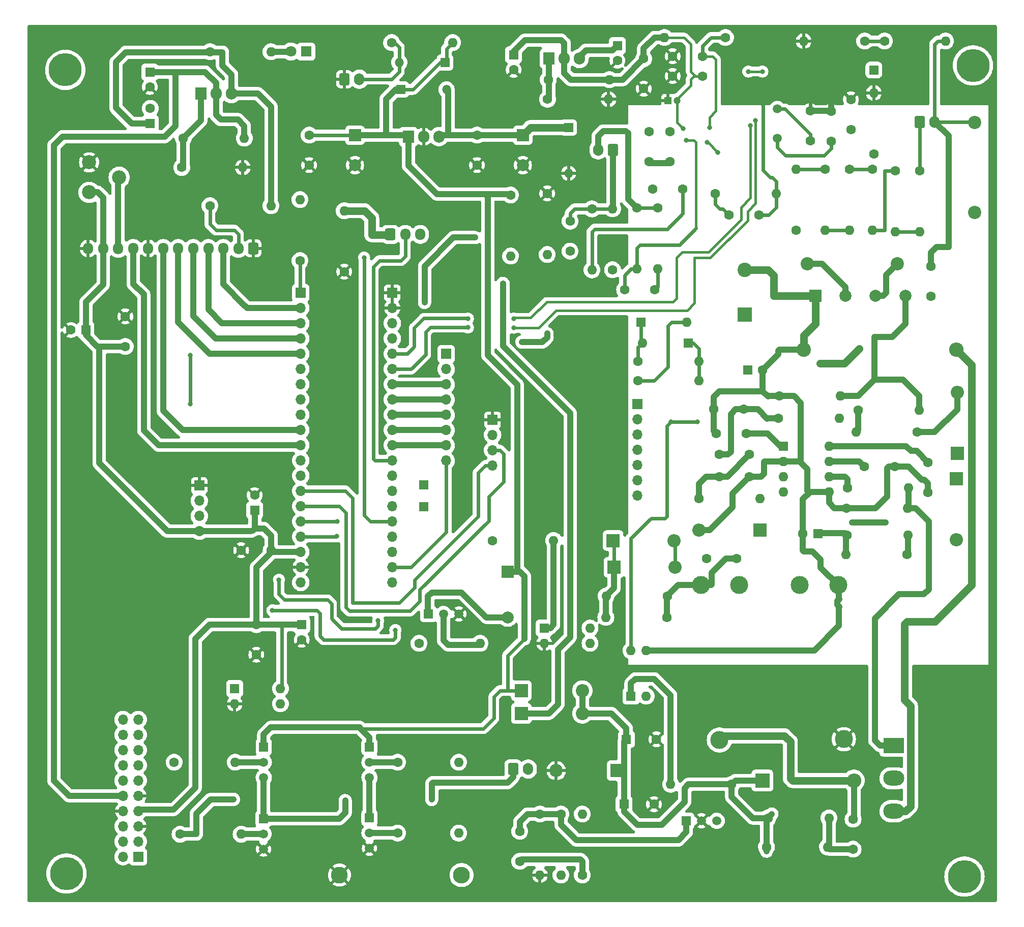
<source format=gbr>
%TF.GenerationSoftware,KiCad,Pcbnew,(6.99.0-1031-g46d719ed42)*%
%TF.CreationDate,2022-10-20T15:30:39+01:00*%
%TF.ProjectId,EnAcess PCB,456e4163-6573-4732-9050-43422e6b6963,rev?*%
%TF.SameCoordinates,Original*%
%TF.FileFunction,Copper,L2,Bot*%
%TF.FilePolarity,Positive*%
%FSLAX46Y46*%
G04 Gerber Fmt 4.6, Leading zero omitted, Abs format (unit mm)*
G04 Created by KiCad (PCBNEW (6.99.0-1031-g46d719ed42)) date 2022-10-20 15:30:39*
%MOMM*%
%LPD*%
G01*
G04 APERTURE LIST*
G04 Aperture macros list*
%AMRoundRect*
0 Rectangle with rounded corners*
0 $1 Rounding radius*
0 $2 $3 $4 $5 $6 $7 $8 $9 X,Y pos of 4 corners*
0 Add a 4 corners polygon primitive as box body*
4,1,4,$2,$3,$4,$5,$6,$7,$8,$9,$2,$3,0*
0 Add four circle primitives for the rounded corners*
1,1,$1+$1,$2,$3*
1,1,$1+$1,$4,$5*
1,1,$1+$1,$6,$7*
1,1,$1+$1,$8,$9*
0 Add four rect primitives between the rounded corners*
20,1,$1+$1,$2,$3,$4,$5,0*
20,1,$1+$1,$4,$5,$6,$7,0*
20,1,$1+$1,$6,$7,$8,$9,0*
20,1,$1+$1,$8,$9,$2,$3,0*%
G04 Aperture macros list end*
%TA.AperFunction,ComponentPad*%
%ADD10R,2.200000X2.200000*%
%TD*%
%TA.AperFunction,ComponentPad*%
%ADD11O,2.200000X2.200000*%
%TD*%
%TA.AperFunction,ComponentPad*%
%ADD12C,1.600000*%
%TD*%
%TA.AperFunction,ComponentPad*%
%ADD13O,1.600000X1.600000*%
%TD*%
%TA.AperFunction,ComponentPad*%
%ADD14R,2.000000X2.000000*%
%TD*%
%TA.AperFunction,ComponentPad*%
%ADD15C,2.000000*%
%TD*%
%TA.AperFunction,ComponentPad*%
%ADD16R,1.700000X1.700000*%
%TD*%
%TA.AperFunction,ComponentPad*%
%ADD17O,1.700000X1.700000*%
%TD*%
%TA.AperFunction,ComponentPad*%
%ADD18R,1.600000X1.600000*%
%TD*%
%TA.AperFunction,ComponentPad*%
%ADD19R,3.500000X2.500000*%
%TD*%
%TA.AperFunction,ComponentPad*%
%ADD20O,3.500000X2.500000*%
%TD*%
%TA.AperFunction,ComponentPad*%
%ADD21C,3.600000*%
%TD*%
%TA.AperFunction,ConnectorPad*%
%ADD22C,5.500000*%
%TD*%
%TA.AperFunction,ComponentPad*%
%ADD23R,1.500000X1.500000*%
%TD*%
%TA.AperFunction,ComponentPad*%
%ADD24C,1.500000*%
%TD*%
%TA.AperFunction,ComponentPad*%
%ADD25RoundRect,0.250000X-0.600000X-0.750000X0.600000X-0.750000X0.600000X0.750000X-0.600000X0.750000X0*%
%TD*%
%TA.AperFunction,ComponentPad*%
%ADD26O,1.700000X2.000000*%
%TD*%
%TA.AperFunction,ComponentPad*%
%ADD27C,2.340000*%
%TD*%
%TA.AperFunction,ComponentPad*%
%ADD28RoundRect,0.250000X0.600000X0.725000X-0.600000X0.725000X-0.600000X-0.725000X0.600000X-0.725000X0*%
%TD*%
%TA.AperFunction,ComponentPad*%
%ADD29O,1.700000X1.950000*%
%TD*%
%TA.AperFunction,ComponentPad*%
%ADD30C,0.100000*%
%TD*%
%TA.AperFunction,ComponentPad*%
%ADD31C,3.000000*%
%TD*%
%TA.AperFunction,ComponentPad*%
%ADD32R,1.200000X1.200000*%
%TD*%
%TA.AperFunction,ComponentPad*%
%ADD33C,1.200000*%
%TD*%
%TA.AperFunction,ComponentPad*%
%ADD34RoundRect,0.250000X-0.550000X-0.550000X0.550000X-0.550000X0.550000X0.550000X-0.550000X0.550000X0*%
%TD*%
%TA.AperFunction,ComponentPad*%
%ADD35C,2.200000*%
%TD*%
%TA.AperFunction,ComponentPad*%
%ADD36O,1.500000X1.500000*%
%TD*%
%TA.AperFunction,ComponentPad*%
%ADD37C,2.800000*%
%TD*%
%TA.AperFunction,ComponentPad*%
%ADD38O,2.800000X2.800000*%
%TD*%
%TA.AperFunction,ComponentPad*%
%ADD39R,1.800000X1.800000*%
%TD*%
%TA.AperFunction,ComponentPad*%
%ADD40C,1.800000*%
%TD*%
%TA.AperFunction,ComponentPad*%
%ADD41RoundRect,0.250000X0.600000X0.750000X-0.600000X0.750000X-0.600000X-0.750000X0.600000X-0.750000X0*%
%TD*%
%TA.AperFunction,ComponentPad*%
%ADD42R,1.905000X2.000000*%
%TD*%
%TA.AperFunction,ComponentPad*%
%ADD43O,1.905000X2.000000*%
%TD*%
%TA.AperFunction,ComponentPad*%
%ADD44RoundRect,0.250000X-0.600000X-0.725000X0.600000X-0.725000X0.600000X0.725000X-0.600000X0.725000X0*%
%TD*%
%TA.AperFunction,ComponentPad*%
%ADD45C,2.400000*%
%TD*%
%TA.AperFunction,ComponentPad*%
%ADD46O,2.400000X2.400000*%
%TD*%
%TA.AperFunction,ComponentPad*%
%ADD47R,2.400000X2.400000*%
%TD*%
%TA.AperFunction,ViaPad*%
%ADD48C,0.800000*%
%TD*%
%TA.AperFunction,Conductor*%
%ADD49C,1.000000*%
%TD*%
%TA.AperFunction,Conductor*%
%ADD50C,0.600000*%
%TD*%
%TA.AperFunction,Conductor*%
%ADD51C,0.400000*%
%TD*%
%TA.AperFunction,Conductor*%
%ADD52C,1.300000*%
%TD*%
G04 APERTURE END LIST*
D10*
%TO.P,D8,1,K*%
%TO.N,Net-(D19-K)*%
X111479999Y-137799999D03*
D11*
%TO.P,D8,2,A*%
%TO.N,GND*%
X101319999Y-137799999D03*
%TD*%
D12*
%TO.P,R11,1*%
%TO.N,con A*%
X37720000Y-136400000D03*
D13*
%TO.P,R11,2*%
%TO.N,Net-(Q1-B)*%
X47879999Y-136399999D03*
%TD*%
D12*
%TO.P,R31,1*%
%TO.N,Net-(U1-CS)*%
X138263000Y-79095600D03*
D13*
%TO.P,R31,2*%
%TO.N,Net-(Q3-S)*%
X148422999Y-79095599D03*
%TD*%
D12*
%TO.P,C15,1*%
%TO.N,+5V*%
X51409600Y-113476400D03*
%TO.P,C15,2*%
%TO.N,GND*%
X51409600Y-118476400D03*
%TD*%
%TO.P,R24,1*%
%TO.N,Net-(U6-REF)*%
X102108000Y-145034000D03*
D13*
%TO.P,R24,2*%
%TO.N,Net-(D19-K)*%
X102107999Y-155193999D03*
%TD*%
D14*
%TO.P,C20,1*%
%TO.N,+12V*%
X67817999Y-31932999D03*
D15*
%TO.P,C20,2*%
%TO.N,GND*%
X67818000Y-36933000D03*
%TD*%
D12*
%TO.P,R56,1*%
%TO.N,Net-(Q5-B)*%
X74920000Y-136400000D03*
D13*
%TO.P,R56,2*%
%TO.N,con B*%
X85079999Y-136399999D03*
%TD*%
D16*
%TO.P,J6,1,Pin_1*%
%TO.N,REL_b*%
X58800999Y-58191399D03*
D17*
%TO.P,J6,2,Pin_2*%
%TO.N,D7*%
X58800999Y-60731399D03*
%TO.P,J6,3,Pin_3*%
%TO.N,D6*%
X58800999Y-63271399D03*
%TO.P,J6,4,Pin_4*%
%TO.N,D5*%
X58800999Y-65811399D03*
%TO.P,J6,5,Pin_5*%
%TO.N,D4*%
X58800999Y-68351399D03*
%TO.P,J6,6,Pin_6*%
%TO.N,TX1*%
X58800999Y-70891399D03*
%TO.P,J6,7,Pin_7*%
%TO.N,RX1*%
X58800999Y-73431399D03*
%TO.P,J6,8,Pin_8*%
%TO.N,unconnected-(J6-Pin_8)*%
X58800999Y-75971399D03*
%TO.P,J6,9,Pin_9*%
%TO.N,unconnected-(J6-Pin_9)*%
X58800999Y-78511399D03*
%TO.P,J6,10,Pin_10*%
%TO.N,RS*%
X58800999Y-81051399D03*
%TO.P,J6,11,Pin_11*%
%TO.N,En*%
X58800999Y-83591399D03*
%TO.P,J6,12,Pin_12*%
%TO.N,REL_a*%
X58800999Y-86131399D03*
%TO.P,J6,13,Pin_13*%
%TO.N,buz*%
X58800999Y-88671399D03*
%TO.P,J6,14,Pin_14*%
%TO.N,SDA*%
X58800999Y-91211399D03*
%TO.P,J6,15,Pin_15*%
%TO.N,SCl*%
X58800999Y-93751399D03*
%TO.P,J6,16,Pin_16*%
%TO.N,KPR2*%
X58800999Y-96291399D03*
%TO.P,J6,17,Pin_17*%
%TO.N,KPR1*%
X58800999Y-98831399D03*
%TO.P,J6,18,Pin_18*%
%TO.N,+5V*%
X58800999Y-101371399D03*
%TO.P,J6,19,Pin_19*%
%TO.N,GND*%
X58800999Y-103911399D03*
%TO.P,J6,20,Pin_20*%
%TO.N,unconnected-(J6-Pin_20)*%
X58800999Y-106451399D03*
%TD*%
D18*
%TO.P,C26,1*%
%TO.N,Net-(D17-K)*%
X144881599Y-98297999D03*
D12*
%TO.P,C26,2*%
%TO.N,Net-(D11--)*%
X142381600Y-98298000D03*
%TD*%
%TO.P,C8,1*%
%TO.N,+12V*%
X60198000Y-31933000D03*
%TO.P,C8,2*%
%TO.N,GND*%
X60198000Y-36933000D03*
%TD*%
%TO.P,TH1,1*%
%TO.N,NEUT*%
X163677600Y-53761000D03*
%TO.P,TH1,2*%
%TO.N,Net-(C10-Pad2)*%
X163677600Y-58761000D03*
%TD*%
D19*
%TO.P,Q3,1,G*%
%TO.N,Net-(Q3-G)*%
X157479999Y-133603999D03*
D20*
%TO.P,Q3,2,D*%
%TO.N,Net-(D15-A)*%
X157479999Y-139078999D03*
%TO.P,Q3,3,S*%
%TO.N,Net-(Q3-S)*%
X157479999Y-144553999D03*
%TD*%
D10*
%TO.P,D7,1,K*%
%TO.N,12V_S*%
X95503999Y-128269999D03*
D11*
%TO.P,D7,2,A*%
%TO.N,Net-(D19-K)*%
X105663999Y-128269999D03*
%TD*%
D12*
%TO.P,C39,1*%
%TO.N,Net-(U8-VN)*%
X130048000Y-45212000D03*
%TO.P,C39,2*%
%TO.N,GND*%
X135048000Y-45212000D03*
%TD*%
%TO.P,R17,1*%
%TO.N,GND*%
X66040000Y-54686200D03*
D13*
%TO.P,R17,2*%
%TO.N,Net-(J9-Pin_1)*%
X66039999Y-44526199D03*
%TD*%
D12*
%TO.P,R12,1*%
%TO.N,LINE*%
X161798000Y-37846000D03*
D13*
%TO.P,R12,2*%
%TO.N,Net-(R12-Pad2)*%
X161797999Y-48005999D03*
%TD*%
D21*
%TO.P,H3,1*%
%TO.N,N/C*%
X169265600Y-155448000D03*
D22*
X169265600Y-155448000D03*
%TD*%
D23*
%TO.P,U6,1,REF*%
%TO.N,Net-(U6-REF)*%
X122961399Y-146155999D03*
D24*
%TO.P,U6,2,A*%
%TO.N,GND*%
X125501400Y-146156000D03*
%TO.P,U6,3,K*%
%TO.N,Net-(U6-K)*%
X128041400Y-146156000D03*
%TD*%
D12*
%TO.P,C27,1*%
%TO.N,Net-(D11-+)*%
X131368800Y-102463600D03*
%TO.P,C27,2*%
%TO.N,Net-(D15-K)*%
X126368800Y-102463600D03*
%TD*%
D25*
%TO.P,J13,1,Pin_1*%
%TO.N,GND*%
X66040000Y-22606000D03*
D26*
%TO.P,J13,2,Pin_2*%
%TO.N,Net-(D4-A)*%
X68539999Y-22605999D03*
%TD*%
D18*
%TO.P,U9,1*%
%TO.N,Net-(R52-Pad2)*%
X47799999Y-124124999D03*
D13*
%TO.P,U9,2*%
%TO.N,GND*%
X47799999Y-126664999D03*
%TO.P,U9,3*%
%TO.N,con B*%
X55419999Y-126664999D03*
%TO.P,U9,4*%
%TO.N,+5V*%
X55419999Y-124124999D03*
%TD*%
D18*
%TO.P,D12,1,K*%
%TO.N,Net-(D12-K)*%
X123266199Y-66547999D03*
D13*
%TO.P,D12,2,A*%
%TO.N,Net-(D12-A)*%
X115646199Y-66547999D03*
%TD*%
D12*
%TO.P,R45,1*%
%TO.N,Net-(U8-VN)*%
X127762000Y-41656000D03*
D13*
%TO.P,R45,2*%
%TO.N,GND*%
X137921999Y-41655999D03*
%TD*%
D23*
%TO.P,Q2,1,C*%
%TO.N,Net-(BZ1-+)*%
X80035399Y-111713599D03*
D24*
%TO.P,Q2,2,B*%
%TO.N,Net-(Q2-B)*%
X82575400Y-111713600D03*
%TO.P,Q2,3,E*%
%TO.N,GND*%
X85115400Y-111713600D03*
%TD*%
D25*
%TO.P,J8,1,Pin_1*%
%TO.N,LINE*%
X161798000Y-29718000D03*
D26*
%TO.P,J8,2,Pin_2*%
%TO.N,NEUT*%
X164297999Y-29717999D03*
%TD*%
D12*
%TO.P,C37,1*%
%TO.N,GND*%
X120690000Y-22098000D03*
%TO.P,C37,2*%
%TO.N,+3V3*%
X125690000Y-22098000D03*
%TD*%
%TO.P,R23,1*%
%TO.N,Net-(D17-A)*%
X161417000Y-81356200D03*
D13*
%TO.P,R23,2*%
%TO.N,Net-(R22-Pad1)*%
X151256999Y-81356199D03*
%TD*%
D12*
%TO.P,R34,1*%
%TO.N,Net-(D12-A)*%
X114935000Y-69646800D03*
D13*
%TO.P,R34,2*%
%TO.N,Net-(D12-K)*%
X125094999Y-69646799D03*
%TD*%
D27*
%TO.P,RV2,1,1*%
%TO.N,+5V*%
X23575000Y-41461200D03*
%TO.P,RV2,2,2*%
%TO.N,Net-(J2-Pin_10)*%
X28575000Y-38961200D03*
%TO.P,RV2,3,3*%
%TO.N,GND*%
X23575000Y-36461200D03*
%TD*%
D18*
%TO.P,C5,1*%
%TO.N,+5V*%
X23037799Y-64388999D03*
D12*
%TO.P,C5,2*%
%TO.N,GND*%
X20537800Y-64389000D03*
%TD*%
D28*
%TO.P,J2,1,Pin_1*%
%TO.N,GND*%
X50912400Y-50800000D03*
D29*
%TO.P,J2,2,Pin_2*%
%TO.N,Net-(J2-Pin_2)*%
X48412399Y-50799999D03*
%TO.P,J2,3,Pin_3*%
%TO.N,D7*%
X45912399Y-50799999D03*
%TO.P,J2,4,Pin_4*%
%TO.N,D6*%
X43412399Y-50799999D03*
%TO.P,J2,5,Pin_5*%
%TO.N,D5*%
X40912399Y-50799999D03*
%TO.P,J2,6,Pin_6*%
%TO.N,D4*%
X38412399Y-50799999D03*
%TO.P,J2,7,Pin_7*%
%TO.N,RS*%
X35912399Y-50799999D03*
%TO.P,J2,8,Pin_8*%
%TO.N,GND*%
X33412399Y-50799999D03*
%TO.P,J2,9,Pin_9*%
%TO.N,En*%
X30912399Y-50799999D03*
%TO.P,J2,10,Pin_10*%
%TO.N,Net-(J2-Pin_10)*%
X28412399Y-50799999D03*
%TO.P,J2,11,Pin_11*%
%TO.N,+5V*%
X25912399Y-50799999D03*
%TO.P,J2,12,Pin_12*%
%TO.N,GND*%
X23412399Y-50799999D03*
%TD*%
D30*
%TO.P,TR1, *%
%TO.N,N/C*%
X138932500Y-109830500D03*
X143932500Y-109830500D03*
X148932500Y-109830500D03*
D31*
%TO.P,TR1,1*%
%TO.N,Net-(D19-A)*%
X128485500Y-132690500D03*
%TO.P,TR1,2*%
%TO.N,GND*%
X149186500Y-132563500D03*
%TO.P,TR1,3*%
%TO.N,Net-(D11-+)*%
X125437500Y-106909500D03*
%TO.P,TR1,4*%
%TO.N,Net-(D15-A)*%
X131787500Y-106909500D03*
%TO.P,TR1,5*%
%TO.N,Net-(D14-A)*%
X141820500Y-106909500D03*
%TO.P,TR1,6*%
%TO.N,Net-(D11--)*%
X148297500Y-106909500D03*
%TD*%
D12*
%TO.P,C40,1*%
%TO.N,Net-(U8-OSCO)*%
X143586200Y-32893000D03*
%TO.P,C40,2*%
%TO.N,GND*%
X143586200Y-27893000D03*
%TD*%
%TO.P,C12,1*%
%TO.N,+3V3*%
X115874800Y-19191600D03*
%TO.P,C12,2*%
%TO.N,GND*%
X115874800Y-24191600D03*
%TD*%
%TO.P,R27,1*%
%TO.N,Net-(D11--)*%
X138480800Y-75412600D03*
D13*
%TO.P,R27,2*%
%TO.N,Net-(D11-+)*%
X148640799Y-75412599D03*
%TD*%
D12*
%TO.P,R37,1*%
%TO.N,Net-(D19-K)*%
X136550400Y-145694400D03*
D13*
%TO.P,R37,2*%
%TO.N,Net-(C17-Pad1)*%
X146710399Y-145694399D03*
%TD*%
D18*
%TO.P,C31,1*%
%TO.N,Net-(D12-A)*%
X133160887Y-71043799D03*
D12*
%TO.P,C31,2*%
%TO.N,Net-(D11--)*%
X135660888Y-71043800D03*
%TD*%
%TO.P,C32,1*%
%TO.N,Net-(C29-Pad2)*%
X117388000Y-40894000D03*
%TO.P,C32,2*%
%TO.N,I2N*%
X122388000Y-40894000D03*
%TD*%
D18*
%TO.P,C21,1*%
%TO.N,12V_S*%
X33756599Y-29971999D03*
D12*
%TO.P,C21,2*%
%TO.N,Net-(D1-K)*%
X33756600Y-27472000D03*
%TD*%
D14*
%TO.P,C4,1*%
%TO.N,+5V*%
X95757999Y-31932999D03*
D15*
%TO.P,C4,2*%
%TO.N,GND*%
X95758000Y-36933000D03*
%TD*%
D12*
%TO.P,C23,1*%
%TO.N,Net-(D17-K)*%
X152628600Y-87147400D03*
%TO.P,C23,2*%
%TO.N,Net-(D11--)*%
X157628600Y-87147400D03*
%TD*%
D23*
%TO.P,Q5,1,C*%
%TO.N,+12V*%
X70239999Y-133859999D03*
D24*
%TO.P,Q5,2,B*%
%TO.N,Net-(Q5-B)*%
X70240000Y-136400000D03*
%TO.P,Q5,3,E*%
%TO.N,Net-(J7-Pin_2)*%
X70240000Y-138940000D03*
%TD*%
D12*
%TO.P,C38,1*%
%TO.N,VP*%
X150368000Y-30988000D03*
%TO.P,C38,2*%
%TO.N,GND*%
X150368000Y-25988000D03*
%TD*%
%TO.P,R52,1*%
%TO.N,REL_b*%
X58674000Y-52832000D03*
D13*
%TO.P,R52,2*%
%TO.N,Net-(R52-Pad2)*%
X58673999Y-42671999D03*
%TD*%
D12*
%TO.P,R19,1*%
%TO.N,Net-(U6-REF)*%
X98602800Y-145034000D03*
D13*
%TO.P,R19,2*%
%TO.N,GND*%
X98602799Y-155193999D03*
%TD*%
D10*
%TO.P,D14,1,K*%
%TO.N,Net-(D14-K)*%
X167893999Y-89204799D03*
D11*
%TO.P,D14,2,A*%
%TO.N,Net-(D14-A)*%
X167893999Y-99364799D03*
%TD*%
D12*
%TO.P,R47,1*%
%TO.N,GND*%
X99822000Y-41656000D03*
D13*
%TO.P,R47,2*%
%TO.N,Net-(J16-Pin_1)*%
X99821999Y-51815999D03*
%TD*%
D12*
%TO.P,R43,1*%
%TO.N,VP*%
X141224000Y-47752000D03*
D13*
%TO.P,R43,2*%
%TO.N,Net-(R42-Pad1)*%
X141223999Y-37591999D03*
%TD*%
D16*
%TO.P,J12,1,Pin_1*%
%TO.N,GND*%
X41909999Y-90306999D03*
D17*
%TO.P,J12,2,Pin_2*%
%TO.N,TX2*%
X41909999Y-92846999D03*
%TO.P,J12,3,Pin_3*%
%TO.N,RX2*%
X41909999Y-95386999D03*
%TO.P,J12,4,Pin_4*%
%TO.N,+5V*%
X41909999Y-97926999D03*
%TD*%
D21*
%TO.P,H4,1*%
%TO.N,N/C*%
X19812000Y-154940000D03*
D22*
X19812000Y-154940000D03*
%TD*%
D10*
%TO.P,D16,1,K*%
%TO.N,Net-(D15-K)*%
X110794799Y-99466399D03*
D11*
%TO.P,D16,2,A*%
%TO.N,Net-(D15-A)*%
X120954799Y-99466399D03*
%TD*%
D12*
%TO.P,R9,1*%
%TO.N,Net-(J10-Pin_2)*%
X114706400Y-44069000D03*
D13*
%TO.P,R9,2*%
%TO.N,I2P*%
X114706399Y-54228999D03*
%TD*%
D12*
%TO.P,R5,1*%
%TO.N,Net-(U7-ADJ)*%
X99999800Y-22682200D03*
D13*
%TO.P,R5,2*%
%TO.N,+3V3*%
X110159799Y-22682199D03*
%TD*%
D12*
%TO.P,R36,1*%
%TO.N,Net-(D19-K)*%
X130530600Y-140081000D03*
D13*
%TO.P,R36,2*%
%TO.N,Net-(R36-Pad2)*%
X120370599Y-140080999D03*
%TD*%
D32*
%TO.P,C35,1*%
%TO.N,GND*%
X119911999Y-26161999D03*
D33*
%TO.P,C35,2*%
%TO.N,+3V3*%
X121412000Y-26162000D03*
%TD*%
D21*
%TO.P,H1,1*%
%TO.N,N/C*%
X170688000Y-20320000D03*
D22*
X170688000Y-20320000D03*
%TD*%
D12*
%TO.P,R16,1*%
%TO.N,AVDD*%
X129489200Y-15671800D03*
D13*
%TO.P,R16,2*%
%TO.N,+3V3*%
X119329199Y-15671799D03*
%TD*%
D18*
%TO.P,C2,1*%
%TO.N,+3V3*%
X94233999Y-18541999D03*
D12*
%TO.P,C2,2*%
%TO.N,GND*%
X94234000Y-21042000D03*
%TD*%
D34*
%TO.P,J15,1,Pin_1*%
%TO.N,Net-(J15-Pin_1)*%
X79248000Y-90200000D03*
%TD*%
D35*
%TO.P,C10,1*%
%TO.N,LINE*%
X158122000Y-53340000D03*
%TO.P,C10,2*%
%TO.N,Net-(C10-Pad2)*%
X143122000Y-53340000D03*
%TD*%
D12*
%TO.P,R28,1*%
%TO.N,Net-(D11--)*%
X149606000Y-94107000D03*
D13*
%TO.P,R28,2*%
%TO.N,Net-(Q3-G)*%
X159765999Y-94106999D03*
%TD*%
D23*
%TO.P,D2,1,K*%
%TO.N,+12V*%
X75432999Y-24312999D03*
D36*
%TO.P,D2,2,A*%
%TO.N,+5V*%
X83052999Y-24312999D03*
%TD*%
D12*
%TO.P,R57,1*%
%TO.N,Net-(Q6-B)*%
X74920000Y-148200000D03*
D13*
%TO.P,R57,2*%
%TO.N,con A*%
X85079999Y-148199999D03*
%TD*%
D12*
%TO.P,R15,1*%
%TO.N,Net-(R15-Pad1)*%
X157734000Y-37846000D03*
D13*
%TO.P,R15,2*%
%TO.N,Net-(R12-Pad2)*%
X157733999Y-48005999D03*
%TD*%
D12*
%TO.P,R33,1*%
%TO.N,Net-(C7-Pad1)*%
X105664000Y-155194000D03*
D13*
%TO.P,R33,2*%
%TO.N,Net-(U6-K)*%
X105663999Y-145033999D03*
%TD*%
D18*
%TO.P,U1,1,COMP*%
%TO.N,Net-(D18-A)*%
X139085799Y-83728399D03*
D13*
%TO.P,U1,2,FB*%
%TO.N,Net-(D11--)*%
X139085799Y-86268399D03*
%TO.P,U1,3,CS*%
%TO.N,Net-(U1-CS)*%
X139085799Y-88808399D03*
%TO.P,U1,4,RC*%
%TO.N,Net-(U1-RC)*%
X139085799Y-91348399D03*
%TO.P,U1,5,GND*%
%TO.N,Net-(D11--)*%
X146705799Y-91348399D03*
%TO.P,U1,6,OUT*%
%TO.N,Net-(D3-K)*%
X146705799Y-88808399D03*
%TO.P,U1,7,VCC*%
%TO.N,Net-(D17-K)*%
X146705799Y-86268399D03*
%TO.P,U1,8,VREF*%
%TO.N,Net-(D12-K)*%
X146705799Y-83728399D03*
%TD*%
D12*
%TO.P,R1,1*%
%TO.N,buz*%
X78486000Y-116586000D03*
D13*
%TO.P,R1,2*%
%TO.N,Net-(Q2-B)*%
X88645999Y-116585999D03*
%TD*%
D12*
%TO.P,C11,1*%
%TO.N,+5V*%
X53873400Y-101092000D03*
%TO.P,C11,2*%
%TO.N,GND*%
X48873400Y-101092000D03*
%TD*%
D37*
%TO.P,R18,1*%
%TO.N,GND*%
X65240000Y-155200000D03*
D38*
%TO.P,R18,2*%
%TO.N,Net-(D19-K)*%
X85559999Y-155199999D03*
%TD*%
D12*
%TO.P,R29,1*%
%TO.N,Net-(D3-K)*%
X149834600Y-90728800D03*
D13*
%TO.P,R29,2*%
%TO.N,Net-(Q3-G)*%
X159994599Y-90728799D03*
%TD*%
D12*
%TO.P,R20,1*%
%TO.N,Net-(D11-+)*%
X119735600Y-112268000D03*
D13*
%TO.P,R20,2*%
%TO.N,Net-(D15-K)*%
X109575599Y-112267999D03*
%TD*%
D25*
%TO.P,J7,1,Pin_1*%
%TO.N,Net-(J7-Pin_1)*%
X94150000Y-137532500D03*
D26*
%TO.P,J7,2,Pin_2*%
%TO.N,Net-(J7-Pin_2)*%
X96649999Y-137532499D03*
%TD*%
D34*
%TO.P,J16,1,Pin_1*%
%TO.N,Net-(J16-Pin_1)*%
X79248000Y-93800000D03*
%TD*%
D39*
%TO.P,D1,1,K*%
%TO.N,Net-(D1-K)*%
X59694999Y-18008599D03*
D40*
%TO.P,D1,2,A*%
%TO.N,Net-(D1-A)*%
X57155000Y-18008600D03*
%TD*%
D12*
%TO.P,R3,1*%
%TO.N,12V_S*%
X43688000Y-18034000D03*
D13*
%TO.P,R3,2*%
%TO.N,Net-(D1-A)*%
X53847999Y-18033999D03*
%TD*%
D18*
%TO.P,C3,1*%
%TO.N,+5V*%
X58953399Y-113512522D03*
D12*
%TO.P,C3,2*%
%TO.N,GND*%
X58953400Y-116012523D03*
%TD*%
D41*
%TO.P,J10,1,Pin_1*%
%TO.N,Net-(J10-Pin_1)*%
X110805600Y-34366200D03*
D26*
%TO.P,J10,2,Pin_2*%
%TO.N,Net-(J10-Pin_2)*%
X108305599Y-34366199D03*
%TD*%
D12*
%TO.P,C41,1*%
%TO.N,GND*%
X147066000Y-27965400D03*
%TO.P,C41,2*%
%TO.N,Net-(U8-OSCI)*%
X147066000Y-32965400D03*
%TD*%
D16*
%TO.P,J11,1,Pin_1*%
%TO.N,unconnected-(J11-Pin_1)*%
X114832999Y-76727999D03*
D17*
%TO.P,J11,2,Pin_2*%
%TO.N,unconnected-(J11-Pin_2)*%
X114832999Y-79267999D03*
%TO.P,J11,3,Pin_3*%
%TO.N,unconnected-(J11-Pin_3)*%
X114832999Y-81807999D03*
%TO.P,J11,4,Pin_4*%
%TO.N,unconnected-(J11-Pin_4)*%
X114832999Y-84347999D03*
%TO.P,J11,5,Pin_5*%
%TO.N,unconnected-(J11-Pin_5)*%
X114832999Y-86887999D03*
%TO.P,J11,6,Pin_6*%
%TO.N,unconnected-(J11-Pin_6)*%
X114832999Y-89427999D03*
%TO.P,J11,7,Pin_7*%
%TO.N,unconnected-(J11-Pin_7)*%
X114832999Y-91967999D03*
%TD*%
D12*
%TO.P,C22,1*%
%TO.N,Net-(U1-RC)*%
X128437000Y-88798400D03*
%TO.P,C22,2*%
%TO.N,Net-(D11--)*%
X133437000Y-88798400D03*
%TD*%
%TO.P,R54,1*%
%TO.N,Net-(R54-Pad1)*%
X155956000Y-16256000D03*
D13*
%TO.P,R54,2*%
%TO.N,NEUT*%
X166115999Y-16255999D03*
%TD*%
D10*
%TO.P,D17,1,K*%
%TO.N,Net-(D17-K)*%
X168046399Y-84937599D03*
D11*
%TO.P,D17,2,A*%
%TO.N,Net-(D17-A)*%
X168046399Y-74777599D03*
%TD*%
D12*
%TO.P,R41,1*%
%TO.N,Net-(R40-Pad1)*%
X150114000Y-37592000D03*
D13*
%TO.P,R41,2*%
%TO.N,Net-(R41-Pad2)*%
X150113999Y-47751999D03*
%TD*%
D10*
%TO.P,D3,1,K*%
%TO.N,Net-(D3-K)*%
X135229599Y-97713799D03*
D11*
%TO.P,D3,2,A*%
%TO.N,Net-(D11--)*%
X125069599Y-97713799D03*
%TD*%
D12*
%TO.P,R4,1*%
%TO.N,REL_a*%
X90728800Y-99466400D03*
D13*
%TO.P,R4,2*%
%TO.N,Net-(R4-Pad2)*%
X100888799Y-99466399D03*
%TD*%
D23*
%TO.P,Q6,1,C*%
%TO.N,Net-(J7-Pin_2)*%
X70239999Y-145659999D03*
D24*
%TO.P,Q6,2,B*%
%TO.N,Net-(Q6-B)*%
X70240000Y-148200000D03*
%TO.P,Q6,3,E*%
%TO.N,GND*%
X70240000Y-150740000D03*
%TD*%
D21*
%TO.P,H1,1*%
%TO.N,N/C*%
X19608800Y-21056600D03*
D22*
X19608800Y-21056600D03*
%TD*%
D18*
%TO.P,U4,1*%
%TO.N,Net-(R36-Pad2)*%
X113761599Y-125389799D03*
D13*
%TO.P,U4,2*%
%TO.N,Net-(U6-K)*%
X116301599Y-125389799D03*
%TO.P,U4,3*%
%TO.N,Net-(D11--)*%
X116301599Y-117769799D03*
%TO.P,U4,4*%
%TO.N,Net-(D18-A)*%
X113761599Y-117769799D03*
%TD*%
D12*
%TO.P,C34,1*%
%TO.N,Net-(U8-VREF)*%
X116789200Y-36322000D03*
%TO.P,C34,2*%
%TO.N,GND*%
X116789200Y-31322000D03*
%TD*%
D42*
%TO.P,U5,1,ADJ*%
%TO.N,Net-(D1-K)*%
X42163999Y-25024199D03*
D43*
%TO.P,U5,2,VO*%
%TO.N,+4V*%
X44703999Y-25024199D03*
%TO.P,U5,3,VI*%
%TO.N,12V_S*%
X47243999Y-25024199D03*
%TD*%
D24*
%TO.P,8.192MHz1,1,1*%
%TO.N,Net-(U8-OSCO)*%
X138125200Y-27572800D03*
%TO.P,8.192MHz1,2,2*%
%TO.N,Net-(U8-OSCI)*%
X138125200Y-32472800D03*
%TD*%
D12*
%TO.P,R32,1*%
%TO.N,Net-(U1-RC)*%
X125044200Y-92506800D03*
D13*
%TO.P,R32,2*%
%TO.N,Net-(D12-K)*%
X135204199Y-92506799D03*
%TD*%
D12*
%TO.P,R14,1*%
%TO.N,Net-(D1-K)*%
X38989000Y-37312600D03*
D13*
%TO.P,R14,2*%
%TO.N,GND*%
X49148999Y-37312599D03*
%TD*%
D12*
%TO.P,C33,1*%
%TO.N,AVDD*%
X125690000Y-18796000D03*
%TO.P,C33,2*%
%TO.N,GND*%
X120690000Y-18796000D03*
%TD*%
%TO.P,C24,1*%
%TO.N,Net-(D11--)*%
X127979800Y-81610200D03*
%TO.P,C24,2*%
%TO.N,Net-(D18-A)*%
X132979800Y-81610200D03*
%TD*%
%TO.P,R10,1*%
%TO.N,Net-(J10-Pin_1)*%
X107264200Y-44221400D03*
D13*
%TO.P,R10,2*%
%TO.N,I2N*%
X107264199Y-54381399D03*
%TD*%
D12*
%TO.P,C17,1*%
%TO.N,Net-(C17-Pad1)*%
X150723600Y-150886800D03*
%TO.P,C17,2*%
%TO.N,Net-(D19-A)*%
X150723600Y-145886800D03*
%TD*%
D10*
%TO.P,D15,1,K*%
%TO.N,Net-(D15-K)*%
X110947199Y-103911399D03*
D11*
%TO.P,D15,2,A*%
%TO.N,Net-(D15-A)*%
X121107199Y-103911399D03*
%TD*%
D12*
%TO.P,C29,1*%
%TO.N,I2P*%
X112714400Y-57658000D03*
%TO.P,C29,2*%
%TO.N,Net-(C29-Pad2)*%
X117714400Y-57658000D03*
%TD*%
%TO.P,C25,1*%
%TO.N,Net-(D12-K)*%
X163195000Y-86450800D03*
%TO.P,C25,2*%
%TO.N,Net-(D11--)*%
X163195000Y-91450800D03*
%TD*%
%TO.P,R25,1*%
%TO.N,Net-(D17-K)*%
X149682200Y-98590100D03*
D13*
%TO.P,R25,2*%
%TO.N,Net-(D14-K)*%
X159842199Y-98590099D03*
%TD*%
D44*
%TO.P,J9,1,Pin_1*%
%TO.N,Net-(J9-Pin_1)*%
X73700000Y-48468000D03*
D29*
%TO.P,J9,2,Pin_2*%
%TO.N,G_LED*%
X76199999Y-48467999D03*
%TO.P,J9,3,Pin_3*%
%TO.N,R_LED*%
X78699999Y-48467999D03*
%TD*%
D12*
%TO.P,R55,1*%
%TO.N,Net-(R54-Pad1)*%
X152654000Y-16256000D03*
D13*
%TO.P,R55,2*%
%TO.N,GND*%
X142493999Y-16255999D03*
%TD*%
D45*
%TO.P,R30,1*%
%TO.N,Net-(D11--)*%
X142494000Y-67665600D03*
D46*
%TO.P,R30,2*%
%TO.N,Net-(Q3-S)*%
X167893999Y-67665599D03*
%TD*%
D12*
%TO.P,R6,1*%
%TO.N,Net-(U7-ADJ)*%
X99872800Y-25958800D03*
D13*
%TO.P,R6,2*%
%TO.N,GND*%
X110032799Y-25958799D03*
%TD*%
D18*
%TO.P,C30,1*%
%TO.N,Net-(D19-K)*%
X112597348Y-143399999D03*
D12*
%TO.P,C30,2*%
%TO.N,GND*%
X117597349Y-143400000D03*
%TD*%
D18*
%TO.P,U3,1*%
%TO.N,Net-(R4-Pad2)*%
X99323999Y-114040999D03*
D13*
%TO.P,U3,2*%
%TO.N,GND*%
X99323999Y-116580999D03*
%TO.P,U3,3*%
%TO.N,con A*%
X106943999Y-116580999D03*
%TO.P,U3,4*%
%TO.N,+5V*%
X106943999Y-114040999D03*
%TD*%
D12*
%TO.P,R26,1*%
%TO.N,Net-(D14-K)*%
X159715200Y-101800000D03*
D13*
%TO.P,R26,2*%
%TO.N,Net-(D17-K)*%
X149555199Y-101799999D03*
%TD*%
D42*
%TO.P,U7,1,ADJ*%
%TO.N,Net-(U7-ADJ)*%
X100101399Y-19182199D03*
D43*
%TO.P,U7,2,VO*%
%TO.N,+3V3*%
X102641399Y-19182199D03*
%TO.P,U7,3,VI*%
%TO.N,+12V*%
X105181399Y-19182199D03*
%TD*%
D18*
%TO.P,C19,1*%
%TO.N,+4V*%
X33680399Y-21400800D03*
D12*
%TO.P,C19,2*%
%TO.N,GND*%
X33680400Y-23900801D03*
%TD*%
D42*
%TO.P,U2,1,IN*%
%TO.N,+12V*%
X76707999Y-32186999D03*
D43*
%TO.P,U2,2,GND*%
%TO.N,GND*%
X79247999Y-32186999D03*
%TO.P,U2,3,OUT*%
%TO.N,+5V*%
X81787999Y-32186999D03*
%TD*%
D23*
%TO.P,D6,1,K*%
%TO.N,+5V*%
X103377999Y-30657999D03*
D36*
%TO.P,D6,2,A*%
%TO.N,GND*%
X103377999Y-38277999D03*
%TD*%
D16*
%TO.P,J4,1,Pin_1*%
%TO.N,unconnected-(J4-Pin_1)*%
X31754999Y-152140999D03*
D17*
%TO.P,J4,2,Pin_2*%
%TO.N,unconnected-(J4-Pin_2)*%
X29214999Y-152140999D03*
%TO.P,J4,3,Pin_3*%
%TO.N,unconnected-(J4-Pin_3)*%
X31754999Y-149600999D03*
%TO.P,J4,4,Pin_4*%
%TO.N,unconnected-(J4-Pin_4)*%
X29214999Y-149600999D03*
%TO.P,J4,5,Pin_5*%
%TO.N,GND*%
X31754999Y-147060999D03*
%TO.P,J4,6,Pin_6*%
%TO.N,unconnected-(J4-Pin_6)*%
X29214999Y-147060999D03*
%TO.P,J4,7,Pin_7*%
%TO.N,+5V*%
X31754999Y-144520999D03*
%TO.P,J4,8,Pin_8*%
%TO.N,GND*%
X29214999Y-144520999D03*
%TO.P,J4,9,Pin_9*%
X31754999Y-141980999D03*
%TO.P,J4,10,Pin_10*%
%TO.N,+4V*%
X29214999Y-141980999D03*
%TO.P,J4,11,Pin_11*%
%TO.N,unconnected-(J4-Pin_11)*%
X31754999Y-139440999D03*
%TO.P,J4,12,Pin_12*%
%TO.N,unconnected-(J4-Pin_12)*%
X29214999Y-139440999D03*
%TO.P,J4,13,Pin_13*%
%TO.N,unconnected-(J4-Pin_13)*%
X31754999Y-136900999D03*
%TO.P,J4,14,Pin_14*%
%TO.N,TX1*%
X29214999Y-136900999D03*
%TO.P,J4,15,Pin_15*%
%TO.N,RX1*%
X31754999Y-134360999D03*
%TO.P,J4,16,Pin_16*%
%TO.N,unconnected-(J4-Pin_16)*%
X29214999Y-134360999D03*
%TO.P,J4,17,Pin_17*%
%TO.N,unconnected-(J4-Pin_17)*%
X31754999Y-131820999D03*
%TO.P,J4,18,Pin_18*%
%TO.N,unconnected-(J4-Pin_18)*%
X29214999Y-131820999D03*
%TO.P,J4,19,Pin_19*%
%TO.N,unconnected-(J4-Pin_19)*%
X31754999Y-129280999D03*
%TO.P,J4,20,Pin_20*%
%TO.N,unconnected-(J4-Pin_20)*%
X29214999Y-129280999D03*
%TD*%
D12*
%TO.P,R46,1*%
%TO.N,+12V*%
X93726000Y-41910000D03*
D13*
%TO.P,R46,2*%
%TO.N,Net-(J15-Pin_1)*%
X93725999Y-52069999D03*
%TD*%
D12*
%TO.P,R38,1*%
%TO.N,Net-(D19-K)*%
X136321800Y-150520400D03*
D13*
%TO.P,R38,2*%
%TO.N,Net-(C17-Pad1)*%
X146481799Y-150520399D03*
%TD*%
D18*
%TO.P,C1,1*%
%TO.N,+12V*%
X111505999Y-17017999D03*
D12*
%TO.P,C1,2*%
%TO.N,GND*%
X111506000Y-19518000D03*
%TD*%
D18*
%TO.P,C6,1*%
%TO.N,+5V*%
X51130199Y-94411876D03*
D12*
%TO.P,C6,2*%
%TO.N,GND*%
X51130200Y-91911877D03*
%TD*%
D34*
%TO.P,J14,1,Pin_1*%
%TO.N,Net-(J14-Pin_1)*%
X154178000Y-21082000D03*
%TD*%
D12*
%TO.P,R7,1*%
%TO.N,Net-(J10-Pin_2)*%
X118237000Y-44018200D03*
D13*
%TO.P,R7,2*%
%TO.N,Net-(C29-Pad2)*%
X118236999Y-54178199D03*
%TD*%
D14*
%TO.P,D11,1,-*%
%TO.N,Net-(D11--)*%
X144485299Y-58666099D03*
D15*
%TO.P,D11,2*%
%TO.N,Net-(C10-Pad2)*%
X149485300Y-58666100D03*
%TO.P,D11,3*%
%TO.N,LINE*%
X154485300Y-58666100D03*
%TO.P,D11,4,+*%
%TO.N,Net-(D11-+)*%
X159485300Y-58666100D03*
%TD*%
D12*
%TO.P,R8,1*%
%TO.N,Net-(C29-Pad2)*%
X110693200Y-54356000D03*
D13*
%TO.P,R8,2*%
%TO.N,Net-(J10-Pin_1)*%
X110693199Y-44195999D03*
%TD*%
D12*
%TO.P,C14,1*%
%TO.N,+5V*%
X88138000Y-31933000D03*
%TO.P,C14,2*%
%TO.N,GND*%
X88138000Y-36933000D03*
%TD*%
D23*
%TO.P,D4,1,K*%
%TO.N,+12V*%
X82808999Y-19811999D03*
D36*
%TO.P,D4,2,A*%
%TO.N,Net-(D4-A)*%
X75188999Y-19811999D03*
%TD*%
D12*
%TO.P,C18,1*%
%TO.N,Net-(U1-CS)*%
X128473200Y-85115400D03*
%TO.P,C18,2*%
%TO.N,Net-(U1-RC)*%
X133473200Y-85115400D03*
%TD*%
D16*
%TO.P,J3,1,Pin_1*%
%TO.N,KPR1*%
X83007199Y-68376799D03*
D17*
%TO.P,J3,2,Pin_2*%
%TO.N,KPR2*%
X83007199Y-70916799D03*
%TO.P,J3,3,Pin_3*%
%TO.N,Net-(J3-Pin_3)*%
X83007199Y-73456799D03*
%TO.P,J3,4,Pin_4*%
%TO.N,Net-(J3-Pin_4)*%
X83007199Y-75996799D03*
%TO.P,J3,5,Pin_5*%
%TO.N,Net-(J3-Pin_5)*%
X83007199Y-78536799D03*
%TO.P,J3,6,Pin_6*%
%TO.N,Net-(J3-Pin_6)*%
X83007199Y-81076799D03*
%TO.P,J3,7,Pin_7*%
%TO.N,Net-(J3-Pin_7)*%
X83007199Y-83616799D03*
%TO.P,J3,8,Pin_8*%
%TO.N,KPR8*%
X83007199Y-86156799D03*
%TD*%
D18*
%TO.P,D18,1,K*%
%TO.N,Net-(D12-A)*%
X115392199Y-63093599D03*
D13*
%TO.P,D18,2,A*%
%TO.N,Net-(D18-A)*%
X123012199Y-63093599D03*
%TD*%
D10*
%TO.P,D5,1,K*%
%TO.N,+12V*%
X95503999Y-124459999D03*
D11*
%TO.P,D5,2,A*%
%TO.N,Net-(D19-K)*%
X105663999Y-124459999D03*
%TD*%
D12*
%TO.P,R53,1*%
%TO.N,con B*%
X38720000Y-148400000D03*
D13*
%TO.P,R53,2*%
%TO.N,Net-(Q4-B)*%
X48879999Y-148399999D03*
%TD*%
D12*
%TO.P,R35,1*%
%TO.N,Net-(D18-A)*%
X114935000Y-72821800D03*
D13*
%TO.P,R35,2*%
%TO.N,Net-(D12-K)*%
X125094999Y-72821799D03*
%TD*%
D12*
%TO.P,C13,1*%
%TO.N,+5V*%
X29591000Y-67143000D03*
%TO.P,C13,2*%
%TO.N,GND*%
X29591000Y-62143000D03*
%TD*%
D47*
%TO.P,C9,1*%
%TO.N,Net-(D11-+)*%
X132689599Y-61839066D03*
D45*
%TO.P,C9,2*%
%TO.N,Net-(D11--)*%
X132689600Y-54339067D03*
%TD*%
D12*
%TO.P,R2,1*%
%TO.N,Net-(J2-Pin_2)*%
X43688000Y-43688000D03*
D13*
%TO.P,R2,2*%
%TO.N,12V_S*%
X53847999Y-43687999D03*
%TD*%
D12*
%TO.P,R13,1*%
%TO.N,Net-(D1-K)*%
X39243000Y-32435800D03*
D13*
%TO.P,R13,2*%
%TO.N,+4V*%
X49402999Y-32435799D03*
%TD*%
D12*
%TO.P,C7,1*%
%TO.N,Net-(C7-Pad1)*%
X95250000Y-152908000D03*
%TO.P,C7,2*%
%TO.N,Net-(U6-REF)*%
X95250000Y-147908000D03*
%TD*%
%TO.P,R40,1*%
%TO.N,Net-(R40-Pad1)*%
X153924000Y-37592000D03*
D13*
%TO.P,R40,2*%
%TO.N,Net-(R15-Pad1)*%
X153923999Y-47751999D03*
%TD*%
D12*
%TO.P,C16,1*%
%TO.N,Net-(D11--)*%
X127548000Y-77597000D03*
%TO.P,C16,2*%
%TO.N,Net-(U1-CS)*%
X132548000Y-77597000D03*
%TD*%
%TO.P,R21,1*%
%TO.N,Net-(D11-+)*%
X119786400Y-108712000D03*
D13*
%TO.P,R21,2*%
%TO.N,Net-(D15-K)*%
X109626399Y-108711999D03*
%TD*%
D14*
%TO.P,BZ1,1,-*%
%TO.N,+12V*%
X93217999Y-104647999D03*
D15*
%TO.P,BZ1,2,+*%
%TO.N,Net-(BZ1-+)*%
X93218000Y-112248000D03*
%TD*%
D12*
%TO.P,R22,1*%
%TO.N,Net-(R22-Pad1)*%
X151561800Y-77774800D03*
D13*
%TO.P,R22,2*%
%TO.N,Net-(D11-+)*%
X161721799Y-77774799D03*
%TD*%
D12*
%TO.P,R44,1*%
%TO.N,VP*%
X154178000Y-35052000D03*
D13*
%TO.P,R44,2*%
%TO.N,GND*%
X154177999Y-24891999D03*
%TD*%
D12*
%TO.P,C42,1*%
%TO.N,Net-(J10-Pin_2)*%
X103632000Y-51268000D03*
%TO.P,C42,2*%
%TO.N,Net-(J10-Pin_1)*%
X103632000Y-46268000D03*
%TD*%
D16*
%TO.P,J1,1,Pin_1*%
%TO.N,GND*%
X90728799Y-79349599D03*
D17*
%TO.P,J1,2,Pin_2*%
%TO.N,+5V*%
X90728799Y-81889599D03*
%TO.P,J1,3,Pin_3*%
%TO.N,SCl*%
X90728799Y-84429599D03*
%TO.P,J1,4,Pin_4*%
%TO.N,SDA*%
X90728799Y-86969599D03*
%TD*%
D23*
%TO.P,Q1,1,C*%
%TO.N,+12V*%
X52639999Y-133859999D03*
D24*
%TO.P,Q1,2,B*%
%TO.N,Net-(Q1-B)*%
X52640000Y-136400000D03*
%TO.P,Q1,3,E*%
%TO.N,Net-(J7-Pin_1)*%
X52640000Y-138940000D03*
%TD*%
D12*
%TO.P,C36,1*%
%TO.N,Net-(U8-VREF)*%
X120269000Y-36322000D03*
%TO.P,C36,2*%
%TO.N,GND*%
X120269000Y-31322000D03*
%TD*%
%TO.P,R42,1*%
%TO.N,Net-(R42-Pad1)*%
X146050000Y-37592000D03*
D13*
%TO.P,R42,2*%
%TO.N,Net-(R41-Pad2)*%
X146049999Y-47751999D03*
%TD*%
D47*
%TO.P,D19,1,K*%
%TO.N,Net-(D19-K)*%
X135635999Y-139445999D03*
D46*
%TO.P,D19,2,A*%
%TO.N,Net-(D19-A)*%
X150875999Y-139445999D03*
%TD*%
D18*
%TO.P,C28,1*%
%TO.N,Net-(D19-K)*%
X112997348Y-132587999D03*
D12*
%TO.P,C28,2*%
%TO.N,GND*%
X117997349Y-132588000D03*
%TD*%
%TO.P,R39,1*%
%TO.N,Net-(D4-A)*%
X73914000Y-16510000D03*
D13*
%TO.P,R39,2*%
%TO.N,+12V*%
X84073999Y-16509999D03*
%TD*%
D16*
%TO.P,J5,1,Pin_1*%
%TO.N,GND*%
X74040999Y-58191399D03*
D17*
%TO.P,J5,2,Pin_2*%
X74040999Y-60731399D03*
%TO.P,J5,3,Pin_3*%
%TO.N,unconnected-(J5-Pin_3)*%
X74040999Y-63271399D03*
%TO.P,J5,4,Pin_4*%
%TO.N,unconnected-(J5-Pin_4)*%
X74040999Y-65811399D03*
%TO.P,J5,5,Pin_5*%
%TO.N,Tx3*%
X74040999Y-68351399D03*
%TO.P,J5,6,Pin_6*%
%TO.N,Rx3*%
X74040999Y-70891399D03*
%TO.P,J5,7,Pin_7*%
%TO.N,Net-(J3-Pin_3)*%
X74040999Y-73431399D03*
%TO.P,J5,8,Pin_8*%
%TO.N,Net-(J3-Pin_4)*%
X74040999Y-75971399D03*
%TO.P,J5,9,Pin_9*%
%TO.N,Net-(J3-Pin_5)*%
X74040999Y-78511399D03*
%TO.P,J5,10,Pin_10*%
%TO.N,Net-(J3-Pin_6)*%
X74040999Y-81051399D03*
%TO.P,J5,11,Pin_11*%
%TO.N,Net-(J3-Pin_7)*%
X74040999Y-83591399D03*
%TO.P,J5,12,Pin_12*%
%TO.N,G_LED*%
X74040999Y-86131399D03*
%TO.P,J5,13,Pin_13*%
%TO.N,RX2*%
X74040999Y-88671399D03*
%TO.P,J5,14,Pin_14*%
%TO.N,TX2*%
X74040999Y-91211399D03*
%TO.P,J5,15,Pin_15*%
%TO.N,Net-(J16-Pin_1)*%
X74040999Y-93751399D03*
%TO.P,J5,16,Pin_16*%
%TO.N,R_LED*%
X74040999Y-96291399D03*
%TO.P,J5,17,Pin_17*%
%TO.N,unconnected-(J5-Pin_17)*%
X74040999Y-98831399D03*
%TO.P,J5,18,Pin_18*%
%TO.N,unconnected-(J5-Pin_18)*%
X74040999Y-101371399D03*
%TO.P,J5,19,Pin_19*%
%TO.N,KPR8*%
X74040999Y-103911399D03*
%TO.P,J5,20,Pin_20*%
%TO.N,unconnected-(J5-Pin_20)*%
X74040999Y-106451399D03*
%TD*%
D23*
%TO.P,Q4,1,C*%
%TO.N,Net-(J7-Pin_1)*%
X52599999Y-145799999D03*
D24*
%TO.P,Q4,2,B*%
%TO.N,Net-(Q4-B)*%
X52600000Y-148340000D03*
%TO.P,Q4,3,E*%
%TO.N,GND*%
X52600000Y-150880000D03*
%TD*%
D35*
%TO.P,C43,1*%
%TO.N,NEUT*%
X170942000Y-29838000D03*
%TO.P,C43,2*%
%TO.N,LINE*%
X170942000Y-44838000D03*
%TD*%
D48*
%TO.N,Net-(J15-Pin_1)*%
X87800000Y-49000000D03*
X79400000Y-59800000D03*
%TO.N,Net-(J16-Pin_1)*%
X99800000Y-65000000D03*
X95600000Y-66400000D03*
%TO.N,GND*%
X132384800Y-25476200D03*
X131259500Y-16472500D03*
X131259500Y-18288000D03*
X138049000Y-23241000D03*
%TO.N,12V_S*%
X92456000Y-56642000D03*
%TO.N,Net-(D18-A)*%
X124790200Y-79679800D03*
X120421400Y-79679800D03*
%TO.N,Net-(Q3-S)*%
X151765000Y-67487800D03*
X145211800Y-69951600D03*
%TO.N,KPR1*%
X64770000Y-98780600D03*
%TO.N,KPR2*%
X64846200Y-96291400D03*
%TO.N,Tx3*%
X133654800Y-30346100D03*
X86614000Y-62484000D03*
X94234000Y-62484000D03*
%TO.N,Rx3*%
X134493000Y-29514800D03*
X94234000Y-64008000D03*
X86614000Y-63982600D03*
%TO.N,RX2*%
X71678800Y-112826800D03*
X55168800Y-105994200D03*
%TO.N,TX2*%
X74549000Y-114376200D03*
X54076600Y-111099600D03*
%TO.N,R_LED*%
X69342000Y-52324000D03*
%TO.N,Net-(D17-K)*%
X156108400Y-96494600D03*
X150520400Y-96494600D03*
%TO.N,Net-(J7-Pin_1)*%
X80600000Y-142600000D03*
X66200000Y-142800000D03*
%TO.N,+3V3*%
X133287100Y-21336000D03*
X135636000Y-21336000D03*
X122417000Y-30846600D03*
%TO.N,I2P*%
X122936000Y-32816800D03*
%TO.N,I2N*%
X128219200Y-34798000D03*
X126409268Y-33140468D03*
%TO.N,AVDD*%
X126822200Y-30683200D03*
%TO.N,con B*%
X47600000Y-142600000D03*
%TO.N,Net-(R52-Pad2)*%
X40386000Y-76708000D03*
X40386000Y-68580000D03*
%TD*%
D49*
%TO.N,Net-(J7-Pin_1)*%
X80800000Y-139800000D02*
X93200000Y-139800000D01*
X94150000Y-137532500D02*
X94150000Y-138850000D01*
X94150000Y-138850000D02*
X93200000Y-139800000D01*
X80600000Y-142600000D02*
X80600000Y-140000000D01*
X80600000Y-140000000D02*
X80800000Y-139800000D01*
%TO.N,Net-(D19-K)*%
X112597349Y-132988000D02*
X112597349Y-137802651D01*
X112597349Y-137802651D02*
X112597349Y-144601349D01*
X111480000Y-137800000D02*
X112594698Y-137800000D01*
X112594698Y-137800000D02*
X112597349Y-137802651D01*
X112997349Y-132588000D02*
X112597349Y-132988000D01*
X112597349Y-144601349D02*
X114808000Y-146812000D01*
X114808000Y-146812000D02*
X118872000Y-146812000D01*
X118872000Y-146812000D02*
X122682000Y-143002000D01*
X122682000Y-143002000D02*
X122682000Y-140716000D01*
X122682000Y-140716000D02*
X123317000Y-140081000D01*
X123317000Y-140081000D02*
X130530600Y-140081000D01*
X105664000Y-128270000D02*
X110490000Y-128270000D01*
X112997349Y-130777349D02*
X112997349Y-132588000D01*
X110490000Y-128270000D02*
X112997349Y-130777349D01*
%TO.N,Net-(J15-Pin_1)*%
X79400000Y-59800000D02*
X79400000Y-53800000D01*
X79400000Y-53800000D02*
X84200000Y-49000000D01*
X84200000Y-49000000D02*
X87800000Y-49000000D01*
%TO.N,Net-(J16-Pin_1)*%
X99000000Y-66400000D02*
X95600000Y-66400000D01*
X99800000Y-65000000D02*
X99800000Y-65600000D01*
X99800000Y-65600000D02*
X99000000Y-66400000D01*
%TO.N,Net-(BZ1-+)*%
X79959200Y-111637400D02*
X80035400Y-111713600D01*
X85547200Y-108102400D02*
X80594200Y-108102400D01*
X93218000Y-112248000D02*
X89692800Y-112248000D01*
X79959200Y-108737400D02*
X79959200Y-111637400D01*
X89692800Y-112248000D02*
X85547200Y-108102400D01*
X80594200Y-108102400D02*
X79959200Y-108737400D01*
D50*
%TO.N,GND*%
X134315200Y-25476200D02*
X132384800Y-25476200D01*
D51*
X131259500Y-18288000D02*
X131259500Y-16568500D01*
D50*
X134315200Y-24257000D02*
X135331200Y-23241000D01*
X135331200Y-23241000D02*
X136982200Y-23241000D01*
D51*
X131259500Y-16568500D02*
X131318000Y-16510000D01*
D50*
X136982200Y-23241000D02*
X142900400Y-23241000D01*
X135712200Y-37744400D02*
X135712200Y-26873200D01*
X136652000Y-45212000D02*
X137922000Y-43942000D01*
D49*
X147066000Y-27965400D02*
X147066000Y-26035000D01*
D50*
X136906000Y-38938200D02*
X135712200Y-37744400D01*
X137922000Y-43942000D02*
X137922000Y-41656000D01*
X143586200Y-23926800D02*
X143586200Y-27893000D01*
X136906000Y-38938200D02*
X137236200Y-38938200D01*
X135048000Y-45212000D02*
X136652000Y-45212000D01*
X137922000Y-39624000D02*
X137922000Y-41656000D01*
X137236200Y-38938200D02*
X137922000Y-39624000D01*
X135712200Y-26873200D02*
X134315200Y-25476200D01*
D51*
X136728200Y-22987000D02*
X136982200Y-23241000D01*
D49*
X146993600Y-27893000D02*
X147066000Y-27965400D01*
D50*
X142900400Y-23241000D02*
X143586200Y-23926800D01*
X134315200Y-25476200D02*
X134315200Y-24257000D01*
D49*
X143586200Y-27893000D02*
X146993600Y-27893000D01*
D51*
X131259500Y-16568500D02*
X131259500Y-16472500D01*
D50*
%TO.N,+5V*%
X55626000Y-123919000D02*
X55626000Y-113538000D01*
X55420000Y-124125000D02*
X55626000Y-123919000D01*
D49*
X25258400Y-86574000D02*
X36600600Y-97916200D01*
X51130200Y-94411877D02*
X51130200Y-97469800D01*
X23037800Y-64389000D02*
X23037800Y-59740800D01*
X95758000Y-31933000D02*
X88138000Y-31933000D01*
X25258400Y-67143000D02*
X29591000Y-67143000D01*
X25027400Y-41461200D02*
X25912400Y-42346200D01*
X43601000Y-113476400D02*
X51409600Y-113476400D01*
X25912400Y-42346200D02*
X25912400Y-50800000D01*
X25258400Y-67143000D02*
X25258400Y-86574000D01*
X31755000Y-144521000D02*
X32004000Y-144272000D01*
X51130200Y-97469800D02*
X52669800Y-97469800D01*
D52*
X97033000Y-30658000D02*
X95758000Y-31933000D01*
X103327000Y-30607000D02*
X103378000Y-30658000D01*
D49*
X53873400Y-101473000D02*
X53225700Y-102120700D01*
D52*
X103378000Y-30658000D02*
X97033000Y-30658000D01*
D49*
X58953400Y-113512523D02*
X55651477Y-113512523D01*
X43586400Y-113461800D02*
X43601000Y-113476400D01*
X44754800Y-97916200D02*
X50519800Y-97916200D01*
X53873400Y-101092000D02*
X53873400Y-101473000D01*
X53975000Y-101371400D02*
X53225700Y-102120700D01*
X25912400Y-56866200D02*
X25912400Y-50800000D01*
X51445723Y-113512523D02*
X51409600Y-113476400D01*
X53225700Y-102120700D02*
X51409600Y-103936800D01*
X37617400Y-144272000D02*
X41224200Y-140665200D01*
X24928200Y-67143000D02*
X25258400Y-67143000D01*
X83312000Y-31496000D02*
X83312000Y-24572000D01*
X23037800Y-59740800D02*
X25912400Y-56866200D01*
X55651477Y-113512523D02*
X51445723Y-113512523D01*
X23037800Y-65252600D02*
X24928200Y-67143000D01*
X41224200Y-115824000D02*
X43586400Y-113461800D01*
X82042000Y-31933000D02*
X81788000Y-32187000D01*
X23575000Y-41461200D02*
X25027400Y-41461200D01*
X58801000Y-101371400D02*
X53975000Y-101371400D01*
X36600600Y-97916200D02*
X44754800Y-97916200D01*
X53873400Y-98673400D02*
X53873400Y-101092000D01*
X52669800Y-97469800D02*
X53873400Y-98673400D01*
X83312000Y-24572000D02*
X83053000Y-24313000D01*
D50*
X55626000Y-113538000D02*
X55651477Y-113512523D01*
D49*
X32004000Y-144272000D02*
X37617400Y-144272000D01*
X88138000Y-31933000D02*
X82042000Y-31933000D01*
X41224200Y-140665200D02*
X41224200Y-115824000D01*
X51130200Y-97469800D02*
X50800000Y-97800000D01*
X51409600Y-103936800D02*
X51409600Y-113476400D01*
X23037800Y-64389000D02*
X23037800Y-65252600D01*
%TO.N,Net-(D1-A)*%
X53848000Y-18034000D02*
X57129600Y-18034000D01*
X53924200Y-18110200D02*
X53848000Y-18034000D01*
X57129600Y-18034000D02*
X57155000Y-18008600D01*
X53848000Y-18034000D02*
X53873400Y-18008600D01*
%TO.N,Net-(D19-A)*%
X150876000Y-139446000D02*
X150876000Y-145734400D01*
D52*
X140284200Y-139090400D02*
X140639800Y-139446000D01*
X150825200Y-145785200D02*
X150723600Y-145886800D01*
D49*
X150876000Y-139446000D02*
X150322000Y-140000000D01*
D52*
X128485500Y-132690500D02*
X129176000Y-132000000D01*
X129176000Y-132000000D02*
X139315200Y-132000000D01*
X140284200Y-132969000D02*
X140284200Y-139090400D01*
X139315200Y-132000000D02*
X140284200Y-132969000D01*
X140639800Y-139446000D02*
X150876000Y-139446000D01*
D49*
X150876000Y-145734400D02*
X150723600Y-145886800D01*
D50*
%TO.N,Net-(J2-Pin_2)*%
X48412400Y-48412400D02*
X48412400Y-50800000D01*
X47752000Y-47752000D02*
X48412400Y-48412400D01*
X43688000Y-43688000D02*
X43688000Y-46736000D01*
X43688000Y-46736000D02*
X44704000Y-47752000D01*
X44704000Y-47752000D02*
X47752000Y-47752000D01*
D49*
%TO.N,Net-(J2-Pin_10)*%
X28412400Y-50800000D02*
X28412400Y-39123800D01*
X28412400Y-39123800D02*
X28575000Y-38961200D01*
%TO.N,12V_S*%
X29692600Y-18110200D02*
X28067000Y-19735800D01*
X28067000Y-19735800D02*
X28067000Y-27406600D01*
X45770800Y-18110200D02*
X29692600Y-18110200D01*
X101600000Y-117602000D02*
X103632000Y-115570000D01*
X53848000Y-27178000D02*
X53848000Y-43688000D01*
X45770800Y-18110200D02*
X45770800Y-20320000D01*
X45770800Y-20320000D02*
X47294800Y-21844000D01*
X100076000Y-128270000D02*
X101600000Y-126746000D01*
X101600000Y-126746000D02*
X101600000Y-117602000D01*
X30632400Y-29972000D02*
X33756600Y-29972000D01*
X47244000Y-21894800D02*
X47244000Y-25024200D01*
X28067000Y-27406600D02*
X30632400Y-29972000D01*
X51694200Y-25024200D02*
X53848000Y-27178000D01*
X92456000Y-67056000D02*
X103632000Y-78232000D01*
X103632000Y-115570000D02*
X103632000Y-78232000D01*
X47294800Y-21844000D02*
X47244000Y-21894800D01*
X100076000Y-128270000D02*
X95504000Y-128270000D01*
X92456000Y-56642000D02*
X92456000Y-67056000D01*
X47244000Y-25024200D02*
X51694200Y-25024200D01*
%TO.N,Net-(J3-Pin_3)*%
X83007200Y-73456800D02*
X74066400Y-73456800D01*
X74066400Y-73456800D02*
X74041000Y-73431400D01*
%TO.N,Net-(J3-Pin_4)*%
X74066400Y-75996800D02*
X74041000Y-75971400D01*
X83007200Y-75996800D02*
X74066400Y-75996800D01*
%TO.N,Net-(J3-Pin_5)*%
X74066400Y-78536800D02*
X74041000Y-78511400D01*
X83007200Y-78536800D02*
X74066400Y-78536800D01*
%TO.N,Net-(J3-Pin_6)*%
X74041000Y-81051400D02*
X82981800Y-81051400D01*
X82981800Y-81051400D02*
X83007200Y-81076800D01*
%TO.N,Net-(J3-Pin_7)*%
X74066400Y-83616800D02*
X74041000Y-83591400D01*
X83007200Y-83616800D02*
X74066400Y-83616800D01*
%TO.N,Net-(D11-+)*%
X119735600Y-112268000D02*
X119735600Y-108762800D01*
X154279600Y-65557400D02*
X157251400Y-65557400D01*
X121588900Y-106909500D02*
X125437500Y-106909500D01*
X127200000Y-104800000D02*
X127200000Y-106800000D01*
X127090500Y-106909500D02*
X125437500Y-106909500D01*
X127200000Y-106800000D02*
X127090500Y-106909500D01*
X131368800Y-102463600D02*
X129536400Y-102463600D01*
X129536400Y-102463600D02*
X127200000Y-104800000D01*
X119735600Y-108762800D02*
X121588900Y-106909500D01*
X161721800Y-75361800D02*
X159054800Y-72694800D01*
X159485300Y-63323500D02*
X159485300Y-58666100D01*
X148640800Y-75412600D02*
X151561800Y-75412600D01*
X161721800Y-77774800D02*
X161721800Y-75361800D01*
X159054800Y-72694800D02*
X154279600Y-72694800D01*
X154279600Y-72694800D02*
X154279600Y-65557400D01*
X157251400Y-65557400D02*
X159485300Y-63323500D01*
X151561800Y-75412600D02*
X154279600Y-72694800D01*
%TO.N,Net-(C7-Pad1)*%
X95544000Y-152614000D02*
X105370000Y-152614000D01*
X95250000Y-152908000D02*
X95544000Y-152614000D01*
X105664000Y-152908000D02*
X105664000Y-155194000D01*
X105370000Y-152614000D02*
X105664000Y-152908000D01*
%TO.N,Net-(U1-CS)*%
X130378200Y-84658200D02*
X130378200Y-78384400D01*
X131165600Y-77597000D02*
X132548000Y-77597000D01*
X132548000Y-77597000D02*
X134874000Y-77597000D01*
X128473200Y-85115400D02*
X129921000Y-85115400D01*
X129921000Y-85115400D02*
X130378200Y-84658200D01*
X136423400Y-79146400D02*
X136474200Y-79095600D01*
X134874000Y-77597000D02*
X136423400Y-79146400D01*
X130378200Y-78384400D02*
X131165600Y-77597000D01*
X136474200Y-79095600D02*
X138263000Y-79095600D01*
%TO.N,Net-(C17-Pad1)*%
X146710400Y-145694400D02*
X146710400Y-150291800D01*
X150723600Y-150886800D02*
X146848200Y-150886800D01*
X146710400Y-150291800D02*
X146481800Y-150520400D01*
X146848200Y-150886800D02*
X146481800Y-150520400D01*
D50*
%TO.N,Net-(D18-A)*%
X120523000Y-63093600D02*
X123012200Y-63093600D01*
X113761600Y-99090400D02*
X117094000Y-95758000D01*
X119735600Y-80365600D02*
X120421400Y-79679800D01*
X117652800Y-72821800D02*
X119888000Y-70586600D01*
X119735600Y-95402400D02*
X119735600Y-80365600D01*
X119888000Y-63728600D02*
X120523000Y-63093600D01*
D49*
X138617800Y-83728400D02*
X136499600Y-81610200D01*
D50*
X119888000Y-70586600D02*
X119888000Y-63728600D01*
X120421400Y-79679800D02*
X124790200Y-79679800D01*
X117094000Y-95758000D02*
X119380000Y-95758000D01*
X114935000Y-72821800D02*
X117652800Y-72821800D01*
D49*
X139085800Y-83728400D02*
X138617800Y-83728400D01*
X136499600Y-81610200D02*
X132979800Y-81610200D01*
D50*
X113761600Y-117769800D02*
X113761600Y-99090400D01*
X119380000Y-95758000D02*
X119735600Y-95402400D01*
%TO.N,Net-(D12-K)*%
X125095000Y-67462400D02*
X125095000Y-69646800D01*
X124180600Y-66548000D02*
X125095000Y-67462400D01*
D49*
X160401000Y-84556600D02*
X159572800Y-83728400D01*
D50*
X123266200Y-66548000D02*
X124180600Y-66548000D01*
D49*
X159572800Y-83728400D02*
X146705800Y-83728400D01*
X163195000Y-86450800D02*
X161300800Y-84556600D01*
D50*
X125095000Y-69646800D02*
X125095000Y-72821800D01*
D49*
X161300800Y-84556600D02*
X160401000Y-84556600D01*
%TO.N,Net-(D17-A)*%
X161417000Y-81356200D02*
X164312600Y-81356200D01*
X164312600Y-81356200D02*
X168046400Y-77622400D01*
X168046400Y-77622400D02*
X168046400Y-74777600D01*
D50*
%TO.N,Net-(D12-A)*%
X115392200Y-63093600D02*
X115392200Y-66294000D01*
X115646200Y-66548000D02*
X114935000Y-67259200D01*
X115392200Y-66294000D02*
X115646200Y-66548000D01*
X114935000Y-67259200D02*
X114935000Y-69646800D01*
D49*
%TO.N,Net-(D14-K)*%
X159842200Y-98590100D02*
X159842200Y-101673000D01*
X159842200Y-101673000D02*
X159715200Y-101800000D01*
D50*
%TO.N,Net-(D15-A)*%
X121107200Y-99618800D02*
X120954800Y-99466400D01*
X121107200Y-103911400D02*
X121107200Y-99618800D01*
X120954800Y-103759000D02*
X121107200Y-103911400D01*
D49*
%TO.N,Net-(U6-REF)*%
X104648000Y-149352000D02*
X102108000Y-146812000D01*
X102108000Y-146812000D02*
X102108000Y-145034000D01*
X121666000Y-149352000D02*
X104648000Y-149352000D01*
X102108000Y-145034000D02*
X98602800Y-145034000D01*
X122961400Y-146156000D02*
X122961400Y-148056600D01*
X122961400Y-148056600D02*
X121666000Y-149352000D01*
X95250000Y-147614000D02*
X95250000Y-146304000D01*
X96520000Y-145034000D02*
X98602800Y-145034000D01*
X95250000Y-146304000D02*
X96520000Y-145034000D01*
D52*
%TO.N,Net-(Q3-S)*%
X167894000Y-67665600D02*
X170434000Y-70205600D01*
X159283400Y-113360200D02*
X159283400Y-126009400D01*
X160274000Y-143764000D02*
X159484000Y-144554000D01*
X170434000Y-106883200D02*
X164363400Y-112953800D01*
X159484000Y-144554000D02*
X157480000Y-144554000D01*
X170434000Y-70205600D02*
X170434000Y-106883200D01*
X160274000Y-127000000D02*
X160274000Y-143764000D01*
X159689800Y-112953800D02*
X159283400Y-113360200D01*
X149301200Y-69951600D02*
X151765000Y-67487800D01*
X164363400Y-112953800D02*
X159689800Y-112953800D01*
X159283400Y-126009400D02*
X160274000Y-127000000D01*
X145211800Y-69951600D02*
X149301200Y-69951600D01*
D49*
%TO.N,Net-(R22-Pad1)*%
X151561800Y-81051400D02*
X151257000Y-81356200D01*
X151561800Y-77774800D02*
X151561800Y-81051400D01*
%TO.N,Net-(R36-Pad2)*%
X113761600Y-123245800D02*
X114503200Y-122504200D01*
X117652800Y-122504200D02*
X120269000Y-125120400D01*
X114503200Y-122504200D02*
X117652800Y-122504200D01*
X113761600Y-125389800D02*
X113761600Y-123245800D01*
X120370600Y-140081000D02*
X120370600Y-125222000D01*
%TO.N,Net-(D1-K)*%
X42164000Y-29514800D02*
X39243000Y-32435800D01*
X39243000Y-32435800D02*
X39243000Y-37058600D01*
X42164000Y-25024200D02*
X42164000Y-29514800D01*
X39243000Y-37058600D02*
X38989000Y-37312600D01*
%TO.N,Net-(U7-ADJ)*%
X100101400Y-25730200D02*
X99872800Y-25958800D01*
X100101400Y-19182200D02*
X100101400Y-25730200D01*
%TO.N,Net-(U8-VREF)*%
X117043200Y-36576000D02*
X120015000Y-36576000D01*
X120015000Y-36576000D02*
X120269000Y-36322000D01*
X116789200Y-36322000D02*
X117043200Y-36576000D01*
D50*
%TO.N,Net-(U8-VN)*%
X127762000Y-43434000D02*
X128524000Y-44196000D01*
X128524000Y-44196000D02*
X129032000Y-44196000D01*
X129032000Y-44196000D02*
X130048000Y-45212000D01*
X127762000Y-41656000D02*
X127762000Y-43434000D01*
%TO.N,Net-(U8-OSCO)*%
X143586200Y-31750000D02*
X143586200Y-32893000D01*
X139409000Y-27572800D02*
X143586200Y-31750000D01*
X138125200Y-27572800D02*
X139409000Y-27572800D01*
%TO.N,Net-(U8-OSCI)*%
X147066000Y-34137600D02*
X147066000Y-32965400D01*
X138125200Y-34010600D02*
X139446000Y-35331400D01*
X139446000Y-35331400D02*
X145872200Y-35331400D01*
X145872200Y-35331400D02*
X147066000Y-34137600D01*
X138125200Y-32472800D02*
X138125200Y-34010600D01*
%TO.N,Net-(R12-Pad2)*%
X157734000Y-48006000D02*
X161798000Y-48006000D01*
%TO.N,Net-(R40-Pad1)*%
X150114000Y-37592000D02*
X153924000Y-37592000D01*
%TO.N,Net-(R41-Pad2)*%
X146050000Y-47752000D02*
X150114000Y-47752000D01*
%TO.N,Net-(R42-Pad1)*%
X141224000Y-37592000D02*
X146050000Y-37592000D01*
%TO.N,+12V*%
X83053000Y-19812000D02*
X81971000Y-19812000D01*
D49*
X74620000Y-24313000D02*
X72994400Y-25938600D01*
X72994400Y-31933000D02*
X76454000Y-31933000D01*
X75433000Y-24313000D02*
X74620000Y-24313000D01*
X94818200Y-104470200D02*
X94996000Y-104648000D01*
X89916000Y-68580000D02*
X94818200Y-73482200D01*
X93548200Y-41732200D02*
X93726000Y-41910000D01*
D50*
X84074000Y-16510000D02*
X83053000Y-17531000D01*
X68800000Y-130800000D02*
X68810000Y-130810000D01*
D49*
X76454000Y-31933000D02*
X76708000Y-32187000D01*
X67818000Y-31933000D02*
X72994400Y-31933000D01*
X93218000Y-104648000D02*
X95250000Y-104648000D01*
D50*
X83053000Y-17531000D02*
X83053000Y-19812000D01*
D49*
X89896000Y-48506500D02*
X89896000Y-42144000D01*
X89896000Y-48506500D02*
X89916000Y-48526500D01*
X76708000Y-32187000D02*
X76708000Y-37007800D01*
X53800000Y-130600000D02*
X52640000Y-131760000D01*
X89896000Y-42144000D02*
X89662000Y-41910000D01*
X106313001Y-17819401D02*
X110704599Y-17819401D01*
D50*
X90932000Y-125476000D02*
X91948000Y-124460000D01*
D49*
X105181400Y-19182200D02*
X105181400Y-18872200D01*
D50*
X81971000Y-19812000D02*
X77470000Y-24313000D01*
D49*
X68600000Y-130600000D02*
X53800000Y-130600000D01*
D50*
X89154000Y-130810000D02*
X90932000Y-129032000D01*
D49*
X72994400Y-25938600D02*
X72994400Y-31933000D01*
X68800000Y-130800000D02*
X70240000Y-132240000D01*
D50*
X91948000Y-124460000D02*
X93218000Y-124460000D01*
D49*
X94996000Y-104648000D02*
X93218000Y-104648000D01*
X52640000Y-131760000D02*
X52640000Y-133860000D01*
X94818200Y-73482200D02*
X94818200Y-104470200D01*
X89916000Y-48526500D02*
X89916000Y-68580000D01*
D50*
X95504000Y-124460000D02*
X93218000Y-124460000D01*
D49*
X106273600Y-17780000D02*
X106313001Y-17819401D01*
X96012000Y-105410000D02*
X96012000Y-115824000D01*
D50*
X93218000Y-118618000D02*
X96012000Y-115824000D01*
X90932000Y-129032000D02*
X90932000Y-125476000D01*
D49*
X81432400Y-41732200D02*
X93548200Y-41732200D01*
D50*
X60198000Y-31933000D02*
X67818000Y-31933000D01*
X77470000Y-24313000D02*
X75433000Y-24313000D01*
X68810000Y-130810000D02*
X89154000Y-130810000D01*
D49*
X105181400Y-18872200D02*
X106273600Y-17780000D01*
X110704599Y-17819401D02*
X111506000Y-17018000D01*
X70240000Y-132240000D02*
X70240000Y-133860000D01*
X68800000Y-130800000D02*
X68600000Y-130600000D01*
X76708000Y-37007800D02*
X81432400Y-41732200D01*
X95250000Y-104648000D02*
X96012000Y-105410000D01*
D50*
X93218000Y-124460000D02*
X93218000Y-118618000D01*
%TO.N,LINE*%
X161798000Y-29718000D02*
X161798000Y-37846000D01*
D49*
X156210000Y-58166000D02*
X155709900Y-58666100D01*
X155709900Y-58666100D02*
X154485300Y-58666100D01*
X158122000Y-53340000D02*
X156210000Y-55252000D01*
X156210000Y-55252000D02*
X156210000Y-58166000D01*
%TO.N,+4V*%
X20218400Y-141986000D02*
X17703800Y-139471400D01*
X36144200Y-32181800D02*
X37936201Y-30389799D01*
X44729400Y-23241000D02*
X44729400Y-24998800D01*
X37936201Y-21400801D02*
X42889201Y-21400801D01*
X19177000Y-32181800D02*
X36144200Y-32181800D01*
X29210000Y-141986000D02*
X20218400Y-141986000D01*
X33680400Y-21400801D02*
X37936201Y-21400801D01*
X29215000Y-141981000D02*
X29210000Y-141986000D01*
X45466000Y-29337000D02*
X47091600Y-29337000D01*
X44729400Y-24998800D02*
X44704000Y-25024200D01*
X17703800Y-139471400D02*
X17703800Y-33655000D01*
X48336200Y-29337000D02*
X47091600Y-29337000D01*
X44704000Y-28575000D02*
X45466000Y-29337000D01*
X47091600Y-29337000D02*
X47625000Y-29337000D01*
X42889201Y-21400801D02*
X44729400Y-23241000D01*
X44704000Y-25024200D02*
X44704000Y-28575000D01*
X49403000Y-30403800D02*
X48336200Y-29337000D01*
X17703800Y-33655000D02*
X19177000Y-32181800D01*
X49403000Y-32435800D02*
X49403000Y-30403800D01*
X37936201Y-30389799D02*
X37936201Y-21400801D01*
D50*
%TO.N,Net-(C29-Pad2)*%
X118237000Y-54178200D02*
X118237000Y-57135400D01*
X118237000Y-57135400D02*
X117714400Y-57658000D01*
%TO.N,KPR1*%
X58801000Y-98831400D02*
X64719200Y-98831400D01*
X64719200Y-98831400D02*
X64770000Y-98780600D01*
%TO.N,KPR2*%
X58801000Y-96291400D02*
X64846200Y-96291400D01*
D51*
%TO.N,Tx3*%
X94234000Y-62484000D02*
X94361000Y-62357000D01*
X94361000Y-62357000D02*
X97078800Y-62357000D01*
D50*
X77698600Y-64058800D02*
X77698600Y-67183000D01*
X76530200Y-68351400D02*
X74041000Y-68351400D01*
D51*
X97078800Y-62357000D02*
X99720400Y-59715400D01*
D50*
X77698600Y-67183000D02*
X76530200Y-68351400D01*
X79298800Y-62458600D02*
X77698600Y-64058800D01*
X86614000Y-62484000D02*
X86588600Y-62458600D01*
D51*
X121310400Y-59156600D02*
X121310400Y-52324000D01*
D50*
X86588600Y-62458600D02*
X79298800Y-62458600D01*
D51*
X133654800Y-42367200D02*
X133654800Y-30346100D01*
X122250200Y-51384200D02*
X126669800Y-51384200D01*
X121310400Y-52324000D02*
X122250200Y-51384200D01*
X99720400Y-59715400D02*
X120751600Y-59715400D01*
X126669800Y-51384200D02*
X132080000Y-45974000D01*
X132080000Y-45974000D02*
X132080000Y-43942000D01*
X120751600Y-59715400D02*
X121310400Y-59156600D01*
X132080000Y-43942000D02*
X133654800Y-42367200D01*
%TO.N,Rx3*%
X98399600Y-64058800D02*
X101320600Y-61137800D01*
X126974600Y-52349400D02*
X133187520Y-46136480D01*
X123088400Y-61137800D02*
X124307600Y-59918600D01*
X133187520Y-46136480D02*
X133187520Y-44612480D01*
X134493000Y-43307000D02*
X134493000Y-29514800D01*
X124307600Y-52349400D02*
X126974600Y-52349400D01*
D50*
X86614000Y-63982600D02*
X86563200Y-63931800D01*
D51*
X101320600Y-61137800D02*
X123088400Y-61137800D01*
X133187520Y-44612480D02*
X134493000Y-43307000D01*
D50*
X79578200Y-64719200D02*
X79578200Y-68503800D01*
X86563200Y-63931800D02*
X80365600Y-63931800D01*
D51*
X94234000Y-64008000D02*
X94284800Y-64058800D01*
X124307600Y-59918600D02*
X124307600Y-52349400D01*
D50*
X77190600Y-70891400D02*
X74041000Y-70891400D01*
D51*
X94284800Y-64058800D02*
X98399600Y-64058800D01*
D50*
X80365600Y-63931800D02*
X79578200Y-64719200D01*
X79578200Y-68503800D02*
X77190600Y-70891400D01*
%TO.N,RX2*%
X71678800Y-112826800D02*
X71678800Y-113665000D01*
X63246000Y-109347000D02*
X56108600Y-109347000D01*
X65582800Y-114147600D02*
X63906400Y-112471200D01*
X71678800Y-113665000D02*
X71196200Y-114147600D01*
X63906400Y-112471200D02*
X63906400Y-110007400D01*
X71196200Y-114147600D02*
X65582800Y-114147600D01*
X63906400Y-110007400D02*
X63246000Y-109347000D01*
X55168800Y-108407200D02*
X55168800Y-105994200D01*
X56108600Y-109347000D02*
X55168800Y-108407200D01*
%TO.N,TX2*%
X74193400Y-115976400D02*
X62611000Y-115976400D01*
X62001400Y-111607600D02*
X61493400Y-111099600D01*
X62611000Y-115976400D02*
X62001400Y-115366800D01*
X62001400Y-115366800D02*
X62001400Y-111607600D01*
X74549000Y-114376200D02*
X74549000Y-115620800D01*
X61493400Y-111099600D02*
X54076600Y-111099600D01*
X74549000Y-115620800D02*
X74193400Y-115976400D01*
%TO.N,G_LED*%
X70866000Y-53848000D02*
X71882000Y-52832000D01*
X74041000Y-86131400D02*
X71145400Y-86131400D01*
X76200000Y-52070000D02*
X76200000Y-48468000D01*
X75438000Y-52832000D02*
X76200000Y-52070000D01*
X71145400Y-86131400D02*
X70866000Y-85852000D01*
X71882000Y-52832000D02*
X75438000Y-52832000D01*
X70866000Y-85852000D02*
X70866000Y-53848000D01*
%TO.N,R_LED*%
X74041000Y-96291400D02*
X70383400Y-96291400D01*
X69342000Y-95250000D02*
X69342000Y-52324000D01*
X70383400Y-96291400D02*
X69342000Y-95250000D01*
%TO.N,NEUT*%
X166116000Y-16256000D02*
X164846000Y-16256000D01*
D49*
X166624000Y-50546000D02*
X166624000Y-32044000D01*
X163677600Y-51485800D02*
X164617400Y-50546000D01*
D50*
X164298000Y-16804000D02*
X164298000Y-29718000D01*
X164846000Y-16256000D02*
X164298000Y-16804000D01*
X164298000Y-29718000D02*
X170808000Y-29718000D01*
D49*
X163677600Y-53761000D02*
X163677600Y-51485800D01*
X166624000Y-32044000D02*
X164298000Y-29718000D01*
X164617400Y-50546000D02*
X166624000Y-50546000D01*
%TO.N,Net-(D11--)*%
X156692600Y-87147400D02*
X157628600Y-87147400D01*
X148379200Y-109179200D02*
X148402011Y-109202011D01*
X147624800Y-94107000D02*
X149606000Y-94107000D01*
D52*
X144485300Y-63337500D02*
X144485300Y-58666100D01*
D49*
X159994600Y-87147400D02*
X162179000Y-89331800D01*
X130632200Y-93929200D02*
X130632200Y-91603200D01*
X148379200Y-113672600D02*
X144282000Y-117769800D01*
X127548000Y-77597000D02*
X127548000Y-81178400D01*
X143941800Y-101244400D02*
X145338800Y-102641400D01*
X135660888Y-71043800D02*
X135660888Y-74573888D01*
X162179000Y-89331800D02*
X162610800Y-89331800D01*
X163195000Y-89916000D02*
X163195000Y-91450800D01*
X148379200Y-110590758D02*
X148379200Y-113672600D01*
X154432000Y-94107000D02*
X156438600Y-92100400D01*
X148112979Y-110169958D02*
X148456489Y-110513469D01*
D52*
X137498100Y-58666100D02*
X144485300Y-58666100D01*
X137490200Y-58674000D02*
X137498100Y-58666100D01*
D49*
X148112979Y-109491043D02*
X148112979Y-110169958D01*
X135981600Y-86268400D02*
X139085800Y-86268400D01*
X127548000Y-77597000D02*
X127548000Y-75525000D01*
X143129000Y-91211400D02*
X143266000Y-91348400D01*
X142381600Y-98298000D02*
X142381600Y-101132000D01*
X142381600Y-98298000D02*
X142381600Y-92588400D01*
X135432800Y-88798400D02*
X135890000Y-88341200D01*
X133437000Y-88798400D02*
X135432800Y-88798400D01*
X139085800Y-86268400D02*
X141818200Y-86268400D01*
X148456489Y-110513469D02*
X148379200Y-110590758D01*
X142036800Y-86487000D02*
X143129000Y-87579200D01*
X146705800Y-91348400D02*
X146705800Y-93188000D01*
X142036800Y-76581000D02*
X142036800Y-86487000D01*
X156438600Y-87401400D02*
X156692600Y-87147400D01*
X144282000Y-117769800D02*
X116301600Y-117769800D01*
X148379200Y-106991200D02*
X148379200Y-109179200D01*
X143621600Y-91348400D02*
X146705800Y-91348400D01*
X125069600Y-97713800D02*
X126847600Y-97713800D01*
X135660888Y-74573888D02*
X136575800Y-75488800D01*
X140868400Y-75412600D02*
X142036800Y-76581000D01*
X135890000Y-86360000D02*
X135981600Y-86268400D01*
X162610800Y-89331800D02*
X163195000Y-89916000D01*
X157628600Y-87147400D02*
X159994600Y-87147400D01*
X142381600Y-92588400D02*
X143621600Y-91348400D01*
X138277600Y-67843400D02*
X138455400Y-67665600D01*
X141818200Y-86268400D02*
X142036800Y-86487000D01*
D52*
X137490200Y-55270400D02*
X137490200Y-58674000D01*
D49*
X136652000Y-75412600D02*
X138480800Y-75412600D01*
X127548000Y-75525000D02*
X128499112Y-74573888D01*
D52*
X142494000Y-67665600D02*
X142494000Y-65328800D01*
X132689600Y-54339067D02*
X136558867Y-54339067D01*
D49*
X142494000Y-101244400D02*
X143941800Y-101244400D01*
X128499112Y-74573888D02*
X135660888Y-74573888D01*
X138480800Y-75412600D02*
X140868400Y-75412600D01*
X127548000Y-81178400D02*
X127979800Y-81610200D01*
X148402011Y-109202011D02*
X148112979Y-109491043D01*
D52*
X136558867Y-54339067D02*
X137490200Y-55270400D01*
D49*
X143129000Y-87579200D02*
X143129000Y-91211400D01*
D52*
X142494000Y-65328800D02*
X144485300Y-63337500D01*
D49*
X135660888Y-71043800D02*
X138277600Y-68427088D01*
X149606000Y-94107000D02*
X154432000Y-94107000D01*
X138455400Y-67665600D02*
X142494000Y-67665600D01*
X145338800Y-102641400D02*
X145338800Y-103950800D01*
X143266000Y-91348400D02*
X143621600Y-91348400D01*
X135890000Y-88341200D02*
X135890000Y-86360000D01*
X130632200Y-91603200D02*
X133437000Y-88798400D01*
X136575800Y-75488800D02*
X136652000Y-75412600D01*
X146705800Y-93188000D02*
X147624800Y-94107000D01*
X126847600Y-97713800D02*
X130632200Y-93929200D01*
X138277600Y-68427088D02*
X138277600Y-67843400D01*
X145338800Y-103950800D02*
X148379200Y-106991200D01*
X142381600Y-101132000D02*
X142494000Y-101244400D01*
X156438600Y-92100400D02*
X156438600Y-87401400D01*
%TO.N,Net-(Q3-G)*%
X154330400Y-112420400D02*
X154330400Y-132740400D01*
X161163000Y-94107000D02*
X163322000Y-96266000D01*
X163322000Y-96266000D02*
X163322000Y-107619800D01*
X163322000Y-107619800D02*
X162534600Y-108407200D01*
X159994600Y-93878400D02*
X159766000Y-94107000D01*
X159766000Y-94107000D02*
X161163000Y-94107000D01*
X158343600Y-108407200D02*
X154330400Y-112420400D01*
X162534600Y-108407200D02*
X158343600Y-108407200D01*
X155194000Y-133604000D02*
X157480000Y-133604000D01*
X159994600Y-90728800D02*
X159994600Y-93878400D01*
X154330400Y-132740400D02*
X155194000Y-133604000D01*
%TO.N,Net-(C10-Pad2)*%
X149485300Y-57283300D02*
X149485300Y-58666100D01*
X143122000Y-53340000D02*
X145542000Y-53340000D01*
X145542000Y-53340000D02*
X149485300Y-57283300D01*
%TO.N,Net-(U1-RC)*%
X128437000Y-88798400D02*
X129790200Y-88798400D01*
X126238000Y-88798400D02*
X128437000Y-88798400D01*
X125044200Y-92506800D02*
X125044200Y-89992200D01*
X125044200Y-89992200D02*
X126238000Y-88798400D01*
X129790200Y-88798400D02*
X133473200Y-85115400D01*
%TO.N,Net-(D17-K)*%
X144907000Y-98272600D02*
X149364700Y-98272600D01*
X150520400Y-96494600D02*
X156108400Y-96494600D01*
X149364700Y-98272600D02*
X149682200Y-98590100D01*
X144881600Y-98298000D02*
X144907000Y-98272600D01*
X151749600Y-86268400D02*
X152628600Y-87147400D01*
X146705800Y-86268400D02*
X151749600Y-86268400D01*
X149555200Y-101800000D02*
X149555200Y-98717100D01*
X149555200Y-98717100D02*
X149682200Y-98590100D01*
%TO.N,Net-(D15-K)*%
X109575600Y-112268000D02*
X109575600Y-108762800D01*
X109575600Y-108762800D02*
X110947200Y-107391200D01*
D50*
X110947200Y-99618800D02*
X110794800Y-99466400D01*
X110896400Y-103962200D02*
X110947200Y-103911400D01*
X110947200Y-103911400D02*
X110947200Y-99618800D01*
D49*
X110947200Y-107391200D02*
X110947200Y-103911400D01*
%TO.N,Net-(D3-K)*%
X146705800Y-88808400D02*
X149387400Y-88808400D01*
X149387400Y-88808400D02*
X149834600Y-89255600D01*
X149834600Y-89255600D02*
X149834600Y-90728800D01*
%TO.N,Net-(J7-Pin_1)*%
X52600000Y-145800000D02*
X65200000Y-145800000D01*
X52640000Y-138940000D02*
X52640000Y-145760000D01*
X52640000Y-145760000D02*
X52600000Y-145800000D01*
X66200000Y-144800000D02*
X66200000Y-142800000D01*
X65200000Y-145800000D02*
X66200000Y-144800000D01*
D52*
%TO.N,Net-(J9-Pin_1)*%
X70612000Y-45720000D02*
X70612000Y-48514000D01*
X69418200Y-44526200D02*
X70612000Y-45720000D01*
X73654000Y-48514000D02*
X73700000Y-48468000D01*
X66040000Y-44526200D02*
X69418200Y-44526200D01*
X70612000Y-48514000D02*
X73654000Y-48514000D01*
D50*
%TO.N,Net-(J10-Pin_1)*%
X103632000Y-46268000D02*
X103632000Y-44958000D01*
D49*
X110805600Y-34366200D02*
X110805600Y-44083600D01*
D50*
X107264200Y-44221400D02*
X110667800Y-44221400D01*
D49*
X110805600Y-44083600D02*
X110693200Y-44196000D01*
D50*
X104368600Y-44221400D02*
X107264200Y-44221400D01*
X110667800Y-44221400D02*
X110693200Y-44196000D01*
X103632000Y-44958000D02*
X104368600Y-44221400D01*
D49*
%TO.N,Net-(J10-Pin_2)*%
X109143800Y-31242000D02*
X112903000Y-31242000D01*
X108305600Y-32080200D02*
X109143800Y-31242000D01*
X113284000Y-42646600D02*
X114706400Y-44069000D01*
D50*
X114706400Y-44069000D02*
X118186200Y-44069000D01*
D49*
X113284000Y-31623000D02*
X113284000Y-42646600D01*
X112903000Y-31242000D02*
X113284000Y-31623000D01*
D50*
X118186200Y-44069000D02*
X118237000Y-44018200D01*
D49*
X108305600Y-34366200D02*
X108305600Y-32080200D01*
%TO.N,Net-(R4-Pad2)*%
X100888800Y-109347000D02*
X100888800Y-113487200D01*
X100888800Y-109936200D02*
X100848000Y-109977000D01*
X100335000Y-114041000D02*
X99324000Y-114041000D01*
X100888800Y-99466400D02*
X100888800Y-109347000D01*
X100888800Y-113487200D02*
X100335000Y-114041000D01*
X100888800Y-109347000D02*
X100888800Y-109936200D01*
%TO.N,+3V3*%
X94234000Y-17983200D02*
X96113600Y-16103600D01*
D51*
X123698000Y-22606000D02*
X123698000Y-23622000D01*
D49*
X115874800Y-19191600D02*
X112384200Y-22682200D01*
X94234000Y-18542000D02*
X94234000Y-17983200D01*
D51*
X123698000Y-21336000D02*
X124460000Y-22098000D01*
D49*
X96113600Y-16103600D02*
X102108000Y-16103600D01*
X112384200Y-22682200D02*
X110159800Y-22682200D01*
D51*
X125690000Y-22098000D02*
X124206000Y-22098000D01*
D49*
X102641400Y-19182200D02*
X102641400Y-21590000D01*
D51*
X122605800Y-15671800D02*
X123698000Y-16764000D01*
X119329200Y-15671800D02*
X122605800Y-15671800D01*
X121412000Y-25908000D02*
X121412000Y-29841600D01*
X124206000Y-22098000D02*
X123698000Y-22606000D01*
X121412000Y-29841600D02*
X122417000Y-30846600D01*
D49*
X102641400Y-16637000D02*
X102641400Y-19182200D01*
X102641400Y-21590000D02*
X103733600Y-22682200D01*
X103733600Y-22682200D02*
X110159800Y-22682200D01*
D51*
X135636000Y-21336000D02*
X133287100Y-21336000D01*
X123698000Y-16764000D02*
X123698000Y-21336000D01*
D49*
X117678200Y-15671800D02*
X119329200Y-15671800D01*
D51*
X123698000Y-23622000D02*
X121412000Y-25908000D01*
D49*
X102108000Y-16103600D02*
X102641400Y-16637000D01*
X115874800Y-17475200D02*
X117678200Y-15671800D01*
X115874800Y-19191600D02*
X115874800Y-17475200D01*
D51*
X124460000Y-22098000D02*
X125690000Y-22098000D01*
%TO.N,I2P*%
X124231400Y-32816800D02*
X124536200Y-33121600D01*
D50*
X113766600Y-54229000D02*
X114706400Y-54229000D01*
X115214400Y-50190400D02*
X121818400Y-50190400D01*
X114706400Y-50698400D02*
X115214400Y-50190400D01*
D51*
X124536200Y-33121600D02*
X124536200Y-47472600D01*
D50*
X112714400Y-55281200D02*
X113766600Y-54229000D01*
X121818400Y-50190400D02*
X124536200Y-47472600D01*
D51*
X122936000Y-32816800D02*
X124231400Y-32816800D01*
D50*
X112714400Y-57658000D02*
X112714400Y-55281200D01*
X114706400Y-54229000D02*
X114706400Y-50698400D01*
D51*
%TO.N,I2N*%
X126561668Y-33140468D02*
X128219200Y-34798000D01*
X126409268Y-33140468D02*
X126561668Y-33140468D01*
D50*
X107746800Y-47574200D02*
X107264200Y-48056800D01*
X122388000Y-40894000D02*
X122388000Y-44972600D01*
X122388000Y-44972600D02*
X119786400Y-47574200D01*
X119786400Y-47574200D02*
X107746800Y-47574200D01*
X107264200Y-48056800D02*
X107264200Y-54381400D01*
D51*
%TO.N,AVDD*%
X126822200Y-28981400D02*
X127889000Y-27914600D01*
D50*
X127076200Y-15671800D02*
X129489200Y-15671800D01*
D51*
X127381000Y-18796000D02*
X125690000Y-18796000D01*
X126822200Y-30683200D02*
X126822200Y-28981400D01*
X127889000Y-27914600D02*
X127889000Y-19304000D01*
D50*
X125690000Y-17058000D02*
X127076200Y-15671800D01*
D51*
X127889000Y-19304000D02*
X127381000Y-18796000D01*
D50*
X125690000Y-18796000D02*
X125690000Y-17058000D01*
%TO.N,KPR8*%
X83007200Y-98094800D02*
X83007200Y-86156800D01*
X74041000Y-103911400D02*
X77190600Y-103911400D01*
D49*
X82981800Y-86131400D02*
X83007200Y-86156800D01*
D50*
X77190600Y-103911400D02*
X83007200Y-98094800D01*
D49*
%TO.N,Net-(Q2-B)*%
X88646000Y-116586000D02*
X88646000Y-116840000D01*
X83312000Y-116840000D02*
X88392000Y-116840000D01*
X82575400Y-111713600D02*
X82550000Y-111739000D01*
X88392000Y-116840000D02*
X88646000Y-116586000D01*
X82550000Y-111739000D02*
X82550000Y-116078000D01*
X82550000Y-116078000D02*
X83312000Y-116840000D01*
D50*
%TO.N,SCl*%
X91948000Y-84429600D02*
X92557600Y-85039200D01*
X90728800Y-84429600D02*
X91948000Y-84429600D01*
X92557600Y-85039200D02*
X92557600Y-89687400D01*
X66903600Y-111201200D02*
X66294000Y-110591600D01*
X66294000Y-110591600D02*
X66294000Y-94818200D01*
X78587600Y-109601000D02*
X76987400Y-111201200D01*
X92557600Y-89687400D02*
X90068400Y-92176600D01*
X90068400Y-96189800D02*
X78587600Y-107670600D01*
X78587600Y-107670600D02*
X78587600Y-109601000D01*
X76987400Y-111201200D02*
X66903600Y-111201200D01*
X65227200Y-93751400D02*
X58801000Y-93751400D01*
X66294000Y-94818200D02*
X65227200Y-93751400D01*
X90068400Y-92176600D02*
X90068400Y-96189800D01*
%TO.N,SDA*%
X66243200Y-91211400D02*
X67437000Y-92405200D01*
X77749400Y-106045000D02*
X88315800Y-95478600D01*
X77749400Y-107315000D02*
X77749400Y-106045000D01*
X88315800Y-95478600D02*
X88315800Y-88163400D01*
X58801000Y-91211400D02*
X66243200Y-91211400D01*
X75234800Y-109829600D02*
X77749400Y-107315000D01*
X88315800Y-88163400D02*
X89509600Y-86969600D01*
X89509600Y-86969600D02*
X90728800Y-86969600D01*
X67437000Y-109829600D02*
X75234800Y-109829600D01*
X67437000Y-92405200D02*
X67437000Y-109829600D01*
%TO.N,REL_b*%
X58674000Y-58064400D02*
X58801000Y-58191400D01*
X58674000Y-52832000D02*
X58674000Y-58064400D01*
D49*
%TO.N,Net-(J7-Pin_2)*%
X70240000Y-138940000D02*
X70240000Y-145660000D01*
%TO.N,con B*%
X43800000Y-142600000D02*
X41400000Y-145000000D01*
X47600000Y-142600000D02*
X43800000Y-142600000D01*
X41400000Y-145000000D02*
X41400000Y-148400000D01*
X41400000Y-148400000D02*
X38720000Y-148400000D01*
D50*
%TO.N,Net-(R15-Pad1)*%
X157734000Y-37846000D02*
X155956000Y-37846000D01*
X155956000Y-37846000D02*
X155956000Y-47752000D01*
X155956000Y-47752000D02*
X153924000Y-47752000D01*
D49*
%TO.N,Net-(D19-K)*%
X130530600Y-142214600D02*
X134010400Y-145694400D01*
X131165600Y-139446000D02*
X130530600Y-140081000D01*
X136321800Y-150520400D02*
X136321800Y-151206200D01*
X136321800Y-150520400D02*
X136321800Y-145923000D01*
X134010400Y-145694400D02*
X136550400Y-145694400D01*
X105664000Y-124460000D02*
X105664000Y-128270000D01*
X136321800Y-145923000D02*
X136550400Y-145694400D01*
X130530600Y-140081000D02*
X130530600Y-142214600D01*
X136550400Y-145694400D02*
X137210800Y-145034000D01*
X136321800Y-150520400D02*
X136321800Y-150952200D01*
X135636000Y-139446000D02*
X131165600Y-139446000D01*
D50*
%TO.N,Net-(R52-Pad2)*%
X40386000Y-68580000D02*
X40386000Y-76708000D01*
%TO.N,Net-(R54-Pad1)*%
X155956000Y-16256000D02*
X152654000Y-16256000D01*
%TO.N,Net-(D4-A)*%
X75189000Y-21331000D02*
X75189000Y-19812000D01*
X68540000Y-22606000D02*
X73914000Y-22606000D01*
X73914000Y-16510000D02*
X74422000Y-16510000D01*
X73914000Y-22606000D02*
X75189000Y-21331000D01*
X75189000Y-17277000D02*
X75189000Y-19812000D01*
X74422000Y-16510000D02*
X75189000Y-17277000D01*
D49*
%TO.N,Net-(J16-Pin_1)*%
X99822000Y-51816000D02*
X99745800Y-51892200D01*
%TO.N,Net-(Q1-B)*%
X52640000Y-136400000D02*
X47880000Y-136400000D01*
%TO.N,Net-(Q4-B)*%
X52600000Y-148340000D02*
X48940000Y-148340000D01*
X48940000Y-148340000D02*
X48880000Y-148400000D01*
%TO.N,Net-(Q5-B)*%
X70240000Y-136400000D02*
X74920000Y-136400000D01*
%TO.N,Net-(Q6-B)*%
X70240000Y-148200000D02*
X74920000Y-148200000D01*
%TO.N,D7*%
X45912400Y-56783600D02*
X49479200Y-60350400D01*
X49072800Y-59944000D02*
X49860200Y-60731400D01*
X49860200Y-60731400D02*
X58801000Y-60731400D01*
X45912400Y-50800000D02*
X45912400Y-56783600D01*
%TO.N,D6*%
X43412400Y-61014600D02*
X45669200Y-63271400D01*
X45669200Y-63271400D02*
X58801000Y-63271400D01*
X43412400Y-50800000D02*
X43412400Y-61014600D01*
%TO.N,D5*%
X45288200Y-65811400D02*
X58801000Y-65811400D01*
X40912400Y-62045200D02*
X44678600Y-65811400D01*
X40912400Y-50800000D02*
X40912400Y-62045200D01*
X44678600Y-65811400D02*
X45491400Y-65811400D01*
%TO.N,D4*%
X38412400Y-63126600D02*
X43637200Y-68351400D01*
X38412400Y-50800000D02*
X38412400Y-63126600D01*
X43637200Y-68351400D02*
X58801000Y-68351400D01*
%TO.N,RS*%
X35912400Y-50800000D02*
X35912400Y-77847800D01*
X35912400Y-77847800D02*
X39141400Y-81076800D01*
X39141400Y-81076800D02*
X39166800Y-81051400D01*
X39166800Y-81051400D02*
X58801000Y-81051400D01*
%TO.N,En*%
X35153600Y-83591400D02*
X58801000Y-83591400D01*
X30912400Y-56718800D02*
X32664400Y-58470800D01*
X30912400Y-50800000D02*
X30912400Y-56718800D01*
X32664400Y-58470800D02*
X32664400Y-81102200D01*
X32664400Y-81102200D02*
X35153600Y-83591400D01*
%TD*%
%TA.AperFunction,Conductor*%
%TO.N,GND*%
G36*
X174505788Y-13573454D02*
G01*
X174586570Y-13627430D01*
X174640546Y-13708212D01*
X174659500Y-13803500D01*
X174659500Y-159424500D01*
X174640546Y-159519788D01*
X174586570Y-159600570D01*
X174505788Y-159654546D01*
X174410500Y-159673500D01*
X13549500Y-159673500D01*
X13454212Y-159654546D01*
X13373430Y-159600570D01*
X13319454Y-159519788D01*
X13300500Y-159424500D01*
X13300500Y-154940000D01*
X16456579Y-154940000D01*
X16456944Y-154946732D01*
X16471157Y-155208865D01*
X16476249Y-155302785D01*
X16477339Y-155309432D01*
X16531584Y-155640312D01*
X16535027Y-155661316D01*
X16632225Y-156011391D01*
X16634722Y-156017658D01*
X16634723Y-156017661D01*
X16650458Y-156057153D01*
X16766702Y-156348905D01*
X16936883Y-156669900D01*
X17140773Y-156970614D01*
X17197398Y-157037278D01*
X17340380Y-157205610D01*
X17375979Y-157247521D01*
X17639746Y-157497375D01*
X17645129Y-157501467D01*
X17923609Y-157713162D01*
X17923617Y-157713168D01*
X17928981Y-157717245D01*
X17934753Y-157720718D01*
X17934762Y-157720724D01*
X18206386Y-157884154D01*
X18240292Y-157904555D01*
X18246422Y-157907391D01*
X18458212Y-158005375D01*
X18570031Y-158057108D01*
X18576422Y-158059261D01*
X18576421Y-158059261D01*
X18907945Y-158170965D01*
X18907951Y-158170967D01*
X18914330Y-158173116D01*
X19096368Y-158213185D01*
X19262564Y-158249768D01*
X19262570Y-158249769D01*
X19269153Y-158251218D01*
X19630341Y-158290500D01*
X19993659Y-158290500D01*
X20354847Y-158251218D01*
X20361430Y-158249769D01*
X20361436Y-158249768D01*
X20527632Y-158213185D01*
X20709670Y-158173116D01*
X20716049Y-158170967D01*
X20716055Y-158170965D01*
X21047579Y-158059261D01*
X21047578Y-158059261D01*
X21053969Y-158057108D01*
X21165789Y-158005375D01*
X21377578Y-157907391D01*
X21383708Y-157904555D01*
X21417614Y-157884154D01*
X21689238Y-157720724D01*
X21689247Y-157720718D01*
X21695019Y-157717245D01*
X21700383Y-157713168D01*
X21700391Y-157713162D01*
X21978871Y-157501467D01*
X21984254Y-157497375D01*
X22248021Y-157247521D01*
X22283621Y-157205610D01*
X22426602Y-157037278D01*
X22483227Y-156970614D01*
X22655308Y-156716815D01*
X64088149Y-156716815D01*
X64093908Y-156725434D01*
X64198700Y-156803881D01*
X64213630Y-156813475D01*
X64437556Y-156935748D01*
X64453698Y-156943120D01*
X64692748Y-157032281D01*
X64709766Y-157037278D01*
X64959081Y-157091514D01*
X64976641Y-157094038D01*
X65231135Y-157112240D01*
X65248865Y-157112240D01*
X65503359Y-157094038D01*
X65520919Y-157091514D01*
X65770234Y-157037278D01*
X65787252Y-157032281D01*
X66026302Y-156943120D01*
X66042444Y-156935748D01*
X66266370Y-156813475D01*
X66281300Y-156803881D01*
X66377973Y-156731512D01*
X66391909Y-156715996D01*
X66387435Y-156706645D01*
X65257341Y-155576551D01*
X65240000Y-155564964D01*
X65222659Y-155576551D01*
X64099736Y-156699474D01*
X64088149Y-156716815D01*
X22655308Y-156716815D01*
X22687117Y-156669900D01*
X22857298Y-156348905D01*
X22973542Y-156057153D01*
X22989277Y-156017661D01*
X22989278Y-156017658D01*
X22991775Y-156011391D01*
X23088973Y-155661316D01*
X23092417Y-155640312D01*
X23146661Y-155309432D01*
X23147751Y-155302785D01*
X23152844Y-155208865D01*
X63327760Y-155208865D01*
X63345962Y-155463359D01*
X63348486Y-155480919D01*
X63402722Y-155730234D01*
X63407719Y-155747252D01*
X63496880Y-155986302D01*
X63504252Y-156002444D01*
X63626525Y-156226370D01*
X63636119Y-156241300D01*
X63708488Y-156337973D01*
X63724004Y-156351909D01*
X63733355Y-156347435D01*
X64863449Y-155217341D01*
X64875036Y-155200000D01*
X65604964Y-155200000D01*
X65616551Y-155217341D01*
X66739474Y-156340264D01*
X66756815Y-156351851D01*
X66765434Y-156346092D01*
X66843881Y-156241300D01*
X66853475Y-156226370D01*
X66975748Y-156002444D01*
X66983120Y-155986302D01*
X67072281Y-155747252D01*
X67077278Y-155730234D01*
X67131514Y-155480919D01*
X67134038Y-155463359D01*
X67152240Y-155208865D01*
X67152240Y-155200000D01*
X83554390Y-155200000D01*
X83574804Y-155485428D01*
X83635631Y-155765046D01*
X83735633Y-156033161D01*
X83872774Y-156284315D01*
X83878105Y-156291436D01*
X83878106Y-156291438D01*
X84022467Y-156484282D01*
X84044261Y-156513395D01*
X84246605Y-156715739D01*
X84475685Y-156887226D01*
X84726839Y-157024367D01*
X84994954Y-157124369D01*
X85170863Y-157162636D01*
X85265883Y-157183306D01*
X85265885Y-157183306D01*
X85274572Y-157185196D01*
X85560000Y-157205610D01*
X85845428Y-157185196D01*
X85854115Y-157183306D01*
X85854117Y-157183306D01*
X85949137Y-157162636D01*
X86125046Y-157124369D01*
X86393161Y-157024367D01*
X86644315Y-156887226D01*
X86873395Y-156715739D01*
X87075739Y-156513395D01*
X87097533Y-156484282D01*
X87241894Y-156291438D01*
X87241895Y-156291436D01*
X87247226Y-156284315D01*
X87384367Y-156033161D01*
X87484369Y-155765046D01*
X87545196Y-155485428D01*
X87547282Y-155456260D01*
X97319954Y-155456260D01*
X97320941Y-155463761D01*
X97366175Y-155632576D01*
X97373579Y-155652919D01*
X97461120Y-155840651D01*
X97471943Y-155859397D01*
X97590754Y-156029077D01*
X97604670Y-156045661D01*
X97751139Y-156192130D01*
X97767723Y-156206046D01*
X97937403Y-156324857D01*
X97956149Y-156335680D01*
X98143881Y-156423221D01*
X98164224Y-156430625D01*
X98325113Y-156473735D01*
X98345923Y-156475099D01*
X98347812Y-156471268D01*
X98348800Y-156463763D01*
X98348800Y-156455555D01*
X98856800Y-156455555D01*
X98860869Y-156476013D01*
X98865060Y-156476846D01*
X98872561Y-156475859D01*
X99041376Y-156430625D01*
X99061719Y-156423221D01*
X99249451Y-156335680D01*
X99268197Y-156324857D01*
X99437877Y-156206046D01*
X99454461Y-156192130D01*
X99600930Y-156045661D01*
X99614846Y-156029077D01*
X99733657Y-155859397D01*
X99744480Y-155840651D01*
X99832021Y-155652919D01*
X99839425Y-155632576D01*
X99882535Y-155471687D01*
X99883899Y-155450877D01*
X99880068Y-155448988D01*
X99872563Y-155448000D01*
X98881327Y-155448000D01*
X98860869Y-155452069D01*
X98856800Y-155472527D01*
X98856800Y-156455555D01*
X98348800Y-156455555D01*
X98348800Y-155472527D01*
X98344731Y-155452069D01*
X98324273Y-155448000D01*
X97341245Y-155448000D01*
X97320787Y-155452069D01*
X97319954Y-155456260D01*
X87547282Y-155456260D01*
X87565610Y-155200000D01*
X87545196Y-154914572D01*
X87484369Y-154634954D01*
X87384367Y-154366839D01*
X87247226Y-154115685D01*
X87204634Y-154058788D01*
X87081069Y-153893725D01*
X87075739Y-153886605D01*
X86873395Y-153684261D01*
X86749481Y-153591500D01*
X86651438Y-153518106D01*
X86651436Y-153518105D01*
X86644315Y-153512774D01*
X86393161Y-153375633D01*
X86125046Y-153275631D01*
X85949137Y-153237364D01*
X85854117Y-153216694D01*
X85854115Y-153216694D01*
X85845428Y-153214804D01*
X85560000Y-153194390D01*
X85274572Y-153214804D01*
X85265885Y-153216694D01*
X85265883Y-153216694D01*
X85170863Y-153237364D01*
X84994954Y-153275631D01*
X84726839Y-153375633D01*
X84475685Y-153512774D01*
X84468564Y-153518105D01*
X84468562Y-153518106D01*
X84370519Y-153591500D01*
X84246605Y-153684261D01*
X84044261Y-153886605D01*
X84038931Y-153893725D01*
X83915367Y-154058788D01*
X83872774Y-154115685D01*
X83735633Y-154366839D01*
X83635631Y-154634954D01*
X83574804Y-154914572D01*
X83554390Y-155200000D01*
X67152240Y-155200000D01*
X67152240Y-155191135D01*
X67134038Y-154936641D01*
X67131514Y-154919081D01*
X67077278Y-154669766D01*
X67072281Y-154652748D01*
X66983120Y-154413698D01*
X66975748Y-154397556D01*
X66853475Y-154173630D01*
X66843881Y-154158700D01*
X66771512Y-154062027D01*
X66755996Y-154048091D01*
X66746645Y-154052565D01*
X65616551Y-155182659D01*
X65604964Y-155200000D01*
X64875036Y-155200000D01*
X64863449Y-155182659D01*
X63740526Y-154059736D01*
X63723185Y-154048149D01*
X63714566Y-154053908D01*
X63636119Y-154158700D01*
X63626525Y-154173630D01*
X63504252Y-154397556D01*
X63496880Y-154413698D01*
X63407719Y-154652748D01*
X63402722Y-154669766D01*
X63348486Y-154919081D01*
X63345962Y-154936641D01*
X63327760Y-155191135D01*
X63327760Y-155208865D01*
X23152844Y-155208865D01*
X23167056Y-154946732D01*
X23167421Y-154940000D01*
X23161102Y-154823449D01*
X23148116Y-154583941D01*
X23148115Y-154583935D01*
X23147751Y-154577215D01*
X23103698Y-154308500D01*
X23090063Y-154225332D01*
X23090063Y-154225330D01*
X23088973Y-154218684D01*
X22991775Y-153868609D01*
X22918222Y-153684004D01*
X64088091Y-153684004D01*
X64092565Y-153693355D01*
X65222659Y-154823449D01*
X65240000Y-154835036D01*
X65257341Y-154823449D01*
X66380264Y-153700526D01*
X66391851Y-153683185D01*
X66386092Y-153674566D01*
X66281300Y-153596119D01*
X66266370Y-153586525D01*
X66042444Y-153464252D01*
X66026302Y-153456880D01*
X65787252Y-153367719D01*
X65770234Y-153362722D01*
X65520919Y-153308486D01*
X65503359Y-153305962D01*
X65248865Y-153287760D01*
X65231135Y-153287760D01*
X64976641Y-153305962D01*
X64959081Y-153308486D01*
X64709766Y-153362722D01*
X64692748Y-153367719D01*
X64453698Y-153456880D01*
X64437556Y-153464252D01*
X64213630Y-153586525D01*
X64198700Y-153596119D01*
X64102027Y-153668488D01*
X64088091Y-153684004D01*
X22918222Y-153684004D01*
X22857298Y-153531095D01*
X22687117Y-153210100D01*
X22483227Y-152909386D01*
X22248021Y-152632479D01*
X21984254Y-152382625D01*
X21951526Y-152357746D01*
X21700391Y-152166838D01*
X21700383Y-152166832D01*
X21695019Y-152162755D01*
X21689247Y-152159282D01*
X21689238Y-152159276D01*
X21399680Y-151985055D01*
X21383708Y-151975445D01*
X21245923Y-151911699D01*
X21060095Y-151825726D01*
X21060092Y-151825725D01*
X21053969Y-151822892D01*
X20956943Y-151790200D01*
X20716055Y-151709035D01*
X20716049Y-151709033D01*
X20709670Y-151706884D01*
X20527632Y-151666815D01*
X20361436Y-151630232D01*
X20361430Y-151630231D01*
X20354847Y-151628782D01*
X19993659Y-151589500D01*
X19630341Y-151589500D01*
X19269153Y-151628782D01*
X19262570Y-151630231D01*
X19262564Y-151630232D01*
X19096368Y-151666815D01*
X18914330Y-151706884D01*
X18907951Y-151709033D01*
X18907945Y-151709035D01*
X18667057Y-151790200D01*
X18570031Y-151822892D01*
X18563908Y-151825725D01*
X18563905Y-151825726D01*
X18378077Y-151911699D01*
X18240292Y-151975445D01*
X18224320Y-151985055D01*
X17934762Y-152159276D01*
X17934753Y-152159282D01*
X17928981Y-152162755D01*
X17923617Y-152166832D01*
X17923609Y-152166838D01*
X17672474Y-152357746D01*
X17639746Y-152382625D01*
X17375979Y-152632479D01*
X17140773Y-152909386D01*
X16936883Y-153210100D01*
X16766702Y-153531095D01*
X16632225Y-153868609D01*
X16535027Y-154218684D01*
X16533937Y-154225330D01*
X16533937Y-154225332D01*
X16520302Y-154308500D01*
X16476249Y-154577215D01*
X16475885Y-154583935D01*
X16475884Y-154583941D01*
X16462898Y-154823449D01*
X16456579Y-154940000D01*
X13300500Y-154940000D01*
X13300500Y-33628691D01*
X16598608Y-33628691D01*
X16601604Y-33670583D01*
X16602666Y-33685435D01*
X16603300Y-33703197D01*
X16603300Y-139368838D01*
X16602816Y-139382394D01*
X16601111Y-139392534D01*
X16601393Y-139404391D01*
X16601393Y-139404395D01*
X16603229Y-139481502D01*
X16603300Y-139487428D01*
X16603300Y-139523825D01*
X16603864Y-139529731D01*
X16604109Y-139534869D01*
X16604759Y-139545771D01*
X16606113Y-139602645D01*
X16610911Y-139624700D01*
X16611362Y-139626774D01*
X16615924Y-139656031D01*
X16618272Y-139680618D01*
X16621614Y-139692000D01*
X16621615Y-139692005D01*
X16634298Y-139735199D01*
X16638695Y-139752425D01*
X16650787Y-139808012D01*
X16655458Y-139818919D01*
X16660508Y-139830712D01*
X16670525Y-139858579D01*
X16674140Y-139870891D01*
X16674146Y-139870905D01*
X16677484Y-139882275D01*
X16682914Y-139892808D01*
X16682917Y-139892815D01*
X16703553Y-139932843D01*
X16711129Y-139948922D01*
X16733521Y-140001212D01*
X16747362Y-140021662D01*
X16762468Y-140047122D01*
X16773789Y-140069082D01*
X16781118Y-140078402D01*
X16781119Y-140078403D01*
X16808962Y-140113808D01*
X16819437Y-140128153D01*
X16851323Y-140175265D01*
X16868790Y-140192732D01*
X16888446Y-140214879D01*
X16903708Y-140234286D01*
X16912675Y-140242056D01*
X16946693Y-140271533D01*
X16959702Y-140283644D01*
X19367712Y-142691654D01*
X19376951Y-142701578D01*
X19382914Y-142709952D01*
X19391498Y-142718137D01*
X19391499Y-142718138D01*
X19447313Y-142771356D01*
X19451554Y-142775496D01*
X19477299Y-142801241D01*
X19481884Y-142805026D01*
X19485637Y-142808438D01*
X19493839Y-142815718D01*
X19535022Y-142854986D01*
X19555800Y-142868339D01*
X19579706Y-142885795D01*
X19598755Y-142901523D01*
X19609165Y-142907207D01*
X19609166Y-142907208D01*
X19648679Y-142928784D01*
X19663963Y-142937852D01*
X19677289Y-142946416D01*
X19711828Y-142968613D01*
X19734769Y-142977797D01*
X19761541Y-142990412D01*
X19772798Y-142996559D01*
X19772807Y-142996563D01*
X19783217Y-143002247D01*
X19827757Y-143016485D01*
X19837398Y-143019567D01*
X19854122Y-143025579D01*
X19857282Y-143026844D01*
X19906943Y-143046725D01*
X19931191Y-143051398D01*
X19959877Y-143058720D01*
X19972104Y-143062629D01*
X19972110Y-143062630D01*
X19983408Y-143066242D01*
X19995188Y-143067650D01*
X19995191Y-143067651D01*
X20039890Y-143072995D01*
X20057453Y-143075734D01*
X20101667Y-143084255D01*
X20113315Y-143086500D01*
X20138016Y-143086500D01*
X20167576Y-143088261D01*
X20192091Y-143091192D01*
X20248831Y-143087134D01*
X20266593Y-143086500D01*
X28124460Y-143086500D01*
X28219748Y-143105454D01*
X28300530Y-143159430D01*
X28354506Y-143240212D01*
X28373460Y-143335500D01*
X28354506Y-143430788D01*
X28300530Y-143511570D01*
X28293107Y-143518692D01*
X28285123Y-143526042D01*
X28146649Y-143676465D01*
X28134045Y-143692659D01*
X28022212Y-143863831D01*
X28012447Y-143881876D01*
X27930316Y-144069113D01*
X27923649Y-144088532D01*
X27884477Y-144243225D01*
X27883400Y-144264054D01*
X27888051Y-144266269D01*
X27893916Y-144267000D01*
X29220000Y-144267000D01*
X29315288Y-144285954D01*
X29396070Y-144339930D01*
X29450046Y-144420712D01*
X29469000Y-144516000D01*
X29469000Y-144526000D01*
X29450046Y-144621288D01*
X29396070Y-144702070D01*
X29315288Y-144756046D01*
X29220000Y-144775000D01*
X27902983Y-144775000D01*
X27882525Y-144779069D01*
X27881520Y-144784123D01*
X27882251Y-144789986D01*
X27923649Y-144953468D01*
X27930316Y-144972887D01*
X28012447Y-145160124D01*
X28022212Y-145178169D01*
X28134045Y-145349341D01*
X28146649Y-145365535D01*
X28285126Y-145515961D01*
X28300228Y-145529863D01*
X28307983Y-145535900D01*
X28371535Y-145609386D01*
X28402128Y-145701599D01*
X28395103Y-145798500D01*
X28351531Y-145885336D01*
X28307977Y-145928888D01*
X28251798Y-145972614D01*
X28229236Y-145990175D01*
X28191329Y-146031353D01*
X28088152Y-146143434D01*
X28066429Y-146167031D01*
X27934951Y-146368272D01*
X27919641Y-146403176D01*
X27842524Y-146578983D01*
X27842522Y-146578990D01*
X27838390Y-146588409D01*
X27835863Y-146598388D01*
X27781908Y-146811452D01*
X27781907Y-146811458D01*
X27779380Y-146821437D01*
X27759529Y-147061000D01*
X27779380Y-147300563D01*
X27781907Y-147310542D01*
X27781908Y-147310548D01*
X27835863Y-147523612D01*
X27838390Y-147533591D01*
X27842522Y-147543010D01*
X27842524Y-147543017D01*
X27892124Y-147656092D01*
X27934951Y-147753728D01*
X28066429Y-147954969D01*
X28073402Y-147962544D01*
X28073403Y-147962545D01*
X28085261Y-147975426D01*
X28229236Y-148131825D01*
X28237361Y-148138149D01*
X28244941Y-148145127D01*
X28243355Y-148146850D01*
X28296232Y-148207988D01*
X28326827Y-148300200D01*
X28319805Y-148397101D01*
X28276235Y-148483938D01*
X28244154Y-148516019D01*
X28244941Y-148516873D01*
X28237361Y-148523851D01*
X28229236Y-148530175D01*
X28178332Y-148585472D01*
X28086192Y-148685563D01*
X28066429Y-148707031D01*
X27934951Y-148908272D01*
X27930817Y-148917697D01*
X27842524Y-149118983D01*
X27842522Y-149118990D01*
X27838390Y-149128409D01*
X27835863Y-149138388D01*
X27781908Y-149351452D01*
X27781907Y-149351458D01*
X27779380Y-149361437D01*
X27759529Y-149601000D01*
X27779380Y-149840563D01*
X27781907Y-149850542D01*
X27781908Y-149850548D01*
X27834354Y-150057654D01*
X27838390Y-150073591D01*
X27842522Y-150083010D01*
X27842524Y-150083017D01*
X27897391Y-150208100D01*
X27934951Y-150293728D01*
X28066429Y-150494969D01*
X28229236Y-150671825D01*
X28237361Y-150678149D01*
X28244941Y-150685127D01*
X28243355Y-150686850D01*
X28296232Y-150747988D01*
X28326827Y-150840200D01*
X28319805Y-150937101D01*
X28276235Y-151023938D01*
X28244154Y-151056019D01*
X28244941Y-151056873D01*
X28237361Y-151063851D01*
X28229236Y-151070175D01*
X28066429Y-151247031D01*
X27934951Y-151448272D01*
X27930817Y-151457697D01*
X27842524Y-151658983D01*
X27842522Y-151658990D01*
X27838390Y-151668409D01*
X27835863Y-151678388D01*
X27781908Y-151891452D01*
X27781907Y-151891458D01*
X27779380Y-151901437D01*
X27759529Y-152141000D01*
X27779380Y-152380563D01*
X27781907Y-152390542D01*
X27781908Y-152390548D01*
X27824941Y-152560481D01*
X27838390Y-152613591D01*
X27842522Y-152623010D01*
X27842524Y-152623017D01*
X27899376Y-152752626D01*
X27934951Y-152833728D01*
X28066429Y-153034969D01*
X28229236Y-153211825D01*
X28237360Y-153218148D01*
X28351250Y-153306792D01*
X28418933Y-153359472D01*
X28427982Y-153364369D01*
X28427985Y-153364371D01*
X28592746Y-153453535D01*
X28630344Y-153473882D01*
X28640077Y-153477223D01*
X28640083Y-153477226D01*
X28847970Y-153548593D01*
X28847974Y-153548594D01*
X28857703Y-153551934D01*
X29094808Y-153591500D01*
X29335192Y-153591500D01*
X29572297Y-153551934D01*
X29582026Y-153548594D01*
X29582030Y-153548593D01*
X29789917Y-153477226D01*
X29789923Y-153477223D01*
X29799656Y-153473882D01*
X29837254Y-153453535D01*
X30002015Y-153364371D01*
X30002018Y-153364369D01*
X30011067Y-153359472D01*
X30076015Y-153308921D01*
X30162853Y-153265351D01*
X30259754Y-153258329D01*
X30351966Y-153288924D01*
X30426498Y-153353834D01*
X30476718Y-153419282D01*
X30489672Y-153429222D01*
X30589208Y-153505599D01*
X30589211Y-153505601D01*
X30602159Y-153515536D01*
X30617239Y-153521782D01*
X30617240Y-153521783D01*
X30654847Y-153537360D01*
X30748238Y-153576044D01*
X30764415Y-153578174D01*
X30764416Y-153578174D01*
X30797927Y-153582586D01*
X30865639Y-153591500D01*
X31754890Y-153591500D01*
X32644360Y-153591499D01*
X32652441Y-153590435D01*
X32652444Y-153590435D01*
X32695159Y-153584812D01*
X32761762Y-153576044D01*
X32819969Y-153551934D01*
X32892760Y-153521783D01*
X32892761Y-153521782D01*
X32907841Y-153515536D01*
X32920789Y-153505601D01*
X32920792Y-153505599D01*
X33020328Y-153429222D01*
X33033282Y-153419282D01*
X33118299Y-153308486D01*
X33119599Y-153306792D01*
X33119601Y-153306789D01*
X33129536Y-153293841D01*
X33135792Y-153278739D01*
X33183799Y-153162838D01*
X33190044Y-153147762D01*
X33205500Y-153030361D01*
X33205500Y-152908000D01*
X93844700Y-152908000D01*
X93863866Y-153139305D01*
X93920843Y-153364300D01*
X94014076Y-153576849D01*
X94141021Y-153771153D01*
X94298216Y-153941913D01*
X94306340Y-153948236D01*
X94449596Y-154059736D01*
X94481374Y-154084470D01*
X94490423Y-154089367D01*
X94490426Y-154089369D01*
X94676438Y-154190034D01*
X94676443Y-154190036D01*
X94685497Y-154194936D01*
X94695241Y-154198281D01*
X94695243Y-154198282D01*
X94795258Y-154232617D01*
X94905019Y-154270298D01*
X94915175Y-154271993D01*
X94915180Y-154271994D01*
X95085952Y-154300490D01*
X95133951Y-154308500D01*
X95366049Y-154308500D01*
X95414048Y-154300490D01*
X95584820Y-154271994D01*
X95584825Y-154271993D01*
X95594981Y-154270298D01*
X95704742Y-154232617D01*
X95804757Y-154198282D01*
X95804759Y-154198281D01*
X95814503Y-154194936D01*
X95823557Y-154190036D01*
X95823562Y-154190034D01*
X96009574Y-154089369D01*
X96009577Y-154089367D01*
X96018626Y-154084470D01*
X96050405Y-154059736D01*
X96193660Y-153948236D01*
X96201784Y-153941913D01*
X96337158Y-153794857D01*
X96415640Y-153737589D01*
X96510064Y-153714713D01*
X96520354Y-153714500D01*
X97645589Y-153714500D01*
X97740877Y-153733454D01*
X97821659Y-153787430D01*
X97875635Y-153868212D01*
X97894589Y-153963500D01*
X97875635Y-154058788D01*
X97821659Y-154139570D01*
X97788411Y-154167468D01*
X97767726Y-154181952D01*
X97751139Y-154195870D01*
X97604670Y-154342339D01*
X97590754Y-154358923D01*
X97471943Y-154528603D01*
X97461120Y-154547349D01*
X97373579Y-154735081D01*
X97366175Y-154755424D01*
X97323065Y-154916313D01*
X97321701Y-154937123D01*
X97325532Y-154939012D01*
X97333037Y-154940000D01*
X99864355Y-154940000D01*
X99884813Y-154935931D01*
X99885646Y-154931740D01*
X99884659Y-154924239D01*
X99839425Y-154755424D01*
X99832021Y-154735081D01*
X99744480Y-154547349D01*
X99733657Y-154528603D01*
X99614846Y-154358923D01*
X99600930Y-154342339D01*
X99454461Y-154195870D01*
X99437874Y-154181952D01*
X99417189Y-154167468D01*
X99350006Y-154097286D01*
X99314794Y-154006737D01*
X99316914Y-153909605D01*
X99356043Y-153820678D01*
X99426225Y-153753495D01*
X99516774Y-153718283D01*
X99560011Y-153714500D01*
X101003394Y-153714500D01*
X101098682Y-153733454D01*
X101179464Y-153787430D01*
X101233440Y-153868212D01*
X101252394Y-153963500D01*
X101233440Y-154058788D01*
X101179464Y-154139570D01*
X101171635Y-154146481D01*
X101171918Y-154146788D01*
X101164341Y-154153763D01*
X101156216Y-154160087D01*
X100999021Y-154330847D01*
X100872076Y-154525151D01*
X100778843Y-154737700D01*
X100721866Y-154962695D01*
X100702700Y-155194000D01*
X100721866Y-155425305D01*
X100778843Y-155650300D01*
X100872076Y-155862849D01*
X100999021Y-156057153D01*
X101156216Y-156227913D01*
X101164340Y-156234236D01*
X101315527Y-156351909D01*
X101339374Y-156370470D01*
X101348423Y-156375367D01*
X101348426Y-156375369D01*
X101534438Y-156476034D01*
X101534443Y-156476036D01*
X101543497Y-156480936D01*
X101553241Y-156484281D01*
X101553243Y-156484282D01*
X101617307Y-156506275D01*
X101763019Y-156556298D01*
X101773175Y-156557993D01*
X101773180Y-156557994D01*
X101943952Y-156586490D01*
X101991951Y-156594500D01*
X102224049Y-156594500D01*
X102272048Y-156586490D01*
X102442820Y-156557994D01*
X102442825Y-156557993D01*
X102452981Y-156556298D01*
X102598693Y-156506275D01*
X102662757Y-156484282D01*
X102662759Y-156484281D01*
X102672503Y-156480936D01*
X102681557Y-156476036D01*
X102681562Y-156476034D01*
X102867574Y-156375369D01*
X102867577Y-156375367D01*
X102876626Y-156370470D01*
X102900474Y-156351909D01*
X103051660Y-156234236D01*
X103059784Y-156227913D01*
X103216979Y-156057153D01*
X103343924Y-155862849D01*
X103437157Y-155650300D01*
X103494134Y-155425305D01*
X103513300Y-155194000D01*
X103494134Y-154962695D01*
X103437157Y-154737700D01*
X103343924Y-154525151D01*
X103216979Y-154330847D01*
X103059784Y-154160087D01*
X103051659Y-154153763D01*
X103044082Y-154146788D01*
X103046234Y-154144450D01*
X102996155Y-154086586D01*
X102965529Y-153994385D01*
X102972517Y-153897481D01*
X103016057Y-153810629D01*
X103089520Y-153747049D01*
X103181721Y-153716423D01*
X103212606Y-153714500D01*
X104314500Y-153714500D01*
X104409788Y-153733454D01*
X104490570Y-153787430D01*
X104544546Y-153868212D01*
X104563500Y-153963500D01*
X104563500Y-154243738D01*
X104544546Y-154339026D01*
X104522954Y-154379928D01*
X104433715Y-154516519D01*
X104433712Y-154516524D01*
X104428076Y-154525151D01*
X104334843Y-154737700D01*
X104277866Y-154962695D01*
X104258700Y-155194000D01*
X104277866Y-155425305D01*
X104334843Y-155650300D01*
X104428076Y-155862849D01*
X104555021Y-156057153D01*
X104712216Y-156227913D01*
X104720340Y-156234236D01*
X104871527Y-156351909D01*
X104895374Y-156370470D01*
X104904423Y-156375367D01*
X104904426Y-156375369D01*
X105090438Y-156476034D01*
X105090443Y-156476036D01*
X105099497Y-156480936D01*
X105109241Y-156484281D01*
X105109243Y-156484282D01*
X105173307Y-156506275D01*
X105319019Y-156556298D01*
X105329175Y-156557993D01*
X105329180Y-156557994D01*
X105499952Y-156586490D01*
X105547951Y-156594500D01*
X105780049Y-156594500D01*
X105828048Y-156586490D01*
X105998820Y-156557994D01*
X105998825Y-156557993D01*
X106008981Y-156556298D01*
X106154693Y-156506275D01*
X106218757Y-156484282D01*
X106218759Y-156484281D01*
X106228503Y-156480936D01*
X106237557Y-156476036D01*
X106237562Y-156476034D01*
X106423574Y-156375369D01*
X106423577Y-156375367D01*
X106432626Y-156370470D01*
X106456474Y-156351909D01*
X106607660Y-156234236D01*
X106615784Y-156227913D01*
X106772979Y-156057153D01*
X106899924Y-155862849D01*
X106993157Y-155650300D01*
X107044387Y-155448000D01*
X165910179Y-155448000D01*
X165910544Y-155454732D01*
X165925482Y-155730234D01*
X165929849Y-155810785D01*
X165988627Y-156169316D01*
X166085825Y-156519391D01*
X166220302Y-156856905D01*
X166390483Y-157177900D01*
X166594373Y-157478614D01*
X166829579Y-157755521D01*
X167093346Y-158005375D01*
X167098729Y-158009467D01*
X167377209Y-158221162D01*
X167377217Y-158221168D01*
X167382581Y-158225245D01*
X167388353Y-158228718D01*
X167388362Y-158228724D01*
X167491035Y-158290500D01*
X167693892Y-158412555D01*
X168023631Y-158565108D01*
X168030022Y-158567261D01*
X168030021Y-158567261D01*
X168361545Y-158678965D01*
X168361551Y-158678967D01*
X168367930Y-158681116D01*
X168549968Y-158721185D01*
X168716164Y-158757768D01*
X168716170Y-158757769D01*
X168722753Y-158759218D01*
X169083941Y-158798500D01*
X169447259Y-158798500D01*
X169808447Y-158759218D01*
X169815030Y-158757769D01*
X169815036Y-158757768D01*
X169981232Y-158721185D01*
X170163270Y-158681116D01*
X170169649Y-158678967D01*
X170169655Y-158678965D01*
X170501179Y-158567261D01*
X170501178Y-158567261D01*
X170507569Y-158565108D01*
X170837308Y-158412555D01*
X171040165Y-158290500D01*
X171142838Y-158228724D01*
X171142847Y-158228718D01*
X171148619Y-158225245D01*
X171153983Y-158221168D01*
X171153991Y-158221162D01*
X171432471Y-158009467D01*
X171437854Y-158005375D01*
X171701621Y-157755521D01*
X171936827Y-157478614D01*
X172140717Y-157177900D01*
X172310898Y-156856905D01*
X172445375Y-156519391D01*
X172542573Y-156169316D01*
X172601351Y-155810785D01*
X172605719Y-155730234D01*
X172620656Y-155454732D01*
X172621021Y-155448000D01*
X172620332Y-155435284D01*
X172601716Y-155091941D01*
X172601715Y-155091935D01*
X172601351Y-155085215D01*
X172547285Y-154755424D01*
X172543663Y-154733332D01*
X172543663Y-154733330D01*
X172542573Y-154726684D01*
X172445375Y-154376609D01*
X172430577Y-154339467D01*
X172358553Y-154158700D01*
X172310898Y-154039095D01*
X172140717Y-153718100D01*
X171936827Y-153417386D01*
X171764753Y-153214804D01*
X171705983Y-153145614D01*
X171705980Y-153145611D01*
X171701621Y-153140479D01*
X171437854Y-152890625D01*
X171418136Y-152875636D01*
X171153991Y-152674838D01*
X171153983Y-152674832D01*
X171148619Y-152670755D01*
X171142847Y-152667282D01*
X171142838Y-152667276D01*
X170843095Y-152486927D01*
X170837308Y-152483445D01*
X170629435Y-152387273D01*
X170513695Y-152333726D01*
X170513692Y-152333725D01*
X170507569Y-152330892D01*
X170445237Y-152309890D01*
X170169655Y-152217035D01*
X170169649Y-152217033D01*
X170163270Y-152214884D01*
X169944994Y-152166838D01*
X169815036Y-152138232D01*
X169815030Y-152138231D01*
X169808447Y-152136782D01*
X169447259Y-152097500D01*
X169083941Y-152097500D01*
X168722753Y-152136782D01*
X168716170Y-152138231D01*
X168716164Y-152138232D01*
X168586206Y-152166838D01*
X168367930Y-152214884D01*
X168361551Y-152217033D01*
X168361545Y-152217035D01*
X168085963Y-152309890D01*
X168023631Y-152330892D01*
X168017508Y-152333725D01*
X168017505Y-152333726D01*
X167901765Y-152387273D01*
X167693892Y-152483445D01*
X167688105Y-152486927D01*
X167388362Y-152667276D01*
X167388353Y-152667282D01*
X167382581Y-152670755D01*
X167377217Y-152674832D01*
X167377209Y-152674838D01*
X167113064Y-152875636D01*
X167093346Y-152890625D01*
X166829579Y-153140479D01*
X166825220Y-153145611D01*
X166825217Y-153145614D01*
X166766447Y-153214804D01*
X166594373Y-153417386D01*
X166390483Y-153718100D01*
X166220302Y-154039095D01*
X166172647Y-154158700D01*
X166100624Y-154339467D01*
X166085825Y-154376609D01*
X165988627Y-154726684D01*
X165987537Y-154733330D01*
X165987537Y-154733332D01*
X165983915Y-154755424D01*
X165929849Y-155085215D01*
X165929485Y-155091935D01*
X165929484Y-155091941D01*
X165910868Y-155435284D01*
X165910179Y-155448000D01*
X107044387Y-155448000D01*
X107050134Y-155425305D01*
X107069300Y-155194000D01*
X107050134Y-154962695D01*
X106993157Y-154737700D01*
X106899924Y-154525151D01*
X106894288Y-154516524D01*
X106894285Y-154516519D01*
X106805046Y-154379928D01*
X106768796Y-154289789D01*
X106764500Y-154243738D01*
X106764500Y-153010563D01*
X106764984Y-152997007D01*
X106766689Y-152986867D01*
X106764845Y-152909386D01*
X106764571Y-152897899D01*
X106764500Y-152891973D01*
X106764500Y-152855575D01*
X106763936Y-152849669D01*
X106763691Y-152844531D01*
X106763040Y-152833618D01*
X106762819Y-152824303D01*
X106761687Y-152776755D01*
X106756437Y-152752620D01*
X106751876Y-152723369D01*
X106750656Y-152710594D01*
X106749528Y-152698782D01*
X106746186Y-152687400D01*
X106746185Y-152687395D01*
X106733502Y-152644201D01*
X106729105Y-152626975D01*
X106719535Y-152582982D01*
X106717013Y-152571388D01*
X106707292Y-152548688D01*
X106697275Y-152520821D01*
X106693660Y-152508509D01*
X106693654Y-152508495D01*
X106690316Y-152497125D01*
X106684886Y-152486592D01*
X106684883Y-152486585D01*
X106664247Y-152446557D01*
X106656671Y-152430478D01*
X106638949Y-152389094D01*
X106634279Y-152378188D01*
X106620438Y-152357738D01*
X106605331Y-152332276D01*
X106594011Y-152310318D01*
X106558838Y-152265592D01*
X106548363Y-152251247D01*
X106516477Y-152204135D01*
X106499010Y-152186668D01*
X106479354Y-152164521D01*
X106471427Y-152154441D01*
X106464092Y-152145114D01*
X106421107Y-152107867D01*
X106408098Y-152095756D01*
X106220688Y-151908346D01*
X106211449Y-151898422D01*
X106205486Y-151890048D01*
X106194530Y-151879601D01*
X106141087Y-151828644D01*
X106136846Y-151824504D01*
X106111101Y-151798759D01*
X106106530Y-151794985D01*
X106102769Y-151791566D01*
X106094550Y-151784271D01*
X106053378Y-151745014D01*
X106043407Y-151738606D01*
X106043403Y-151738603D01*
X106032608Y-151731666D01*
X106008686Y-151714198D01*
X105998796Y-151706032D01*
X105989645Y-151698476D01*
X105939714Y-151671211D01*
X105924431Y-151662143D01*
X105886550Y-151637799D01*
X105886547Y-151637797D01*
X105876572Y-151631387D01*
X105853642Y-151622207D01*
X105826855Y-151609586D01*
X105805183Y-151597752D01*
X105769997Y-151586504D01*
X105750992Y-151580429D01*
X105734266Y-151574416D01*
X105692470Y-151557684D01*
X105681457Y-151553275D01*
X105657207Y-151548601D01*
X105628527Y-151541281D01*
X105616286Y-151537368D01*
X105616283Y-151537367D01*
X105604992Y-151533758D01*
X105593219Y-151532351D01*
X105593217Y-151532350D01*
X105548510Y-151527005D01*
X105530947Y-151524266D01*
X105486733Y-151515745D01*
X105475085Y-151513500D01*
X105450384Y-151513500D01*
X105420824Y-151511739D01*
X105419603Y-151511593D01*
X105396309Y-151508808D01*
X105341967Y-151512694D01*
X105339565Y-151512866D01*
X105321803Y-151513500D01*
X95646563Y-151513500D01*
X95633007Y-151513016D01*
X95622867Y-151511311D01*
X95611010Y-151511593D01*
X95611006Y-151511593D01*
X95533899Y-151513429D01*
X95527973Y-151513500D01*
X95491575Y-151513500D01*
X95485678Y-151514063D01*
X95480560Y-151514307D01*
X95469610Y-151514960D01*
X95441715Y-151515624D01*
X95394809Y-151512299D01*
X95366049Y-151507500D01*
X95133951Y-151507500D01*
X95097995Y-151513500D01*
X94915180Y-151544006D01*
X94915175Y-151544007D01*
X94905019Y-151545702D01*
X94844955Y-151566322D01*
X94695243Y-151617718D01*
X94695241Y-151617719D01*
X94685497Y-151621064D01*
X94676443Y-151625964D01*
X94676438Y-151625966D01*
X94490426Y-151726631D01*
X94490423Y-151726633D01*
X94481374Y-151731530D01*
X94473254Y-151737850D01*
X94473251Y-151737852D01*
X94360350Y-151825726D01*
X94298216Y-151874087D01*
X94206429Y-151973795D01*
X94193997Y-151987300D01*
X94141021Y-152044847D01*
X94014076Y-152239151D01*
X93920843Y-152451700D01*
X93863866Y-152676695D01*
X93844700Y-152908000D01*
X33205500Y-152908000D01*
X33205499Y-151931199D01*
X51913766Y-151931199D01*
X51918826Y-151938771D01*
X51959693Y-151967386D01*
X51978450Y-151978216D01*
X52158238Y-152062053D01*
X52178596Y-152069463D01*
X52370215Y-152120806D01*
X52391550Y-152124568D01*
X52589164Y-152141857D01*
X52610836Y-152141857D01*
X52808450Y-152124568D01*
X52829785Y-152120806D01*
X53021404Y-152069463D01*
X53041762Y-152062053D01*
X53221550Y-151978216D01*
X53240307Y-151967386D01*
X53271899Y-151945265D01*
X53286322Y-151930200D01*
X53282655Y-151921866D01*
X53151988Y-151791199D01*
X69553766Y-151791199D01*
X69558826Y-151798771D01*
X69599693Y-151827386D01*
X69618450Y-151838216D01*
X69798238Y-151922053D01*
X69818596Y-151929463D01*
X70010215Y-151980806D01*
X70031550Y-151984568D01*
X70229164Y-152001857D01*
X70250836Y-152001857D01*
X70448450Y-151984568D01*
X70469785Y-151980806D01*
X70661404Y-151929463D01*
X70681762Y-151922053D01*
X70861550Y-151838216D01*
X70880307Y-151827386D01*
X70911899Y-151805265D01*
X70926322Y-151790200D01*
X70922655Y-151781866D01*
X70257342Y-151116552D01*
X70240000Y-151104965D01*
X70222658Y-151116552D01*
X69565354Y-151773857D01*
X69553766Y-151791199D01*
X53151988Y-151791199D01*
X52617342Y-151256552D01*
X52600000Y-151244965D01*
X52582658Y-151256552D01*
X51925354Y-151913857D01*
X51913766Y-151931199D01*
X33205499Y-151931199D01*
X33205499Y-151251640D01*
X33190044Y-151134238D01*
X33129536Y-150988159D01*
X33119601Y-150975211D01*
X33119599Y-150975208D01*
X33054858Y-150890836D01*
X51338143Y-150890836D01*
X51355432Y-151088450D01*
X51359194Y-151109785D01*
X51410537Y-151301404D01*
X51417947Y-151321762D01*
X51501784Y-151501550D01*
X51512614Y-151520307D01*
X51534735Y-151551899D01*
X51549800Y-151566322D01*
X51558134Y-151562655D01*
X52223448Y-150897342D01*
X52235035Y-150880000D01*
X52964965Y-150880000D01*
X52976552Y-150897342D01*
X53633857Y-151554646D01*
X53651199Y-151566234D01*
X53658771Y-151561174D01*
X53687386Y-151520307D01*
X53698216Y-151501550D01*
X53782053Y-151321762D01*
X53789463Y-151301404D01*
X53840806Y-151109785D01*
X53844568Y-151088450D01*
X53861857Y-150890836D01*
X53861857Y-150869164D01*
X53851505Y-150750836D01*
X68978143Y-150750836D01*
X68995432Y-150948450D01*
X68999194Y-150969785D01*
X69050537Y-151161404D01*
X69057947Y-151181762D01*
X69141784Y-151361550D01*
X69152614Y-151380307D01*
X69174735Y-151411899D01*
X69189800Y-151426322D01*
X69198134Y-151422655D01*
X69863448Y-150757342D01*
X69875035Y-150740000D01*
X70604965Y-150740000D01*
X70616552Y-150757342D01*
X71273857Y-151414646D01*
X71291199Y-151426234D01*
X71298771Y-151421174D01*
X71327386Y-151380307D01*
X71338216Y-151361550D01*
X71422053Y-151181762D01*
X71429463Y-151161404D01*
X71480806Y-150969785D01*
X71484568Y-150948450D01*
X71501857Y-150750836D01*
X71501857Y-150729164D01*
X71484568Y-150531550D01*
X71480806Y-150510215D01*
X71429463Y-150318598D01*
X71422053Y-150298238D01*
X71338216Y-150118452D01*
X71327385Y-150099692D01*
X71305265Y-150068100D01*
X71290200Y-150053679D01*
X71281864Y-150057347D01*
X70616552Y-150722658D01*
X70604965Y-150740000D01*
X69875035Y-150740000D01*
X69863448Y-150722658D01*
X69206143Y-150065354D01*
X69188801Y-150053766D01*
X69181229Y-150058826D01*
X69152615Y-150099692D01*
X69141784Y-150118452D01*
X69057947Y-150298238D01*
X69050537Y-150318598D01*
X68999194Y-150510215D01*
X68995432Y-150531550D01*
X68978143Y-150729164D01*
X68978143Y-150750836D01*
X53851505Y-150750836D01*
X53844568Y-150671550D01*
X53840806Y-150650215D01*
X53789463Y-150458598D01*
X53782053Y-150438238D01*
X53698216Y-150258452D01*
X53687385Y-150239692D01*
X53665265Y-150208100D01*
X53650200Y-150193679D01*
X53641864Y-150197347D01*
X52976552Y-150862658D01*
X52964965Y-150880000D01*
X52235035Y-150880000D01*
X52223448Y-150862658D01*
X51566143Y-150205354D01*
X51548801Y-150193766D01*
X51541229Y-150198826D01*
X51512615Y-150239692D01*
X51501784Y-150258452D01*
X51417947Y-150438238D01*
X51410537Y-150458598D01*
X51359194Y-150650215D01*
X51355432Y-150671550D01*
X51338143Y-150869164D01*
X51338143Y-150890836D01*
X33054858Y-150890836D01*
X33043222Y-150875672D01*
X33033282Y-150862718D01*
X32969963Y-150814132D01*
X32905905Y-150741089D01*
X32874675Y-150649091D01*
X32881029Y-150552144D01*
X32913091Y-150480397D01*
X32928805Y-150456346D01*
X33035049Y-150293728D01*
X33072609Y-150208100D01*
X33127476Y-150083017D01*
X33127478Y-150083010D01*
X33131610Y-150073591D01*
X33135646Y-150057654D01*
X33188092Y-149850548D01*
X33188093Y-149850542D01*
X33190620Y-149840563D01*
X33210471Y-149601000D01*
X33190620Y-149361437D01*
X33188093Y-149351458D01*
X33188092Y-149351452D01*
X33134137Y-149138388D01*
X33131610Y-149128409D01*
X33127478Y-149118990D01*
X33127476Y-149118983D01*
X33039183Y-148917697D01*
X33035049Y-148908272D01*
X32903571Y-148707031D01*
X32883809Y-148685563D01*
X32791668Y-148585472D01*
X32740764Y-148530175D01*
X32723490Y-148516730D01*
X32662023Y-148468888D01*
X32602443Y-148400000D01*
X37314700Y-148400000D01*
X37333866Y-148631305D01*
X37390843Y-148856300D01*
X37484076Y-149068849D01*
X37611021Y-149263153D01*
X37617993Y-149270726D01*
X37617994Y-149270728D01*
X37665818Y-149322679D01*
X37768216Y-149433913D01*
X37801031Y-149459454D01*
X37943239Y-149570138D01*
X37951374Y-149576470D01*
X37960423Y-149581367D01*
X37960426Y-149581369D01*
X38146438Y-149682034D01*
X38146443Y-149682036D01*
X38155497Y-149686936D01*
X38165241Y-149690281D01*
X38165243Y-149690282D01*
X38242057Y-149716652D01*
X38375019Y-149762298D01*
X38385175Y-149763993D01*
X38385180Y-149763994D01*
X38518855Y-149786300D01*
X38603951Y-149800500D01*
X38836049Y-149800500D01*
X38921145Y-149786300D01*
X39054820Y-149763994D01*
X39054825Y-149763993D01*
X39064981Y-149762298D01*
X39197943Y-149716652D01*
X39274757Y-149690282D01*
X39274759Y-149690281D01*
X39284503Y-149686936D01*
X39293557Y-149682036D01*
X39293562Y-149682034D01*
X39424343Y-149611258D01*
X39488626Y-149576470D01*
X39496745Y-149570151D01*
X39496757Y-149570143D01*
X39518778Y-149553003D01*
X39605616Y-149509434D01*
X39671715Y-149500500D01*
X41303477Y-149500500D01*
X41325801Y-149502097D01*
X41335663Y-149502567D01*
X41347398Y-149504254D01*
X41359241Y-149503690D01*
X41359244Y-149503690D01*
X41420286Y-149500782D01*
X41432134Y-149500500D01*
X41452425Y-149500500D01*
X41458317Y-149499937D01*
X41458325Y-149499937D01*
X41472635Y-149498571D01*
X41484450Y-149497726D01*
X41517233Y-149496164D01*
X41557330Y-149494254D01*
X41568852Y-149491459D01*
X41578577Y-149490061D01*
X41587701Y-149488526D01*
X41597402Y-149486656D01*
X41609218Y-149485528D01*
X41660004Y-149470616D01*
X41679216Y-149464975D01*
X41690662Y-149461908D01*
X41750051Y-149447500D01*
X41761576Y-149444704D01*
X41772367Y-149439776D01*
X41781707Y-149436543D01*
X41790276Y-149433347D01*
X41799487Y-149429660D01*
X41810875Y-149426316D01*
X41821419Y-149420880D01*
X41821422Y-149420879D01*
X41875722Y-149392885D01*
X41886383Y-149387706D01*
X41941965Y-149362323D01*
X41941968Y-149362321D01*
X41952753Y-149357396D01*
X41962415Y-149350515D01*
X41970987Y-149345566D01*
X41978836Y-149340782D01*
X41987141Y-149335445D01*
X41997682Y-149330011D01*
X42007002Y-149322681D01*
X42007006Y-149322679D01*
X42055042Y-149284902D01*
X42064508Y-149277816D01*
X42123952Y-149235486D01*
X42132136Y-149226903D01*
X42139546Y-149220482D01*
X42146433Y-149214222D01*
X42153564Y-149207423D01*
X42162886Y-149200092D01*
X42171602Y-149190034D01*
X42210661Y-149144957D01*
X42218632Y-149136189D01*
X42260798Y-149091967D01*
X42260805Y-149091958D01*
X42268986Y-149083378D01*
X42275398Y-149073401D01*
X42281533Y-149065599D01*
X42287005Y-149058289D01*
X42292750Y-149050222D01*
X42300519Y-149041256D01*
X42337012Y-148978048D01*
X42343182Y-148967927D01*
X42376200Y-148916551D01*
X42376201Y-148916549D01*
X42382613Y-148906572D01*
X42387020Y-148895563D01*
X42391532Y-148886812D01*
X42395587Y-148878464D01*
X42399673Y-148869517D01*
X42405604Y-148859244D01*
X42429471Y-148790285D01*
X42433612Y-148779182D01*
X42436827Y-148771153D01*
X42449307Y-148739978D01*
X42456316Y-148722471D01*
X42456317Y-148722468D01*
X42460725Y-148711457D01*
X42462969Y-148699813D01*
X42465754Y-148690330D01*
X42468135Y-148681442D01*
X42470462Y-148671849D01*
X42474344Y-148660633D01*
X42484727Y-148588420D01*
X42486691Y-148576736D01*
X42498256Y-148516730D01*
X42498256Y-148516727D01*
X42500500Y-148505085D01*
X42500500Y-148493222D01*
X42501441Y-148483364D01*
X42502097Y-148474199D01*
X42502567Y-148464338D01*
X42504254Y-148452602D01*
X42503540Y-148437602D01*
X42500782Y-148379714D01*
X42500500Y-148367866D01*
X42500500Y-145558982D01*
X42519454Y-145463694D01*
X42573430Y-145382912D01*
X44182912Y-143773430D01*
X44263694Y-143719454D01*
X44358982Y-143700500D01*
X47652425Y-143700500D01*
X47720904Y-143693961D01*
X47797409Y-143686656D01*
X47797413Y-143686655D01*
X47809218Y-143685528D01*
X47880465Y-143664608D01*
X47999501Y-143629656D01*
X47999504Y-143629655D01*
X48010875Y-143626316D01*
X48197682Y-143530011D01*
X48207000Y-143522683D01*
X48207005Y-143522680D01*
X48353566Y-143407422D01*
X48353570Y-143407419D01*
X48362886Y-143400092D01*
X48372595Y-143388888D01*
X48492748Y-143250224D01*
X48500519Y-143241256D01*
X48605604Y-143059244D01*
X48612237Y-143040080D01*
X48670466Y-142871839D01*
X48670467Y-142871835D01*
X48674344Y-142860633D01*
X48690599Y-142747575D01*
X48702567Y-142664339D01*
X48702567Y-142664334D01*
X48704254Y-142652602D01*
X48703567Y-142638169D01*
X48694818Y-142454513D01*
X48694254Y-142442670D01*
X48690735Y-142428162D01*
X48652158Y-142269149D01*
X48644704Y-142238424D01*
X48638438Y-142224702D01*
X48591862Y-142122716D01*
X48557396Y-142047247D01*
X48510222Y-141981000D01*
X48442364Y-141885706D01*
X48442361Y-141885702D01*
X48435486Y-141876048D01*
X48414358Y-141855902D01*
X48349851Y-141794396D01*
X48283378Y-141731014D01*
X48244061Y-141705746D01*
X48179960Y-141664551D01*
X48106572Y-141617387D01*
X47911457Y-141539275D01*
X47899817Y-141537032D01*
X47899815Y-141537031D01*
X47716729Y-141501744D01*
X47716727Y-141501744D01*
X47705085Y-141499500D01*
X43902570Y-141499500D01*
X43889012Y-141499016D01*
X43878867Y-141497310D01*
X43789876Y-141499429D01*
X43783949Y-141499500D01*
X43747575Y-141499500D01*
X43741673Y-141500063D01*
X43736624Y-141500304D01*
X43725624Y-141500959D01*
X43668756Y-141502313D01*
X43657168Y-141504834D01*
X43657165Y-141504834D01*
X43644624Y-141507562D01*
X43615370Y-141512124D01*
X43590782Y-141514472D01*
X43579398Y-141517815D01*
X43579396Y-141517815D01*
X43536204Y-141530497D01*
X43518983Y-141534893D01*
X43463388Y-141546987D01*
X43452484Y-141551656D01*
X43452482Y-141551657D01*
X43440682Y-141556710D01*
X43412824Y-141566724D01*
X43400510Y-141570340D01*
X43400500Y-141570344D01*
X43389125Y-141573684D01*
X43378590Y-141579115D01*
X43378583Y-141579118D01*
X43338558Y-141599753D01*
X43322503Y-141607318D01*
X43270188Y-141629720D01*
X43260366Y-141636368D01*
X43249740Y-141643560D01*
X43224271Y-141658671D01*
X43212865Y-141664551D01*
X43212859Y-141664555D01*
X43202318Y-141669989D01*
X43157584Y-141705168D01*
X43143246Y-141715637D01*
X43108432Y-141739200D01*
X43096136Y-141747522D01*
X43078668Y-141764990D01*
X43056521Y-141784646D01*
X43037114Y-141799908D01*
X43029344Y-141808875D01*
X42999867Y-141842893D01*
X42987756Y-141855902D01*
X40694346Y-144149312D01*
X40684422Y-144158551D01*
X40676048Y-144164514D01*
X40667863Y-144173098D01*
X40667862Y-144173099D01*
X40614644Y-144228913D01*
X40610504Y-144233154D01*
X40584759Y-144258899D01*
X40580985Y-144263470D01*
X40577566Y-144267231D01*
X40570271Y-144275450D01*
X40531014Y-144316622D01*
X40524606Y-144326593D01*
X40524603Y-144326597D01*
X40517666Y-144337392D01*
X40500199Y-144361313D01*
X40484476Y-144380355D01*
X40477398Y-144393318D01*
X40457211Y-144430286D01*
X40448143Y-144445569D01*
X40424912Y-144481718D01*
X40417387Y-144493428D01*
X40408207Y-144516358D01*
X40395586Y-144543145D01*
X40383752Y-144564817D01*
X40377311Y-144584966D01*
X40366429Y-144619008D01*
X40360416Y-144635734D01*
X40355640Y-144647665D01*
X40339275Y-144688543D01*
X40335568Y-144707779D01*
X40334603Y-144712786D01*
X40327281Y-144741473D01*
X40323520Y-144753238D01*
X40319758Y-144765008D01*
X40318351Y-144776781D01*
X40318350Y-144776783D01*
X40313005Y-144821490D01*
X40310266Y-144839053D01*
X40301917Y-144882374D01*
X40299500Y-144894915D01*
X40299500Y-144919616D01*
X40297739Y-144949176D01*
X40294808Y-144973691D01*
X40297450Y-145010639D01*
X40298866Y-145030435D01*
X40299500Y-145048197D01*
X40299500Y-147050500D01*
X40280546Y-147145788D01*
X40226570Y-147226570D01*
X40145788Y-147280546D01*
X40050500Y-147299500D01*
X39671715Y-147299500D01*
X39576427Y-147280546D01*
X39518778Y-147246997D01*
X39496757Y-147229857D01*
X39496745Y-147229849D01*
X39488626Y-147223530D01*
X39396615Y-147173736D01*
X39293562Y-147117966D01*
X39293557Y-147117964D01*
X39284503Y-147113064D01*
X39274759Y-147109719D01*
X39274757Y-147109718D01*
X39132846Y-147061000D01*
X39064981Y-147037702D01*
X39054825Y-147036007D01*
X39054820Y-147036006D01*
X38884048Y-147007510D01*
X38836049Y-146999500D01*
X38603951Y-146999500D01*
X38555952Y-147007510D01*
X38385180Y-147036006D01*
X38385175Y-147036007D01*
X38375019Y-147037702D01*
X38307154Y-147061000D01*
X38165243Y-147109718D01*
X38165241Y-147109719D01*
X38155497Y-147113064D01*
X38146443Y-147117964D01*
X38146438Y-147117966D01*
X37960426Y-147218631D01*
X37960423Y-147218633D01*
X37951374Y-147223530D01*
X37943254Y-147229850D01*
X37943251Y-147229852D01*
X37851191Y-147301505D01*
X37768216Y-147366087D01*
X37706879Y-147432717D01*
X37621745Y-147525198D01*
X37611021Y-147536847D01*
X37484076Y-147731151D01*
X37390843Y-147943700D01*
X37333866Y-148168695D01*
X37314700Y-148400000D01*
X32602443Y-148400000D01*
X32598468Y-148395404D01*
X32567873Y-148303192D01*
X32574895Y-148206291D01*
X32618465Y-148119454D01*
X32662017Y-148075900D01*
X32669772Y-148069863D01*
X32684874Y-148055961D01*
X32823351Y-147905535D01*
X32835955Y-147889341D01*
X32947788Y-147718169D01*
X32957553Y-147700124D01*
X33039684Y-147512887D01*
X33046351Y-147493468D01*
X33085523Y-147338775D01*
X33086600Y-147317946D01*
X33081949Y-147315731D01*
X33076084Y-147315000D01*
X31750000Y-147315000D01*
X31654712Y-147296046D01*
X31573930Y-147242070D01*
X31519954Y-147161288D01*
X31501000Y-147066000D01*
X31501000Y-147056000D01*
X31519954Y-146960712D01*
X31573930Y-146879930D01*
X31654712Y-146825954D01*
X31750000Y-146807000D01*
X33067017Y-146807000D01*
X33087475Y-146802931D01*
X33088480Y-146797877D01*
X33087749Y-146792014D01*
X33046351Y-146628532D01*
X33039684Y-146609113D01*
X32957553Y-146421876D01*
X32947788Y-146403831D01*
X32835955Y-146232659D01*
X32823351Y-146216465D01*
X32684874Y-146066039D01*
X32669772Y-146052137D01*
X32662017Y-146046100D01*
X32598465Y-145972614D01*
X32567872Y-145880401D01*
X32574897Y-145783500D01*
X32618469Y-145696664D01*
X32662023Y-145653112D01*
X32732634Y-145598153D01*
X32732635Y-145598152D01*
X32740764Y-145591825D01*
X32803028Y-145524188D01*
X32868693Y-145452857D01*
X32947175Y-145395588D01*
X33041598Y-145372713D01*
X33051888Y-145372500D01*
X37514838Y-145372500D01*
X37528394Y-145372984D01*
X37538534Y-145374689D01*
X37550391Y-145374407D01*
X37550395Y-145374407D01*
X37627502Y-145372571D01*
X37633428Y-145372500D01*
X37669825Y-145372500D01*
X37675731Y-145371936D01*
X37680869Y-145371691D01*
X37691771Y-145371041D01*
X37748645Y-145369687D01*
X37772780Y-145364437D01*
X37802031Y-145359876D01*
X37814806Y-145358656D01*
X37826618Y-145357528D01*
X37838000Y-145354186D01*
X37838005Y-145354185D01*
X37881199Y-145341502D01*
X37898425Y-145337105D01*
X37942418Y-145327535D01*
X37942417Y-145327535D01*
X37954012Y-145325013D01*
X37976712Y-145315292D01*
X38004579Y-145305275D01*
X38016891Y-145301660D01*
X38016905Y-145301654D01*
X38028275Y-145298316D01*
X38038808Y-145292886D01*
X38038815Y-145292883D01*
X38078843Y-145272247D01*
X38094922Y-145264671D01*
X38117398Y-145255046D01*
X38147212Y-145242279D01*
X38167662Y-145228438D01*
X38193124Y-145213331D01*
X38204543Y-145207444D01*
X38215082Y-145202011D01*
X38245400Y-145178169D01*
X38259808Y-145166838D01*
X38274153Y-145156363D01*
X38321265Y-145124477D01*
X38338732Y-145107010D01*
X38360879Y-145087354D01*
X38370959Y-145079427D01*
X38380286Y-145072092D01*
X38417533Y-145029107D01*
X38429644Y-145016098D01*
X41929854Y-141515888D01*
X41939778Y-141506649D01*
X41948152Y-141500686D01*
X42009557Y-141436286D01*
X42013696Y-141432046D01*
X42039441Y-141406301D01*
X42043226Y-141401716D01*
X42046638Y-141397963D01*
X42053918Y-141389761D01*
X42093186Y-141348578D01*
X42106539Y-141327800D01*
X42123995Y-141303894D01*
X42132172Y-141293990D01*
X42139723Y-141284845D01*
X42145408Y-141274434D01*
X42166984Y-141234921D01*
X42176052Y-141219637D01*
X42200403Y-141181746D01*
X42206813Y-141171772D01*
X42215997Y-141148831D01*
X42228612Y-141122059D01*
X42234759Y-141110802D01*
X42234763Y-141110793D01*
X42240447Y-141100383D01*
X42257768Y-141046199D01*
X42263779Y-141029478D01*
X42280516Y-140987670D01*
X42284925Y-140976657D01*
X42289598Y-140952409D01*
X42296920Y-140923723D01*
X42300829Y-140911496D01*
X42300830Y-140911490D01*
X42304442Y-140900192D01*
X42305915Y-140887876D01*
X42311195Y-140843710D01*
X42313934Y-140826147D01*
X42322455Y-140781933D01*
X42324700Y-140770285D01*
X42324700Y-140745584D01*
X42326461Y-140716024D01*
X42326529Y-140715454D01*
X42329392Y-140691509D01*
X42325334Y-140634769D01*
X42324700Y-140617007D01*
X42324700Y-126927260D01*
X46517154Y-126927260D01*
X46518141Y-126934761D01*
X46563375Y-127103576D01*
X46570779Y-127123919D01*
X46658320Y-127311651D01*
X46669143Y-127330397D01*
X46787954Y-127500077D01*
X46801870Y-127516661D01*
X46948339Y-127663130D01*
X46964923Y-127677046D01*
X47134603Y-127795857D01*
X47153349Y-127806680D01*
X47341081Y-127894221D01*
X47361424Y-127901625D01*
X47522313Y-127944735D01*
X47543123Y-127946099D01*
X47545012Y-127942268D01*
X47546000Y-127934763D01*
X47546000Y-127926555D01*
X48054000Y-127926555D01*
X48058069Y-127947013D01*
X48062260Y-127947846D01*
X48069761Y-127946859D01*
X48238576Y-127901625D01*
X48258919Y-127894221D01*
X48446651Y-127806680D01*
X48465397Y-127795857D01*
X48635077Y-127677046D01*
X48651661Y-127663130D01*
X48798130Y-127516661D01*
X48812046Y-127500077D01*
X48930857Y-127330397D01*
X48941680Y-127311651D01*
X49029221Y-127123919D01*
X49036625Y-127103576D01*
X49079735Y-126942687D01*
X49081099Y-126921877D01*
X49077268Y-126919988D01*
X49069763Y-126919000D01*
X48078527Y-126919000D01*
X48058069Y-126923069D01*
X48054000Y-126943527D01*
X48054000Y-127926555D01*
X47546000Y-127926555D01*
X47546000Y-126943527D01*
X47541931Y-126923069D01*
X47521473Y-126919000D01*
X46538445Y-126919000D01*
X46517987Y-126923069D01*
X46517154Y-126927260D01*
X42324700Y-126927260D01*
X42324700Y-123285639D01*
X46399500Y-123285639D01*
X46399501Y-124964360D01*
X46400565Y-124972441D01*
X46400565Y-124972444D01*
X46405875Y-125012782D01*
X46414956Y-125081762D01*
X46475464Y-125227841D01*
X46485399Y-125240789D01*
X46485401Y-125240792D01*
X46539571Y-125311387D01*
X46571718Y-125353282D01*
X46697159Y-125449536D01*
X46712239Y-125455782D01*
X46717741Y-125458959D01*
X46790786Y-125523018D01*
X46833756Y-125610154D01*
X46840110Y-125707101D01*
X46808880Y-125799100D01*
X46793747Y-125820714D01*
X46794187Y-125821022D01*
X46669143Y-125999603D01*
X46658320Y-126018349D01*
X46570779Y-126206081D01*
X46563375Y-126226424D01*
X46520265Y-126387313D01*
X46518901Y-126408123D01*
X46522732Y-126410012D01*
X46530237Y-126411000D01*
X49061555Y-126411000D01*
X49082013Y-126406931D01*
X49082846Y-126402740D01*
X49081859Y-126395239D01*
X49036625Y-126226424D01*
X49029221Y-126206081D01*
X48941680Y-126018349D01*
X48930857Y-125999603D01*
X48805813Y-125821022D01*
X48807779Y-125819645D01*
X48769279Y-125749458D01*
X48758709Y-125652880D01*
X48785902Y-125559608D01*
X48846719Y-125483843D01*
X48882259Y-125458959D01*
X48887761Y-125455782D01*
X48902841Y-125449536D01*
X49028282Y-125353282D01*
X49060429Y-125311387D01*
X49114599Y-125240792D01*
X49114601Y-125240789D01*
X49124536Y-125227841D01*
X49185044Y-125081762D01*
X49187175Y-125065580D01*
X49198066Y-124982851D01*
X49200500Y-124964361D01*
X49200499Y-123285640D01*
X49185044Y-123168238D01*
X49150468Y-123084765D01*
X49130783Y-123037240D01*
X49130782Y-123037239D01*
X49124536Y-123022159D01*
X49114601Y-123009211D01*
X49114599Y-123009208D01*
X49038222Y-122909672D01*
X49028282Y-122896718D01*
X48996865Y-122872611D01*
X48915792Y-122810401D01*
X48915789Y-122810399D01*
X48902841Y-122800464D01*
X48887761Y-122794218D01*
X48887760Y-122794217D01*
X48810343Y-122762150D01*
X48756762Y-122739956D01*
X48740585Y-122737826D01*
X48740584Y-122737826D01*
X48707073Y-122733414D01*
X48639361Y-122724500D01*
X47800103Y-122724500D01*
X46960640Y-122724501D01*
X46952559Y-122725565D01*
X46952556Y-122725565D01*
X46909841Y-122731188D01*
X46843238Y-122739956D01*
X46828159Y-122746202D01*
X46712240Y-122794217D01*
X46712239Y-122794218D01*
X46697159Y-122800464D01*
X46684211Y-122810399D01*
X46684208Y-122810401D01*
X46603135Y-122872611D01*
X46571718Y-122896718D01*
X46561778Y-122909672D01*
X46485401Y-123009208D01*
X46485399Y-123009211D01*
X46475464Y-123022159D01*
X46469218Y-123037239D01*
X46469217Y-123037240D01*
X46449532Y-123084765D01*
X46414956Y-123168238D01*
X46412826Y-123184415D01*
X46412826Y-123184416D01*
X46412333Y-123188159D01*
X46399500Y-123285639D01*
X42324700Y-123285639D01*
X42324700Y-119563499D01*
X50687465Y-119563499D01*
X50692525Y-119571071D01*
X50744194Y-119607251D01*
X50762954Y-119618082D01*
X50950681Y-119705621D01*
X50971024Y-119713025D01*
X51171107Y-119766637D01*
X51192424Y-119770396D01*
X51398776Y-119788449D01*
X51420424Y-119788449D01*
X51626776Y-119770396D01*
X51648093Y-119766637D01*
X51848176Y-119713025D01*
X51868519Y-119705621D01*
X52056246Y-119618082D01*
X52075006Y-119607251D01*
X52117400Y-119577566D01*
X52131822Y-119562500D01*
X52128154Y-119554164D01*
X51426941Y-118852951D01*
X51409600Y-118841364D01*
X51392259Y-118852951D01*
X50699052Y-119546158D01*
X50687465Y-119563499D01*
X42324700Y-119563499D01*
X42324700Y-118487224D01*
X50097551Y-118487224D01*
X50115604Y-118693576D01*
X50119363Y-118714893D01*
X50172975Y-118914976D01*
X50180379Y-118935319D01*
X50267918Y-119123046D01*
X50278749Y-119141806D01*
X50308434Y-119184200D01*
X50323500Y-119198622D01*
X50331836Y-119194954D01*
X51033049Y-118493741D01*
X51044636Y-118476400D01*
X51774564Y-118476400D01*
X51786151Y-118493741D01*
X52479358Y-119186948D01*
X52496699Y-119198535D01*
X52504271Y-119193475D01*
X52540451Y-119141806D01*
X52551282Y-119123046D01*
X52638821Y-118935319D01*
X52646225Y-118914976D01*
X52699837Y-118714893D01*
X52703596Y-118693576D01*
X52721649Y-118487224D01*
X52721649Y-118465576D01*
X52703596Y-118259224D01*
X52699837Y-118237907D01*
X52646224Y-118037820D01*
X52638821Y-118017481D01*
X52551282Y-117829754D01*
X52540451Y-117810994D01*
X52510766Y-117768600D01*
X52495700Y-117754178D01*
X52487364Y-117757846D01*
X51786151Y-118459059D01*
X51774564Y-118476400D01*
X51044636Y-118476400D01*
X51033049Y-118459059D01*
X50339842Y-117765852D01*
X50322501Y-117754265D01*
X50314929Y-117759325D01*
X50278749Y-117810994D01*
X50267918Y-117829754D01*
X50180379Y-118017481D01*
X50172976Y-118037820D01*
X50119363Y-118237907D01*
X50115604Y-118259224D01*
X50097551Y-118465576D01*
X50097551Y-118487224D01*
X42324700Y-118487224D01*
X42324700Y-117390300D01*
X50687378Y-117390300D01*
X50691046Y-117398636D01*
X51392259Y-118099849D01*
X51409600Y-118111436D01*
X51426941Y-118099849D01*
X52120148Y-117406642D01*
X52131735Y-117389301D01*
X52126675Y-117381729D01*
X52075006Y-117345549D01*
X52056246Y-117334718D01*
X51868519Y-117247179D01*
X51848176Y-117239775D01*
X51648093Y-117186163D01*
X51626776Y-117182404D01*
X51420424Y-117164351D01*
X51398776Y-117164351D01*
X51192424Y-117182404D01*
X51171107Y-117186163D01*
X50971024Y-117239775D01*
X50950681Y-117247179D01*
X50762954Y-117334718D01*
X50744194Y-117345549D01*
X50701800Y-117375234D01*
X50687378Y-117390300D01*
X42324700Y-117390300D01*
X42324700Y-116382982D01*
X42343654Y-116287694D01*
X42397630Y-116206912D01*
X43954712Y-114649830D01*
X44035494Y-114595854D01*
X44130782Y-114576900D01*
X50457885Y-114576900D01*
X50553173Y-114595854D01*
X50610822Y-114629403D01*
X50632843Y-114646543D01*
X50632855Y-114646551D01*
X50640974Y-114652870D01*
X50702106Y-114685953D01*
X50836038Y-114758434D01*
X50836043Y-114758436D01*
X50845097Y-114763336D01*
X50854841Y-114766681D01*
X50854843Y-114766682D01*
X50926786Y-114791380D01*
X51064619Y-114838698D01*
X51074775Y-114840393D01*
X51074780Y-114840394D01*
X51225390Y-114865526D01*
X51293551Y-114876900D01*
X51525649Y-114876900D01*
X51593810Y-114865526D01*
X51744420Y-114840394D01*
X51744425Y-114840393D01*
X51754581Y-114838698D01*
X51892414Y-114791380D01*
X51964357Y-114766682D01*
X51964359Y-114766681D01*
X51974103Y-114763336D01*
X51983157Y-114758436D01*
X51983162Y-114758434D01*
X52169168Y-114657772D01*
X52178226Y-114652870D01*
X52179174Y-114652132D01*
X52265740Y-114617319D01*
X52311792Y-114613023D01*
X54476500Y-114613023D01*
X54571788Y-114631977D01*
X54652570Y-114685953D01*
X54706546Y-114766735D01*
X54725500Y-114862023D01*
X54725500Y-122769107D01*
X54706546Y-122864395D01*
X54652570Y-122945177D01*
X54629444Y-122965599D01*
X54468216Y-123091087D01*
X54411615Y-123152572D01*
X54339128Y-123231315D01*
X54311021Y-123261847D01*
X54184076Y-123456151D01*
X54090843Y-123668700D01*
X54033866Y-123893695D01*
X54014700Y-124125000D01*
X54033866Y-124356305D01*
X54090843Y-124581300D01*
X54184076Y-124793849D01*
X54311021Y-124988153D01*
X54468216Y-125158913D01*
X54519083Y-125198504D01*
X54582636Y-125271988D01*
X54613232Y-125364199D01*
X54606210Y-125461100D01*
X54562641Y-125547938D01*
X54519084Y-125591495D01*
X54468216Y-125631087D01*
X54389347Y-125716762D01*
X54330229Y-125780982D01*
X54311021Y-125801847D01*
X54184076Y-125996151D01*
X54090843Y-126208700D01*
X54033866Y-126433695D01*
X54014700Y-126665000D01*
X54033866Y-126896305D01*
X54090843Y-127121300D01*
X54184076Y-127333849D01*
X54311021Y-127528153D01*
X54317993Y-127535726D01*
X54317994Y-127535728D01*
X54320811Y-127538788D01*
X54468216Y-127698913D01*
X54476340Y-127705236D01*
X54639459Y-127832196D01*
X54651374Y-127841470D01*
X54660423Y-127846367D01*
X54660426Y-127846369D01*
X54846438Y-127947034D01*
X54846443Y-127947036D01*
X54855497Y-127951936D01*
X54865241Y-127955281D01*
X54865243Y-127955282D01*
X54965258Y-127989617D01*
X55075019Y-128027298D01*
X55085175Y-128028993D01*
X55085180Y-128028994D01*
X55255952Y-128057490D01*
X55303951Y-128065500D01*
X55536049Y-128065500D01*
X55584048Y-128057490D01*
X55754820Y-128028994D01*
X55754825Y-128028993D01*
X55764981Y-128027298D01*
X55874742Y-127989617D01*
X55974757Y-127955282D01*
X55974759Y-127955281D01*
X55984503Y-127951936D01*
X55993557Y-127947036D01*
X55993562Y-127947034D01*
X56179574Y-127846369D01*
X56179577Y-127846367D01*
X56188626Y-127841470D01*
X56200542Y-127832196D01*
X56363660Y-127705236D01*
X56371784Y-127698913D01*
X56519189Y-127538788D01*
X56522006Y-127535728D01*
X56522007Y-127535726D01*
X56528979Y-127528153D01*
X56655924Y-127333849D01*
X56749157Y-127121300D01*
X56806134Y-126896305D01*
X56825300Y-126665000D01*
X56806134Y-126433695D01*
X56749157Y-126208700D01*
X56655924Y-125996151D01*
X56528979Y-125801847D01*
X56509772Y-125780982D01*
X56450653Y-125716762D01*
X56371784Y-125631087D01*
X56320917Y-125591496D01*
X56257364Y-125518012D01*
X56226768Y-125425801D01*
X56233790Y-125328900D01*
X56277359Y-125242062D01*
X56320916Y-125198505D01*
X56371784Y-125158913D01*
X56528979Y-124988153D01*
X56655924Y-124793849D01*
X56749157Y-124581300D01*
X56806134Y-124356305D01*
X56825300Y-124125000D01*
X56806134Y-123893695D01*
X56749157Y-123668700D01*
X56655924Y-123456151D01*
X56572717Y-123328793D01*
X56567045Y-123320111D01*
X56530795Y-123229972D01*
X56526500Y-123183921D01*
X56526500Y-117099622D01*
X58231265Y-117099622D01*
X58236325Y-117107194D01*
X58287994Y-117143374D01*
X58306754Y-117154205D01*
X58494481Y-117241744D01*
X58514824Y-117249148D01*
X58714907Y-117302760D01*
X58736224Y-117306519D01*
X58942576Y-117324572D01*
X58964224Y-117324572D01*
X59170576Y-117306519D01*
X59191893Y-117302760D01*
X59391976Y-117249148D01*
X59412319Y-117241744D01*
X59600046Y-117154205D01*
X59618806Y-117143374D01*
X59661200Y-117113689D01*
X59675622Y-117098623D01*
X59671954Y-117090287D01*
X58970741Y-116389074D01*
X58953400Y-116377487D01*
X58936059Y-116389074D01*
X58242852Y-117082281D01*
X58231265Y-117099622D01*
X56526500Y-117099622D01*
X56526500Y-114862023D01*
X56545454Y-114766735D01*
X56599430Y-114685953D01*
X56680212Y-114631977D01*
X56775500Y-114613023D01*
X57504275Y-114613023D01*
X57599563Y-114631977D01*
X57680345Y-114685953D01*
X57701817Y-114710438D01*
X57725118Y-114740805D01*
X57738072Y-114750745D01*
X57837608Y-114827122D01*
X57837611Y-114827124D01*
X57850559Y-114837059D01*
X57856057Y-114839336D01*
X57923884Y-114898820D01*
X57966855Y-114985956D01*
X57973209Y-115082903D01*
X57941979Y-115174902D01*
X57930308Y-115193222D01*
X57822543Y-115347126D01*
X57811720Y-115365872D01*
X57724179Y-115553604D01*
X57716775Y-115573947D01*
X57663163Y-115774030D01*
X57659404Y-115795347D01*
X57641351Y-116001699D01*
X57641351Y-116023347D01*
X57659404Y-116229699D01*
X57663163Y-116251016D01*
X57716775Y-116451099D01*
X57724179Y-116471442D01*
X57811718Y-116659169D01*
X57822549Y-116677929D01*
X57852234Y-116720323D01*
X57867300Y-116734745D01*
X57875636Y-116731077D01*
X58777330Y-115829383D01*
X58858112Y-115775407D01*
X58953400Y-115756453D01*
X59048688Y-115775407D01*
X59129470Y-115829383D01*
X60023158Y-116723071D01*
X60040499Y-116734658D01*
X60048071Y-116729598D01*
X60084251Y-116677929D01*
X60095082Y-116659169D01*
X60182621Y-116471442D01*
X60190025Y-116451099D01*
X60243637Y-116251016D01*
X60247396Y-116229699D01*
X60265449Y-116023347D01*
X60265449Y-116001699D01*
X60247396Y-115795347D01*
X60243637Y-115774030D01*
X60190025Y-115573947D01*
X60182621Y-115553604D01*
X60095080Y-115365872D01*
X60084257Y-115347126D01*
X59976492Y-115193222D01*
X59937363Y-115104295D01*
X59935244Y-115007163D01*
X59970456Y-114916613D01*
X60037640Y-114846432D01*
X60045126Y-114841663D01*
X60056241Y-114837059D01*
X60069189Y-114827124D01*
X60069192Y-114827122D01*
X60168728Y-114750745D01*
X60181682Y-114740805D01*
X60212678Y-114700410D01*
X60267999Y-114628315D01*
X60268001Y-114628312D01*
X60277936Y-114615364D01*
X60286018Y-114595854D01*
X60305040Y-114549928D01*
X60338444Y-114469285D01*
X60353900Y-114351884D01*
X60353899Y-112673163D01*
X60351354Y-112653826D01*
X60340574Y-112571943D01*
X60338444Y-112555761D01*
X60317957Y-112506302D01*
X60284183Y-112424763D01*
X60284182Y-112424762D01*
X60277936Y-112409682D01*
X60267999Y-112396732D01*
X60259841Y-112382602D01*
X60261610Y-112381581D01*
X60228060Y-112313551D01*
X60221704Y-112216604D01*
X60252931Y-112124604D01*
X60316988Y-112051558D01*
X60404123Y-112008586D01*
X60468574Y-112000100D01*
X60851900Y-112000100D01*
X60947188Y-112019054D01*
X61027970Y-112073030D01*
X61081946Y-112153812D01*
X61100900Y-112249100D01*
X61100900Y-115276337D01*
X61099551Y-115293476D01*
X61099906Y-115293495D01*
X61099223Y-115306518D01*
X61097181Y-115319412D01*
X61097864Y-115332443D01*
X61100559Y-115383875D01*
X61100900Y-115396905D01*
X61100900Y-115413992D01*
X61101582Y-115420477D01*
X61102686Y-115430981D01*
X61103709Y-115443974D01*
X61107087Y-115508446D01*
X61110464Y-115521048D01*
X61112135Y-115531601D01*
X61114362Y-115542077D01*
X61115726Y-115555056D01*
X61119759Y-115567468D01*
X61135675Y-115616452D01*
X61139377Y-115628952D01*
X61156080Y-115691288D01*
X61162003Y-115702914D01*
X61165836Y-115712899D01*
X61170190Y-115722677D01*
X61174221Y-115735084D01*
X61206506Y-115791004D01*
X61212704Y-115802419D01*
X61242017Y-115859949D01*
X61250233Y-115870095D01*
X61256065Y-115879076D01*
X61262344Y-115887718D01*
X61268867Y-115899016D01*
X61312068Y-115946995D01*
X61320517Y-115956888D01*
X61331281Y-115970180D01*
X61343368Y-115982267D01*
X61352340Y-115991722D01*
X61395529Y-116039688D01*
X61406094Y-116047364D01*
X61415782Y-116056087D01*
X61415544Y-116056351D01*
X61428620Y-116067519D01*
X61910282Y-116549182D01*
X61921447Y-116562255D01*
X61921711Y-116562017D01*
X61930440Y-116571712D01*
X61938112Y-116582271D01*
X61947810Y-116591003D01*
X61986067Y-116625450D01*
X61995523Y-116634423D01*
X62007620Y-116646520D01*
X62012692Y-116650627D01*
X62012696Y-116650631D01*
X62020915Y-116657287D01*
X62030803Y-116665731D01*
X62078784Y-116708933D01*
X62090088Y-116715459D01*
X62098739Y-116721744D01*
X62107707Y-116727568D01*
X62117851Y-116735783D01*
X62129478Y-116741707D01*
X62129481Y-116741709D01*
X62175350Y-116765080D01*
X62186807Y-116771301D01*
X62231410Y-116797053D01*
X62231421Y-116797058D01*
X62242716Y-116803579D01*
X62255123Y-116807611D01*
X62264895Y-116811961D01*
X62274888Y-116815797D01*
X62286513Y-116821720D01*
X62299115Y-116825097D01*
X62299118Y-116825098D01*
X62348866Y-116838428D01*
X62361359Y-116842129D01*
X62422744Y-116862074D01*
X62435724Y-116863438D01*
X62446205Y-116865666D01*
X62456758Y-116867337D01*
X62469355Y-116870713D01*
X62482378Y-116871395D01*
X62482382Y-116871396D01*
X62533815Y-116874091D01*
X62546808Y-116875114D01*
X62557310Y-116876218D01*
X62557329Y-116876219D01*
X62563808Y-116876900D01*
X62580896Y-116876900D01*
X62593927Y-116877241D01*
X62645353Y-116879936D01*
X62645354Y-116879936D01*
X62658388Y-116880619D01*
X62671283Y-116878577D01*
X62684305Y-116877894D01*
X62684324Y-116878249D01*
X62701463Y-116876900D01*
X74102937Y-116876900D01*
X74120076Y-116878249D01*
X74120095Y-116877894D01*
X74133117Y-116878577D01*
X74146012Y-116880619D01*
X74159047Y-116879936D01*
X74159048Y-116879936D01*
X74210475Y-116877241D01*
X74223505Y-116876900D01*
X74240592Y-116876900D01*
X74257588Y-116875113D01*
X74270574Y-116874091D01*
X74305679Y-116872252D01*
X74322015Y-116871396D01*
X74322017Y-116871396D01*
X74335046Y-116870713D01*
X74347648Y-116867336D01*
X74358201Y-116865665D01*
X74368677Y-116863438D01*
X74381656Y-116862074D01*
X74439559Y-116843260D01*
X74443052Y-116842125D01*
X74455552Y-116838423D01*
X74460551Y-116837084D01*
X74517888Y-116821720D01*
X74529514Y-116815797D01*
X74539499Y-116811964D01*
X74549277Y-116807610D01*
X74561684Y-116803579D01*
X74617604Y-116771294D01*
X74629019Y-116765096D01*
X74686549Y-116735783D01*
X74696695Y-116727567D01*
X74705676Y-116721735D01*
X74714318Y-116715456D01*
X74725616Y-116708933D01*
X74773595Y-116665732D01*
X74783491Y-116657280D01*
X74796780Y-116646519D01*
X74808876Y-116634423D01*
X74818323Y-116625459D01*
X74827012Y-116617635D01*
X74862146Y-116586000D01*
X77080700Y-116586000D01*
X77099866Y-116817305D01*
X77156843Y-117042300D01*
X77250076Y-117254849D01*
X77377021Y-117449153D01*
X77534216Y-117619913D01*
X77542340Y-117626236D01*
X77708450Y-117755524D01*
X77717374Y-117762470D01*
X77726423Y-117767367D01*
X77726426Y-117767369D01*
X77912438Y-117868034D01*
X77912443Y-117868036D01*
X77921497Y-117872936D01*
X77931241Y-117876281D01*
X77931243Y-117876282D01*
X78008977Y-117902968D01*
X78141019Y-117948298D01*
X78151175Y-117949993D01*
X78151180Y-117949994D01*
X78321952Y-117978490D01*
X78369951Y-117986500D01*
X78602049Y-117986500D01*
X78650048Y-117978490D01*
X78820820Y-117949994D01*
X78820825Y-117949993D01*
X78830981Y-117948298D01*
X78963023Y-117902968D01*
X79040757Y-117876282D01*
X79040759Y-117876281D01*
X79050503Y-117872936D01*
X79059557Y-117868036D01*
X79059562Y-117868034D01*
X79245574Y-117767369D01*
X79245577Y-117767367D01*
X79254626Y-117762470D01*
X79263551Y-117755524D01*
X79429660Y-117626236D01*
X79437784Y-117619913D01*
X79594979Y-117449153D01*
X79721924Y-117254849D01*
X79815157Y-117042300D01*
X79872134Y-116817305D01*
X79891300Y-116586000D01*
X79872134Y-116354695D01*
X79815157Y-116129700D01*
X79721924Y-115917151D01*
X79594979Y-115722847D01*
X79587848Y-115715100D01*
X79516750Y-115637867D01*
X79437784Y-115552087D01*
X79358657Y-115490500D01*
X79262749Y-115415852D01*
X79262746Y-115415850D01*
X79254626Y-115409530D01*
X79245577Y-115404633D01*
X79245574Y-115404631D01*
X79059562Y-115303966D01*
X79059557Y-115303964D01*
X79050503Y-115299064D01*
X79040759Y-115295719D01*
X79040757Y-115295718D01*
X78920069Y-115254286D01*
X78830981Y-115223702D01*
X78820825Y-115222007D01*
X78820820Y-115222006D01*
X78648324Y-115193222D01*
X78602049Y-115185500D01*
X78369951Y-115185500D01*
X78323676Y-115193222D01*
X78151180Y-115222006D01*
X78151175Y-115222007D01*
X78141019Y-115223702D01*
X78051931Y-115254286D01*
X77931243Y-115295718D01*
X77931241Y-115295719D01*
X77921497Y-115299064D01*
X77912443Y-115303964D01*
X77912438Y-115303966D01*
X77726426Y-115404631D01*
X77726423Y-115404633D01*
X77717374Y-115409530D01*
X77709254Y-115415850D01*
X77709251Y-115415852D01*
X77613343Y-115490500D01*
X77534216Y-115552087D01*
X77455250Y-115637867D01*
X77384153Y-115715100D01*
X77377021Y-115722847D01*
X77250076Y-115917151D01*
X77156843Y-116129700D01*
X77099866Y-116354695D01*
X77080700Y-116586000D01*
X74862146Y-116586000D01*
X74866288Y-116582271D01*
X74873964Y-116571706D01*
X74882687Y-116562018D01*
X74882951Y-116562256D01*
X74894115Y-116549184D01*
X75121784Y-116321515D01*
X75134856Y-116310351D01*
X75134618Y-116310087D01*
X75144306Y-116301364D01*
X75154871Y-116293688D01*
X75198060Y-116245722D01*
X75207032Y-116236267D01*
X75219119Y-116224180D01*
X75229883Y-116210888D01*
X75238332Y-116200995D01*
X75281533Y-116153016D01*
X75288056Y-116141718D01*
X75294335Y-116133076D01*
X75300167Y-116124095D01*
X75308383Y-116113949D01*
X75337696Y-116056419D01*
X75343894Y-116045004D01*
X75376179Y-115989084D01*
X75380212Y-115976671D01*
X75384567Y-115966890D01*
X75388397Y-115956913D01*
X75394320Y-115945288D01*
X75401860Y-115917151D01*
X75411027Y-115882937D01*
X75414719Y-115870471D01*
X75434674Y-115809056D01*
X75436038Y-115796079D01*
X75438261Y-115785619D01*
X75439936Y-115775046D01*
X75443312Y-115762446D01*
X75444043Y-115748510D01*
X75446690Y-115697991D01*
X75447713Y-115684997D01*
X75448818Y-115674484D01*
X75448818Y-115674478D01*
X75449500Y-115667992D01*
X75449500Y-115650899D01*
X75449841Y-115637867D01*
X75452536Y-115586444D01*
X75453219Y-115573412D01*
X75451177Y-115560518D01*
X75450494Y-115547495D01*
X75450849Y-115547476D01*
X75449500Y-115530337D01*
X75449500Y-114875680D01*
X75468453Y-114780394D01*
X75472048Y-114771715D01*
X75477814Y-114760927D01*
X75535024Y-114572332D01*
X75546767Y-114453107D01*
X75553142Y-114388374D01*
X75554341Y-114376200D01*
X75549375Y-114325778D01*
X75536223Y-114192238D01*
X75536222Y-114192234D01*
X75535024Y-114180068D01*
X75477814Y-113991473D01*
X75404039Y-113853449D01*
X75390677Y-113828451D01*
X75390676Y-113828450D01*
X75384910Y-113817662D01*
X75375870Y-113806646D01*
X75267650Y-113674781D01*
X75259883Y-113665317D01*
X75250419Y-113657550D01*
X75116995Y-113548051D01*
X75116994Y-113548050D01*
X75107538Y-113540290D01*
X75057435Y-113513509D01*
X74944520Y-113453155D01*
X74933727Y-113447386D01*
X74745132Y-113390176D01*
X74732966Y-113388978D01*
X74732962Y-113388977D01*
X74561174Y-113372058D01*
X74549000Y-113370859D01*
X74536826Y-113372058D01*
X74365038Y-113388977D01*
X74365034Y-113388978D01*
X74352868Y-113390176D01*
X74164273Y-113447386D01*
X74153480Y-113453155D01*
X74040566Y-113513509D01*
X73990462Y-113540290D01*
X73981006Y-113548050D01*
X73981005Y-113548051D01*
X73847581Y-113657550D01*
X73838117Y-113665317D01*
X73830350Y-113674781D01*
X73722131Y-113806646D01*
X73713090Y-113817662D01*
X73707324Y-113828450D01*
X73707323Y-113828451D01*
X73693961Y-113853449D01*
X73620186Y-113991473D01*
X73562976Y-114180068D01*
X73561778Y-114192234D01*
X73561777Y-114192238D01*
X73548625Y-114325778D01*
X73543659Y-114376200D01*
X73544858Y-114388374D01*
X73551234Y-114453107D01*
X73562976Y-114572332D01*
X73566526Y-114584034D01*
X73566526Y-114584035D01*
X73618272Y-114754619D01*
X73627795Y-114851306D01*
X73599592Y-114944278D01*
X73537958Y-115019380D01*
X73452275Y-115065178D01*
X73379994Y-115075900D01*
X72142539Y-115075900D01*
X72047251Y-115056946D01*
X71966469Y-115002970D01*
X71912493Y-114922188D01*
X71893539Y-114826900D01*
X71912493Y-114731612D01*
X71966469Y-114650830D01*
X72251584Y-114365715D01*
X72264656Y-114354551D01*
X72264418Y-114354287D01*
X72274106Y-114345564D01*
X72284671Y-114337888D01*
X72327860Y-114289922D01*
X72336832Y-114280467D01*
X72348919Y-114268380D01*
X72359683Y-114255088D01*
X72368132Y-114245195D01*
X72411333Y-114197216D01*
X72417856Y-114185918D01*
X72424135Y-114177276D01*
X72429967Y-114168295D01*
X72438183Y-114158149D01*
X72467496Y-114100619D01*
X72473694Y-114089204D01*
X72505979Y-114033284D01*
X72510012Y-114020871D01*
X72514367Y-114011090D01*
X72518197Y-114001113D01*
X72524120Y-113989488D01*
X72540827Y-113927137D01*
X72544519Y-113914671D01*
X72564474Y-113853256D01*
X72565838Y-113840279D01*
X72568061Y-113829819D01*
X72569736Y-113819246D01*
X72573112Y-113806646D01*
X72574658Y-113777157D01*
X72576490Y-113742191D01*
X72577513Y-113729197D01*
X72578618Y-113718684D01*
X72578618Y-113718678D01*
X72579300Y-113712192D01*
X72579300Y-113695099D01*
X72579641Y-113682067D01*
X72582336Y-113630644D01*
X72583019Y-113617612D01*
X72580977Y-113604718D01*
X72580294Y-113591695D01*
X72580649Y-113591676D01*
X72579300Y-113574537D01*
X72579300Y-113326280D01*
X72598253Y-113230994D01*
X72601848Y-113222315D01*
X72607614Y-113211527D01*
X72664824Y-113022932D01*
X72667008Y-113000764D01*
X72682942Y-112838974D01*
X72682942Y-112838972D01*
X72684141Y-112826800D01*
X72672278Y-112706350D01*
X72666023Y-112642838D01*
X72666022Y-112642834D01*
X72664824Y-112630668D01*
X72607614Y-112442073D01*
X72606889Y-112440716D01*
X72588984Y-112350698D01*
X72607939Y-112255410D01*
X72661916Y-112174629D01*
X72742698Y-112120653D01*
X72837984Y-112101700D01*
X76896937Y-112101700D01*
X76914076Y-112103049D01*
X76914095Y-112102694D01*
X76927117Y-112103377D01*
X76940012Y-112105419D01*
X76953047Y-112104736D01*
X76953048Y-112104736D01*
X77004475Y-112102041D01*
X77017505Y-112101700D01*
X77034592Y-112101700D01*
X77051588Y-112099913D01*
X77064574Y-112098891D01*
X77099679Y-112097052D01*
X77116015Y-112096196D01*
X77116017Y-112096196D01*
X77129046Y-112095513D01*
X77141648Y-112092136D01*
X77152201Y-112090465D01*
X77162677Y-112088238D01*
X77175656Y-112086874D01*
X77218263Y-112073030D01*
X77237052Y-112066925D01*
X77249552Y-112063223D01*
X77254551Y-112061884D01*
X77311888Y-112046520D01*
X77323514Y-112040597D01*
X77333499Y-112036764D01*
X77343277Y-112032410D01*
X77355684Y-112028379D01*
X77411604Y-111996094D01*
X77423019Y-111989896D01*
X77480549Y-111960583D01*
X77490695Y-111952367D01*
X77499676Y-111946535D01*
X77508318Y-111940256D01*
X77519616Y-111933733D01*
X77567595Y-111890532D01*
X77577491Y-111882080D01*
X77590780Y-111871319D01*
X77602876Y-111859223D01*
X77612323Y-111850259D01*
X77612333Y-111850250D01*
X77660288Y-111807071D01*
X77667964Y-111796506D01*
X77676687Y-111786818D01*
X77676951Y-111787056D01*
X77688115Y-111773984D01*
X78200172Y-111261927D01*
X78259832Y-111202268D01*
X78340612Y-111148293D01*
X78435900Y-111129339D01*
X78531188Y-111148293D01*
X78611970Y-111202269D01*
X78665946Y-111283051D01*
X78684900Y-111378339D01*
X78684901Y-111941274D01*
X78684901Y-112502960D01*
X78700356Y-112620362D01*
X78706602Y-112635441D01*
X78753001Y-112747457D01*
X78760864Y-112766441D01*
X78770799Y-112779389D01*
X78770801Y-112779392D01*
X78832371Y-112859631D01*
X78857118Y-112891882D01*
X78870072Y-112901822D01*
X78969608Y-112978199D01*
X78969611Y-112978201D01*
X78982559Y-112988136D01*
X78997639Y-112994382D01*
X78997640Y-112994383D01*
X79037183Y-113010762D01*
X79128638Y-113048644D01*
X79144815Y-113050774D01*
X79144816Y-113050774D01*
X79178327Y-113055186D01*
X79246039Y-113064100D01*
X80035303Y-113064100D01*
X80824760Y-113064099D01*
X80832841Y-113063035D01*
X80832844Y-113063035D01*
X80884513Y-113056233D01*
X80942162Y-113048644D01*
X81088241Y-112988136D01*
X81088405Y-112988533D01*
X81168001Y-112961514D01*
X81264948Y-112967869D01*
X81352083Y-113010840D01*
X81416141Y-113083886D01*
X81447370Y-113175885D01*
X81449500Y-113208384D01*
X81449500Y-115975438D01*
X81449016Y-115988994D01*
X81447311Y-115999134D01*
X81447593Y-116010991D01*
X81447593Y-116010995D01*
X81449429Y-116088102D01*
X81449500Y-116094028D01*
X81449500Y-116130425D01*
X81450064Y-116136331D01*
X81450309Y-116141469D01*
X81450959Y-116152371D01*
X81452313Y-116209245D01*
X81456763Y-116229699D01*
X81457562Y-116233374D01*
X81462124Y-116262631D01*
X81464472Y-116287218D01*
X81467814Y-116298600D01*
X81467815Y-116298605D01*
X81480498Y-116341799D01*
X81484895Y-116359025D01*
X81496987Y-116414612D01*
X81501658Y-116425519D01*
X81506708Y-116437312D01*
X81516725Y-116465179D01*
X81520340Y-116477491D01*
X81520346Y-116477505D01*
X81523684Y-116488875D01*
X81529114Y-116499408D01*
X81529117Y-116499415D01*
X81549753Y-116539443D01*
X81557329Y-116555522D01*
X81579721Y-116607812D01*
X81593562Y-116628262D01*
X81608668Y-116653722D01*
X81619989Y-116675682D01*
X81627318Y-116685002D01*
X81627319Y-116685003D01*
X81655162Y-116720408D01*
X81665631Y-116734745D01*
X81697523Y-116781865D01*
X81714990Y-116799332D01*
X81734646Y-116821479D01*
X81749908Y-116840886D01*
X81758875Y-116848656D01*
X81792893Y-116878133D01*
X81805902Y-116890244D01*
X82461312Y-117545654D01*
X82470551Y-117555578D01*
X82476514Y-117563952D01*
X82485097Y-117572136D01*
X82485098Y-117572137D01*
X82540913Y-117625356D01*
X82545154Y-117629496D01*
X82570899Y-117655241D01*
X82575470Y-117659015D01*
X82579231Y-117662434D01*
X82587450Y-117669729D01*
X82628622Y-117708986D01*
X82638593Y-117715394D01*
X82638597Y-117715397D01*
X82649392Y-117722334D01*
X82673313Y-117739801D01*
X82692355Y-117755524D01*
X82702761Y-117761206D01*
X82742288Y-117782790D01*
X82757571Y-117791858D01*
X82787348Y-117810994D01*
X82805428Y-117822613D01*
X82828355Y-117831791D01*
X82855141Y-117844412D01*
X82866404Y-117850562D01*
X82866409Y-117850564D01*
X82876818Y-117856248D01*
X82931009Y-117873571D01*
X82947738Y-117879585D01*
X82989534Y-117896318D01*
X82989537Y-117896319D01*
X83000543Y-117900725D01*
X83024793Y-117905399D01*
X83053473Y-117912719D01*
X83065710Y-117916631D01*
X83065716Y-117916632D01*
X83077008Y-117920242D01*
X83107704Y-117923912D01*
X83133503Y-117926997D01*
X83151049Y-117929733D01*
X83206915Y-117940500D01*
X83231609Y-117940500D01*
X83261169Y-117942261D01*
X83285692Y-117945193D01*
X83342446Y-117941134D01*
X83360208Y-117940500D01*
X88242651Y-117940500D01*
X88298630Y-117947478D01*
X88301019Y-117948298D01*
X88529951Y-117986500D01*
X88762049Y-117986500D01*
X88810048Y-117978490D01*
X88980820Y-117949994D01*
X88980825Y-117949993D01*
X88990981Y-117948298D01*
X89123023Y-117902968D01*
X89200757Y-117876282D01*
X89200759Y-117876281D01*
X89210503Y-117872936D01*
X89219557Y-117868036D01*
X89219562Y-117868034D01*
X89405574Y-117767369D01*
X89405577Y-117767367D01*
X89414626Y-117762470D01*
X89423551Y-117755524D01*
X89589660Y-117626236D01*
X89597784Y-117619913D01*
X89754979Y-117449153D01*
X89881924Y-117254849D01*
X89975157Y-117042300D01*
X90032134Y-116817305D01*
X90051300Y-116586000D01*
X90032134Y-116354695D01*
X89975157Y-116129700D01*
X89881924Y-115917151D01*
X89754979Y-115722847D01*
X89747848Y-115715100D01*
X89676750Y-115637867D01*
X89597784Y-115552087D01*
X89518657Y-115490500D01*
X89422749Y-115415852D01*
X89422746Y-115415850D01*
X89414626Y-115409530D01*
X89405577Y-115404633D01*
X89405574Y-115404631D01*
X89219562Y-115303966D01*
X89219557Y-115303964D01*
X89210503Y-115299064D01*
X89200759Y-115295719D01*
X89200757Y-115295718D01*
X89080069Y-115254286D01*
X88990981Y-115223702D01*
X88980825Y-115222007D01*
X88980820Y-115222006D01*
X88808324Y-115193222D01*
X88762049Y-115185500D01*
X88529951Y-115185500D01*
X88483676Y-115193222D01*
X88311180Y-115222006D01*
X88311175Y-115222007D01*
X88301019Y-115223702D01*
X88211931Y-115254286D01*
X88091243Y-115295718D01*
X88091241Y-115295719D01*
X88081497Y-115299064D01*
X88072443Y-115303964D01*
X88072438Y-115303966D01*
X87886426Y-115404631D01*
X87886423Y-115404633D01*
X87877374Y-115409530D01*
X87869254Y-115415850D01*
X87869251Y-115415852D01*
X87773343Y-115490500D01*
X87694216Y-115552087D01*
X87687245Y-115559660D01*
X87687238Y-115559666D01*
X87595663Y-115659143D01*
X87517181Y-115716412D01*
X87422758Y-115739287D01*
X87412468Y-115739500D01*
X83899500Y-115739500D01*
X83804212Y-115720546D01*
X83723430Y-115666570D01*
X83669454Y-115585788D01*
X83650500Y-115490500D01*
X83650500Y-112764799D01*
X84429166Y-112764799D01*
X84434226Y-112772371D01*
X84475093Y-112800986D01*
X84493850Y-112811816D01*
X84673638Y-112895653D01*
X84693996Y-112903063D01*
X84885615Y-112954406D01*
X84906950Y-112958168D01*
X85104564Y-112975457D01*
X85126236Y-112975457D01*
X85323850Y-112958168D01*
X85345185Y-112954406D01*
X85536804Y-112903063D01*
X85557162Y-112895653D01*
X85736950Y-112811816D01*
X85755707Y-112800986D01*
X85787299Y-112778865D01*
X85801722Y-112763800D01*
X85798055Y-112755466D01*
X85132742Y-112090152D01*
X85115400Y-112078565D01*
X85098058Y-112090152D01*
X84440754Y-112747457D01*
X84429166Y-112764799D01*
X83650500Y-112764799D01*
X83650500Y-112611233D01*
X83669454Y-112515945D01*
X83695531Y-112468413D01*
X83706109Y-112453306D01*
X83776290Y-112386122D01*
X83866839Y-112350909D01*
X83963971Y-112353028D01*
X84052898Y-112392157D01*
X84061934Y-112399572D01*
X84064089Y-112400411D01*
X84073534Y-112396255D01*
X84738848Y-111730942D01*
X84750435Y-111713600D01*
X85480365Y-111713600D01*
X85491952Y-111730942D01*
X86149257Y-112388246D01*
X86166599Y-112399834D01*
X86174171Y-112394774D01*
X86202786Y-112353907D01*
X86213616Y-112335150D01*
X86297453Y-112155362D01*
X86304863Y-112135004D01*
X86356206Y-111943385D01*
X86359968Y-111922050D01*
X86377257Y-111724436D01*
X86377257Y-111702764D01*
X86359968Y-111505150D01*
X86356206Y-111483815D01*
X86304863Y-111292198D01*
X86297453Y-111271838D01*
X86213616Y-111092052D01*
X86202785Y-111073292D01*
X86180665Y-111041700D01*
X86165600Y-111027279D01*
X86157264Y-111030947D01*
X85491952Y-111696258D01*
X85480365Y-111713600D01*
X84750435Y-111713600D01*
X84738848Y-111696258D01*
X84081543Y-111038954D01*
X84064201Y-111027366D01*
X84048321Y-111037977D01*
X83958561Y-111075157D01*
X83861406Y-111075156D01*
X83771647Y-111037977D01*
X83706015Y-110973761D01*
X83704209Y-110971182D01*
X83613895Y-110842199D01*
X83446801Y-110675105D01*
X83437903Y-110668875D01*
X83437900Y-110668872D01*
X83430085Y-110663400D01*
X84429079Y-110663400D01*
X84432747Y-110671736D01*
X85098058Y-111337048D01*
X85115400Y-111348635D01*
X85132742Y-111337048D01*
X85790046Y-110679743D01*
X85801634Y-110662401D01*
X85796574Y-110654829D01*
X85755707Y-110626214D01*
X85736950Y-110615384D01*
X85557162Y-110531547D01*
X85536804Y-110524137D01*
X85345185Y-110472794D01*
X85323850Y-110469032D01*
X85126236Y-110451743D01*
X85104564Y-110451743D01*
X84906950Y-110469032D01*
X84885615Y-110472794D01*
X84693998Y-110524137D01*
X84673638Y-110531547D01*
X84493852Y-110615384D01*
X84475092Y-110626215D01*
X84443500Y-110648335D01*
X84429079Y-110663400D01*
X83430085Y-110663400D01*
X83262129Y-110545796D01*
X83262128Y-110545795D01*
X83253230Y-110539565D01*
X83243385Y-110534974D01*
X83243383Y-110534973D01*
X83151049Y-110491917D01*
X83039063Y-110439697D01*
X83028565Y-110436884D01*
X83028562Y-110436883D01*
X82884121Y-110398181D01*
X82810808Y-110378537D01*
X82799975Y-110377589D01*
X82799974Y-110377589D01*
X82586235Y-110358889D01*
X82575400Y-110357941D01*
X82564565Y-110358889D01*
X82350826Y-110377589D01*
X82350825Y-110377589D01*
X82339992Y-110378537D01*
X82111737Y-110439697D01*
X82101884Y-110444291D01*
X82101880Y-110444293D01*
X81914641Y-110531605D01*
X81897571Y-110539565D01*
X81703999Y-110675105D01*
X81687323Y-110691781D01*
X81606541Y-110745757D01*
X81511253Y-110764711D01*
X81415965Y-110745757D01*
X81335183Y-110691781D01*
X81310844Y-110660062D01*
X81309936Y-110660759D01*
X81223622Y-110548272D01*
X81213682Y-110535318D01*
X81157116Y-110491913D01*
X81093060Y-110418872D01*
X81061830Y-110326873D01*
X81059700Y-110294371D01*
X81059700Y-109451900D01*
X81078654Y-109356612D01*
X81132630Y-109275830D01*
X81213412Y-109221854D01*
X81308700Y-109202900D01*
X84988218Y-109202900D01*
X85083506Y-109221854D01*
X85164288Y-109275830D01*
X88842112Y-112953654D01*
X88851351Y-112963578D01*
X88857314Y-112971952D01*
X88865898Y-112980137D01*
X88865899Y-112980138D01*
X88921713Y-113033356D01*
X88925954Y-113037496D01*
X88951699Y-113063241D01*
X88956270Y-113067015D01*
X88960031Y-113070434D01*
X88968250Y-113077729D01*
X89009422Y-113116986D01*
X89019393Y-113123394D01*
X89019397Y-113123397D01*
X89030192Y-113130334D01*
X89054113Y-113147801D01*
X89073155Y-113163524D01*
X89083561Y-113169206D01*
X89123088Y-113190790D01*
X89138371Y-113199858D01*
X89176249Y-113224200D01*
X89186228Y-113230613D01*
X89209155Y-113239791D01*
X89235941Y-113252412D01*
X89247204Y-113258562D01*
X89247209Y-113258564D01*
X89257618Y-113264248D01*
X89311809Y-113281571D01*
X89328533Y-113287583D01*
X89342501Y-113293175D01*
X89370334Y-113304318D01*
X89370337Y-113304319D01*
X89381343Y-113308725D01*
X89405593Y-113313399D01*
X89434273Y-113320719D01*
X89446510Y-113324631D01*
X89446516Y-113324632D01*
X89457808Y-113328242D01*
X89488504Y-113331912D01*
X89514303Y-113334997D01*
X89531849Y-113337733D01*
X89587715Y-113348500D01*
X89612409Y-113348500D01*
X89641969Y-113350261D01*
X89666492Y-113353193D01*
X89723246Y-113349134D01*
X89741008Y-113348500D01*
X91950258Y-113348500D01*
X92045546Y-113367454D01*
X92111971Y-113408159D01*
X92266677Y-113540290D01*
X92274341Y-113546836D01*
X92347513Y-113591676D01*
X92480790Y-113673349D01*
X92480795Y-113673352D01*
X92489141Y-113678466D01*
X92721889Y-113774873D01*
X92731396Y-113777156D01*
X92731401Y-113777157D01*
X92820957Y-113798657D01*
X92966852Y-113833683D01*
X93218000Y-113853449D01*
X93469148Y-113833683D01*
X93615043Y-113798657D01*
X93704599Y-113777157D01*
X93704604Y-113777156D01*
X93714111Y-113774873D01*
X93946859Y-113678466D01*
X93955205Y-113673352D01*
X93955210Y-113673349D01*
X94088487Y-113591676D01*
X94161659Y-113546836D01*
X94169324Y-113540290D01*
X94345782Y-113389580D01*
X94353224Y-113383224D01*
X94359580Y-113375782D01*
X94359586Y-113375776D01*
X94473159Y-113242799D01*
X94549456Y-113182650D01*
X94642964Y-113156279D01*
X94739445Y-113167698D01*
X94824212Y-113215170D01*
X94884361Y-113291467D01*
X94910732Y-113384975D01*
X94911500Y-113404511D01*
X94911500Y-115547860D01*
X94892546Y-115643148D01*
X94838570Y-115723930D01*
X92645216Y-117917285D01*
X92632144Y-117928449D01*
X92632382Y-117928713D01*
X92622694Y-117937436D01*
X92612129Y-117945112D01*
X92580892Y-117979804D01*
X92568941Y-117993077D01*
X92559968Y-118002533D01*
X92547881Y-118014620D01*
X92543784Y-118019680D01*
X92537120Y-118027909D01*
X92528668Y-118037805D01*
X92485467Y-118085784D01*
X92478944Y-118097082D01*
X92472665Y-118105724D01*
X92466833Y-118114705D01*
X92458617Y-118124851D01*
X92429304Y-118182381D01*
X92423106Y-118193796D01*
X92390821Y-118249716D01*
X92386790Y-118262123D01*
X92382436Y-118271901D01*
X92378603Y-118281886D01*
X92372680Y-118293512D01*
X92369302Y-118306120D01*
X92355977Y-118355848D01*
X92352275Y-118368348D01*
X92332326Y-118429744D01*
X92330962Y-118442723D01*
X92328735Y-118453199D01*
X92327064Y-118463752D01*
X92323687Y-118476354D01*
X92323004Y-118489383D01*
X92323004Y-118489385D01*
X92320310Y-118540810D01*
X92319287Y-118553812D01*
X92317500Y-118570808D01*
X92317500Y-118587895D01*
X92317159Y-118600925D01*
X92313781Y-118665388D01*
X92315823Y-118678283D01*
X92316506Y-118691305D01*
X92316151Y-118691324D01*
X92317500Y-118708463D01*
X92317500Y-123310500D01*
X92298546Y-123405788D01*
X92244570Y-123486570D01*
X92163788Y-123540546D01*
X92068500Y-123559500D01*
X92038463Y-123559500D01*
X92021324Y-123558151D01*
X92021305Y-123558506D01*
X92008283Y-123557823D01*
X91995388Y-123555781D01*
X91982354Y-123556464D01*
X91982353Y-123556464D01*
X91930927Y-123559159D01*
X91917896Y-123559500D01*
X91900808Y-123559500D01*
X91894329Y-123560181D01*
X91894310Y-123560182D01*
X91883808Y-123561286D01*
X91870815Y-123562309D01*
X91819387Y-123565004D01*
X91819386Y-123565004D01*
X91806355Y-123565687D01*
X91793749Y-123569065D01*
X91783191Y-123570737D01*
X91772724Y-123572962D01*
X91759744Y-123574326D01*
X91698336Y-123594279D01*
X91685868Y-123597972D01*
X91636121Y-123611301D01*
X91636117Y-123611303D01*
X91623512Y-123614680D01*
X91611886Y-123620603D01*
X91601899Y-123624437D01*
X91592123Y-123628789D01*
X91579716Y-123632821D01*
X91523796Y-123665106D01*
X91512381Y-123671304D01*
X91454851Y-123700617D01*
X91444705Y-123708833D01*
X91435724Y-123714665D01*
X91427082Y-123720944D01*
X91415784Y-123727467D01*
X91367805Y-123770668D01*
X91357912Y-123779117D01*
X91344620Y-123789881D01*
X91332533Y-123801968D01*
X91323078Y-123810940D01*
X91275112Y-123854129D01*
X91267436Y-123864694D01*
X91258713Y-123874382D01*
X91258449Y-123874144D01*
X91247285Y-123887216D01*
X90359216Y-124775285D01*
X90346144Y-124786449D01*
X90346382Y-124786713D01*
X90336694Y-124795436D01*
X90326129Y-124803112D01*
X90308673Y-124822499D01*
X90282941Y-124851077D01*
X90273968Y-124860533D01*
X90261881Y-124872620D01*
X90257784Y-124877680D01*
X90251120Y-124885909D01*
X90242668Y-124895805D01*
X90199467Y-124943784D01*
X90192944Y-124955082D01*
X90186665Y-124963724D01*
X90180833Y-124972705D01*
X90172617Y-124982851D01*
X90143304Y-125040381D01*
X90137106Y-125051796D01*
X90104821Y-125107716D01*
X90100790Y-125120123D01*
X90096436Y-125129901D01*
X90092603Y-125139886D01*
X90086680Y-125151512D01*
X90076042Y-125191212D01*
X90069977Y-125213848D01*
X90066275Y-125226348D01*
X90046326Y-125287744D01*
X90044962Y-125300723D01*
X90042735Y-125311199D01*
X90041064Y-125321752D01*
X90037687Y-125334354D01*
X90034510Y-125395000D01*
X90034310Y-125398810D01*
X90033287Y-125411812D01*
X90031500Y-125428808D01*
X90031500Y-125445895D01*
X90031159Y-125458925D01*
X90027781Y-125523388D01*
X90029823Y-125536283D01*
X90030506Y-125549305D01*
X90030151Y-125549324D01*
X90031500Y-125566463D01*
X90031500Y-128555860D01*
X90012546Y-128651148D01*
X89958570Y-128731930D01*
X88853931Y-129836570D01*
X88773149Y-129890546D01*
X88677861Y-129909500D01*
X69570253Y-129909500D01*
X69474965Y-129890546D01*
X69398423Y-129840709D01*
X69371086Y-129814643D01*
X69366846Y-129810504D01*
X69341101Y-129784759D01*
X69336530Y-129780985D01*
X69332769Y-129777566D01*
X69324550Y-129770271D01*
X69283378Y-129731014D01*
X69273407Y-129724606D01*
X69273403Y-129724603D01*
X69262608Y-129717666D01*
X69238686Y-129700198D01*
X69228796Y-129692032D01*
X69219645Y-129684476D01*
X69169714Y-129657211D01*
X69154431Y-129648143D01*
X69116550Y-129623799D01*
X69116547Y-129623797D01*
X69106572Y-129617387D01*
X69083642Y-129608207D01*
X69056855Y-129595586D01*
X69035183Y-129583752D01*
X68993226Y-129570340D01*
X68980992Y-129566429D01*
X68964266Y-129560416D01*
X68922470Y-129543684D01*
X68911457Y-129539275D01*
X68887207Y-129534601D01*
X68858527Y-129527281D01*
X68846286Y-129523368D01*
X68846283Y-129523367D01*
X68834992Y-129519758D01*
X68823219Y-129518351D01*
X68823217Y-129518350D01*
X68778510Y-129513005D01*
X68760947Y-129510266D01*
X68716733Y-129501745D01*
X68705085Y-129499500D01*
X68680384Y-129499500D01*
X68650824Y-129497739D01*
X68649603Y-129497593D01*
X68626309Y-129494808D01*
X68571967Y-129498694D01*
X68569565Y-129498866D01*
X68551803Y-129499500D01*
X53902563Y-129499500D01*
X53889007Y-129499016D01*
X53878867Y-129497311D01*
X53867010Y-129497593D01*
X53867006Y-129497593D01*
X53789899Y-129499429D01*
X53783973Y-129499500D01*
X53747575Y-129499500D01*
X53741669Y-129500064D01*
X53736531Y-129500309D01*
X53725629Y-129500959D01*
X53668756Y-129502313D01*
X53657162Y-129504835D01*
X53644624Y-129507562D01*
X53615370Y-129512124D01*
X53590782Y-129514472D01*
X53579398Y-129517815D01*
X53579396Y-129517815D01*
X53536204Y-129530497D01*
X53518983Y-129534893D01*
X53474975Y-129544466D01*
X53474971Y-129544467D01*
X53463388Y-129546987D01*
X53445141Y-129554801D01*
X53440688Y-129556708D01*
X53412821Y-129566725D01*
X53400509Y-129570340D01*
X53400495Y-129570346D01*
X53389125Y-129573684D01*
X53378592Y-129579114D01*
X53378585Y-129579117D01*
X53338557Y-129599753D01*
X53322478Y-129607329D01*
X53319786Y-129608482D01*
X53270188Y-129629721D01*
X53260360Y-129636373D01*
X53249741Y-129643560D01*
X53224274Y-129658670D01*
X53202318Y-129669989D01*
X53182223Y-129685792D01*
X53157603Y-129705153D01*
X53143255Y-129715630D01*
X53096135Y-129747522D01*
X53078664Y-129764993D01*
X53056516Y-129784650D01*
X53046434Y-129792578D01*
X53046430Y-129792581D01*
X53037114Y-129799908D01*
X53029350Y-129808868D01*
X53029349Y-129808869D01*
X52999873Y-129842886D01*
X52987762Y-129855895D01*
X51934344Y-130909314D01*
X51924422Y-130918551D01*
X51916048Y-130924514D01*
X51907863Y-130933098D01*
X51907861Y-130933100D01*
X51854644Y-130988913D01*
X51850504Y-130993154D01*
X51824759Y-131018899D01*
X51820985Y-131023470D01*
X51817566Y-131027231D01*
X51810271Y-131035450D01*
X51771014Y-131076622D01*
X51764606Y-131086593D01*
X51764603Y-131086597D01*
X51757666Y-131097392D01*
X51740199Y-131121313D01*
X51724476Y-131140355D01*
X51718789Y-131150770D01*
X51697211Y-131190286D01*
X51688143Y-131205569D01*
X51663799Y-131243450D01*
X51657387Y-131253428D01*
X51648207Y-131276358D01*
X51635586Y-131303145D01*
X51623752Y-131324817D01*
X51620141Y-131336114D01*
X51606429Y-131379008D01*
X51600416Y-131395734D01*
X51600055Y-131396636D01*
X51579275Y-131448543D01*
X51576407Y-131463426D01*
X51574603Y-131472786D01*
X51567281Y-131501473D01*
X51566088Y-131505205D01*
X51559758Y-131525008D01*
X51558351Y-131536781D01*
X51558350Y-131536783D01*
X51553005Y-131581490D01*
X51550266Y-131599053D01*
X51544063Y-131631238D01*
X51539500Y-131654915D01*
X51539500Y-131679616D01*
X51537739Y-131709176D01*
X51534808Y-131733691D01*
X51536460Y-131756790D01*
X51538866Y-131790435D01*
X51539500Y-131808197D01*
X51539500Y-132503810D01*
X51520546Y-132599098D01*
X51469155Y-132676012D01*
X51461718Y-132681718D01*
X51451778Y-132694672D01*
X51375401Y-132794208D01*
X51375399Y-132794211D01*
X51365464Y-132807159D01*
X51359218Y-132822238D01*
X51359217Y-132822240D01*
X51356387Y-132829073D01*
X51304956Y-132953238D01*
X51302826Y-132969415D01*
X51302826Y-132969416D01*
X51301803Y-132977186D01*
X51289500Y-133070639D01*
X51289501Y-134649360D01*
X51290565Y-134657441D01*
X51290565Y-134657444D01*
X51294056Y-134683963D01*
X51304956Y-134766762D01*
X51365464Y-134912841D01*
X51375399Y-134925788D01*
X51375521Y-134926000D01*
X51406751Y-135017999D01*
X51400397Y-135114946D01*
X51357426Y-135202081D01*
X51284381Y-135266140D01*
X51192382Y-135297370D01*
X51159881Y-135299500D01*
X48831715Y-135299500D01*
X48736427Y-135280546D01*
X48678778Y-135246997D01*
X48656757Y-135229857D01*
X48656745Y-135229849D01*
X48648626Y-135223530D01*
X48504972Y-135145788D01*
X48453562Y-135117966D01*
X48453557Y-135117964D01*
X48444503Y-135113064D01*
X48434759Y-135109719D01*
X48434757Y-135109718D01*
X48316466Y-135069109D01*
X48224981Y-135037702D01*
X48214825Y-135036007D01*
X48214820Y-135036006D01*
X48044048Y-135007510D01*
X47996049Y-134999500D01*
X47763951Y-134999500D01*
X47715952Y-135007510D01*
X47545180Y-135036006D01*
X47545175Y-135036007D01*
X47535019Y-135037702D01*
X47443534Y-135069109D01*
X47325243Y-135109718D01*
X47325241Y-135109719D01*
X47315497Y-135113064D01*
X47306443Y-135117964D01*
X47306438Y-135117966D01*
X47120426Y-135218631D01*
X47120423Y-135218633D01*
X47111374Y-135223530D01*
X47103254Y-135229850D01*
X47103251Y-135229852D01*
X47035889Y-135282282D01*
X46928216Y-135366087D01*
X46771021Y-135536847D01*
X46644076Y-135731151D01*
X46550843Y-135943700D01*
X46493866Y-136168695D01*
X46474700Y-136400000D01*
X46493866Y-136631305D01*
X46550843Y-136856300D01*
X46644076Y-137068849D01*
X46771021Y-137263153D01*
X46777993Y-137270726D01*
X46777994Y-137270728D01*
X46809977Y-137305471D01*
X46928216Y-137433913D01*
X46936340Y-137440236D01*
X47078062Y-137550542D01*
X47111374Y-137576470D01*
X47120423Y-137581367D01*
X47120426Y-137581369D01*
X47306438Y-137682034D01*
X47306443Y-137682036D01*
X47315497Y-137686936D01*
X47325241Y-137690281D01*
X47325243Y-137690282D01*
X47392109Y-137713237D01*
X47535019Y-137762298D01*
X47545175Y-137763993D01*
X47545180Y-137763994D01*
X47698433Y-137789567D01*
X47763951Y-137800500D01*
X47996049Y-137800500D01*
X48061567Y-137789567D01*
X48214820Y-137763994D01*
X48214825Y-137763993D01*
X48224981Y-137762298D01*
X48367891Y-137713237D01*
X48434757Y-137690282D01*
X48434759Y-137690281D01*
X48444503Y-137686936D01*
X48453557Y-137682036D01*
X48453562Y-137682034D01*
X48616736Y-137593728D01*
X48648626Y-137576470D01*
X48656749Y-137570148D01*
X48656757Y-137570143D01*
X48678778Y-137553003D01*
X48765616Y-137509434D01*
X48831715Y-137500500D01*
X51568464Y-137500500D01*
X51663752Y-137519454D01*
X51744534Y-137573430D01*
X51798510Y-137654212D01*
X51817464Y-137749500D01*
X51798510Y-137844788D01*
X51744534Y-137925570D01*
X51601505Y-138068599D01*
X51465965Y-138262171D01*
X51461369Y-138272027D01*
X51376826Y-138453329D01*
X51366097Y-138476337D01*
X51304937Y-138704592D01*
X51303989Y-138715425D01*
X51303989Y-138715426D01*
X51301448Y-138744466D01*
X51284341Y-138940000D01*
X51285289Y-138950835D01*
X51302801Y-139150989D01*
X51304937Y-139175408D01*
X51334787Y-139286812D01*
X51361629Y-139386987D01*
X51366097Y-139403663D01*
X51411253Y-139500500D01*
X51441245Y-139564817D01*
X51465965Y-139617830D01*
X51482375Y-139641266D01*
X51494469Y-139658538D01*
X51533598Y-139747465D01*
X51539500Y-139801358D01*
X51539500Y-144408548D01*
X51520546Y-144503836D01*
X51466570Y-144584618D01*
X51442081Y-144606093D01*
X51421718Y-144621718D01*
X51411778Y-144634672D01*
X51335401Y-144734208D01*
X51335399Y-144734211D01*
X51325464Y-144747159D01*
X51319218Y-144762239D01*
X51319217Y-144762240D01*
X51299158Y-144810668D01*
X51264956Y-144893238D01*
X51262826Y-144909415D01*
X51262826Y-144909416D01*
X51259531Y-144934447D01*
X51249500Y-145010639D01*
X51249501Y-146589360D01*
X51264956Y-146706762D01*
X51325464Y-146852841D01*
X51335399Y-146865788D01*
X51335521Y-146866000D01*
X51366751Y-146957999D01*
X51360397Y-147054946D01*
X51317426Y-147142081D01*
X51244381Y-147206140D01*
X51152382Y-147237370D01*
X51119881Y-147239500D01*
X49741192Y-147239500D01*
X49645904Y-147220546D01*
X49622681Y-147209489D01*
X49453562Y-147117966D01*
X49453557Y-147117964D01*
X49444503Y-147113064D01*
X49434759Y-147109719D01*
X49434757Y-147109718D01*
X49292846Y-147061000D01*
X49224981Y-147037702D01*
X49214825Y-147036007D01*
X49214820Y-147036006D01*
X49044048Y-147007510D01*
X48996049Y-146999500D01*
X48763951Y-146999500D01*
X48715952Y-147007510D01*
X48545180Y-147036006D01*
X48545175Y-147036007D01*
X48535019Y-147037702D01*
X48467154Y-147061000D01*
X48325243Y-147109718D01*
X48325241Y-147109719D01*
X48315497Y-147113064D01*
X48306443Y-147117964D01*
X48306438Y-147117966D01*
X48120426Y-147218631D01*
X48120423Y-147218633D01*
X48111374Y-147223530D01*
X48103254Y-147229850D01*
X48103251Y-147229852D01*
X48011191Y-147301505D01*
X47928216Y-147366087D01*
X47866879Y-147432717D01*
X47781745Y-147525198D01*
X47771021Y-147536847D01*
X47644076Y-147731151D01*
X47550843Y-147943700D01*
X47493866Y-148168695D01*
X47474700Y-148400000D01*
X47493866Y-148631305D01*
X47550843Y-148856300D01*
X47644076Y-149068849D01*
X47771021Y-149263153D01*
X47777993Y-149270726D01*
X47777994Y-149270728D01*
X47825818Y-149322679D01*
X47928216Y-149433913D01*
X47961031Y-149459454D01*
X48103239Y-149570138D01*
X48111374Y-149576470D01*
X48120423Y-149581367D01*
X48120426Y-149581369D01*
X48306438Y-149682034D01*
X48306443Y-149682036D01*
X48315497Y-149686936D01*
X48325241Y-149690281D01*
X48325243Y-149690282D01*
X48402057Y-149716652D01*
X48535019Y-149762298D01*
X48545175Y-149763993D01*
X48545180Y-149763994D01*
X48678855Y-149786300D01*
X48763951Y-149800500D01*
X48996049Y-149800500D01*
X49081145Y-149786300D01*
X49214820Y-149763994D01*
X49214825Y-149763993D01*
X49224981Y-149762298D01*
X49357943Y-149716652D01*
X49434757Y-149690282D01*
X49434759Y-149690281D01*
X49444503Y-149686936D01*
X49453557Y-149682036D01*
X49453562Y-149682034D01*
X49639574Y-149581369D01*
X49639577Y-149581367D01*
X49648626Y-149576470D01*
X49748711Y-149498571D01*
X49755865Y-149493003D01*
X49842703Y-149449434D01*
X49908803Y-149440500D01*
X51703286Y-149440500D01*
X51798574Y-149459454D01*
X51879356Y-149513430D01*
X51933332Y-149594212D01*
X51952286Y-149689500D01*
X51933332Y-149784788D01*
X51925734Y-149796431D01*
X51913190Y-149828688D01*
X51917347Y-149838136D01*
X52582658Y-150503448D01*
X52600000Y-150515035D01*
X52617342Y-150503448D01*
X53274646Y-149846143D01*
X53286234Y-149828801D01*
X53275623Y-149812921D01*
X53238444Y-149723161D01*
X53238445Y-149626006D01*
X53275625Y-149536247D01*
X53339839Y-149470616D01*
X53462500Y-149384728D01*
X53462503Y-149384725D01*
X53471401Y-149378495D01*
X53638495Y-149211401D01*
X53653457Y-149190034D01*
X53767804Y-149026729D01*
X53767805Y-149026728D01*
X53774035Y-149017830D01*
X53873903Y-148803663D01*
X53879938Y-148781142D01*
X53908776Y-148673514D01*
X53935063Y-148575408D01*
X53937097Y-148552166D01*
X53954711Y-148350835D01*
X53955659Y-148340000D01*
X53938684Y-148145981D01*
X53936011Y-148115426D01*
X53936011Y-148115425D01*
X53935063Y-148104592D01*
X53873903Y-147876337D01*
X53868623Y-147865013D01*
X53778631Y-147672027D01*
X53774035Y-147662171D01*
X53759722Y-147641729D01*
X53688903Y-147540590D01*
X53638495Y-147468599D01*
X53621819Y-147451923D01*
X53567843Y-147371141D01*
X53548889Y-147275853D01*
X53567843Y-147180565D01*
X53621819Y-147099783D01*
X53653538Y-147075444D01*
X53652841Y-147074536D01*
X53765328Y-146988222D01*
X53778282Y-146978282D01*
X53783988Y-146970845D01*
X53860902Y-146919454D01*
X53956190Y-146900500D01*
X65097438Y-146900500D01*
X65110994Y-146900984D01*
X65121134Y-146902689D01*
X65132991Y-146902407D01*
X65132995Y-146902407D01*
X65210102Y-146900571D01*
X65216028Y-146900500D01*
X65252425Y-146900500D01*
X65258331Y-146899936D01*
X65263469Y-146899691D01*
X65274371Y-146899041D01*
X65331245Y-146897687D01*
X65355380Y-146892437D01*
X65384631Y-146887876D01*
X65397406Y-146886656D01*
X65409218Y-146885528D01*
X65420600Y-146882186D01*
X65420605Y-146882185D01*
X65463799Y-146869502D01*
X65481025Y-146865105D01*
X65525018Y-146855535D01*
X65525017Y-146855535D01*
X65536612Y-146853013D01*
X65559312Y-146843292D01*
X65587179Y-146833275D01*
X65599491Y-146829660D01*
X65599505Y-146829654D01*
X65610875Y-146826316D01*
X65621408Y-146820886D01*
X65621415Y-146820883D01*
X65661443Y-146800247D01*
X65677522Y-146792671D01*
X65701388Y-146782451D01*
X65729812Y-146770279D01*
X65750262Y-146756438D01*
X65775724Y-146741331D01*
X65787143Y-146735444D01*
X65797682Y-146730011D01*
X65810265Y-146720116D01*
X65842408Y-146694838D01*
X65856753Y-146684363D01*
X65903865Y-146652477D01*
X65921332Y-146635010D01*
X65943479Y-146615354D01*
X65953559Y-146607427D01*
X65962886Y-146600092D01*
X66000133Y-146557107D01*
X66012244Y-146544098D01*
X66905654Y-145650688D01*
X66915578Y-145641449D01*
X66923952Y-145635486D01*
X66933705Y-145625258D01*
X66985356Y-145571087D01*
X66989496Y-145566846D01*
X67015241Y-145541101D01*
X67019026Y-145536516D01*
X67022438Y-145532763D01*
X67029718Y-145524561D01*
X67068986Y-145483378D01*
X67082341Y-145462598D01*
X67099792Y-145438697D01*
X67115524Y-145419644D01*
X67142791Y-145369708D01*
X67151858Y-145354427D01*
X67158027Y-145344828D01*
X67182613Y-145306572D01*
X67191791Y-145283645D01*
X67204412Y-145256859D01*
X67210562Y-145245596D01*
X67210564Y-145245591D01*
X67216248Y-145235182D01*
X67233572Y-145180989D01*
X67239585Y-145164262D01*
X67256318Y-145122466D01*
X67256319Y-145122463D01*
X67260725Y-145111457D01*
X67265399Y-145087207D01*
X67272719Y-145058527D01*
X67276631Y-145046290D01*
X67276632Y-145046284D01*
X67280242Y-145034992D01*
X67285541Y-144990672D01*
X67286997Y-144978497D01*
X67289733Y-144960951D01*
X67300500Y-144905085D01*
X67300500Y-144880391D01*
X67302261Y-144850830D01*
X67302717Y-144847013D01*
X67305193Y-144826308D01*
X67301134Y-144769554D01*
X67300500Y-144751792D01*
X67300500Y-142747575D01*
X67293835Y-142677778D01*
X67286656Y-142602591D01*
X67286655Y-142602587D01*
X67285528Y-142590782D01*
X67252529Y-142478399D01*
X67229656Y-142400499D01*
X67229655Y-142400496D01*
X67226316Y-142389125D01*
X67130011Y-142202318D01*
X67122683Y-142193000D01*
X67122680Y-142192995D01*
X67007422Y-142046434D01*
X67007419Y-142046430D01*
X67000092Y-142037114D01*
X66841256Y-141899481D01*
X66659244Y-141794396D01*
X66648036Y-141790517D01*
X66648034Y-141790516D01*
X66471839Y-141729534D01*
X66471835Y-141729533D01*
X66460633Y-141725656D01*
X66365750Y-141712014D01*
X66264339Y-141697433D01*
X66264334Y-141697433D01*
X66252602Y-141695746D01*
X66240759Y-141696310D01*
X66240756Y-141696310D01*
X66115414Y-141702281D01*
X66042670Y-141705746D01*
X66031152Y-141708540D01*
X66031147Y-141708541D01*
X65904772Y-141739200D01*
X65838424Y-141755296D01*
X65827637Y-141760222D01*
X65827635Y-141760223D01*
X65774157Y-141784646D01*
X65647247Y-141842604D01*
X65637591Y-141849480D01*
X65485706Y-141957636D01*
X65485702Y-141957639D01*
X65476048Y-141964514D01*
X65331014Y-142116622D01*
X65324603Y-142126598D01*
X65324602Y-142126599D01*
X65318731Y-142135734D01*
X65217387Y-142293428D01*
X65139275Y-142488543D01*
X65137032Y-142500183D01*
X65137031Y-142500185D01*
X65109939Y-142640754D01*
X65099500Y-142694915D01*
X65099500Y-144241018D01*
X65080546Y-144336306D01*
X65026570Y-144417088D01*
X64817088Y-144626570D01*
X64736306Y-144680546D01*
X64641018Y-144699500D01*
X53989500Y-144699500D01*
X53894212Y-144680546D01*
X53813430Y-144626570D01*
X53759454Y-144545788D01*
X53740500Y-144450500D01*
X53740500Y-139801358D01*
X53759454Y-139706070D01*
X53785531Y-139658538D01*
X53797625Y-139641266D01*
X53814035Y-139617830D01*
X53838756Y-139564817D01*
X53868747Y-139500500D01*
X53913903Y-139403663D01*
X53918372Y-139386987D01*
X53945213Y-139286812D01*
X53975063Y-139175408D01*
X53977200Y-139150989D01*
X53994711Y-138950835D01*
X53995659Y-138940000D01*
X53978552Y-138744466D01*
X53976011Y-138715426D01*
X53976011Y-138715425D01*
X53975063Y-138704592D01*
X53913903Y-138476337D01*
X53903175Y-138453329D01*
X53818631Y-138272027D01*
X53814035Y-138262171D01*
X53678495Y-138068599D01*
X53511401Y-137901505D01*
X53502497Y-137895270D01*
X53472075Y-137873968D01*
X53404892Y-137803786D01*
X53369680Y-137713237D01*
X53371800Y-137616105D01*
X53410929Y-137527178D01*
X53472075Y-137466032D01*
X53502497Y-137444730D01*
X53502499Y-137444728D01*
X53511401Y-137438495D01*
X53678495Y-137271401D01*
X53690307Y-137254533D01*
X53807804Y-137086729D01*
X53807805Y-137086728D01*
X53814035Y-137077830D01*
X53822625Y-137059410D01*
X53896492Y-136901000D01*
X53913903Y-136863663D01*
X53975063Y-136635408D01*
X53995659Y-136400000D01*
X53979155Y-136211357D01*
X53976011Y-136175426D01*
X53976011Y-136175425D01*
X53975063Y-136164592D01*
X53913903Y-135936337D01*
X53873877Y-135850500D01*
X53818631Y-135732027D01*
X53814035Y-135722171D01*
X53678495Y-135528599D01*
X53661819Y-135511923D01*
X53607843Y-135431141D01*
X53588889Y-135335853D01*
X53607843Y-135240565D01*
X53661819Y-135159783D01*
X53693538Y-135135444D01*
X53692841Y-135134536D01*
X53805328Y-135048222D01*
X53818282Y-135038282D01*
X53846739Y-135001196D01*
X53904599Y-134925792D01*
X53904601Y-134925789D01*
X53914536Y-134912841D01*
X53922606Y-134893360D01*
X53968799Y-134781838D01*
X53975044Y-134766762D01*
X53977175Y-134750580D01*
X53985908Y-134684242D01*
X53990500Y-134649361D01*
X53990499Y-133070640D01*
X53986364Y-133039225D01*
X53979292Y-132985508D01*
X53975044Y-132953238D01*
X53941247Y-132871645D01*
X53920783Y-132822240D01*
X53920782Y-132822238D01*
X53914536Y-132807159D01*
X53904601Y-132794211D01*
X53904599Y-132794208D01*
X53828222Y-132694672D01*
X53818282Y-132681718D01*
X53810845Y-132676012D01*
X53759454Y-132599098D01*
X53740500Y-132503810D01*
X53740500Y-132318982D01*
X53759454Y-132223694D01*
X53813430Y-132142912D01*
X54182912Y-131773430D01*
X54263694Y-131719454D01*
X54358982Y-131700500D01*
X68041018Y-131700500D01*
X68136306Y-131719454D01*
X68217088Y-131773430D01*
X68936367Y-132492709D01*
X68990343Y-132573491D01*
X69009297Y-132668779D01*
X68990343Y-132764067D01*
X68975938Y-132793278D01*
X68975399Y-132794211D01*
X68965464Y-132807159D01*
X68904956Y-132953238D01*
X68902826Y-132969415D01*
X68902826Y-132969416D01*
X68901803Y-132977186D01*
X68889500Y-133070639D01*
X68889501Y-134649360D01*
X68890565Y-134657441D01*
X68890565Y-134657444D01*
X68894056Y-134683963D01*
X68904956Y-134766762D01*
X68911201Y-134781838D01*
X68911202Y-134781841D01*
X68957395Y-134893360D01*
X68965464Y-134912841D01*
X68975399Y-134925789D01*
X68975401Y-134925792D01*
X69033261Y-135001196D01*
X69061718Y-135038282D01*
X69074672Y-135048222D01*
X69187159Y-135134536D01*
X69185464Y-135136745D01*
X69239659Y-135184275D01*
X69282628Y-135271412D01*
X69288980Y-135368359D01*
X69257749Y-135460357D01*
X69218181Y-135511923D01*
X69201505Y-135528599D01*
X69065965Y-135722171D01*
X69061369Y-135732027D01*
X69006124Y-135850500D01*
X68966097Y-135936337D01*
X68904937Y-136164592D01*
X68903989Y-136175425D01*
X68903989Y-136175426D01*
X68900845Y-136211357D01*
X68884341Y-136400000D01*
X68904937Y-136635408D01*
X68966097Y-136863663D01*
X68983508Y-136901000D01*
X69057376Y-137059410D01*
X69065965Y-137077830D01*
X69072195Y-137086728D01*
X69072196Y-137086729D01*
X69189694Y-137254533D01*
X69201505Y-137271401D01*
X69368599Y-137438495D01*
X69377501Y-137444728D01*
X69377503Y-137444730D01*
X69407923Y-137466030D01*
X69475108Y-137536211D01*
X69510321Y-137626760D01*
X69508202Y-137723892D01*
X69469074Y-137812819D01*
X69407926Y-137873968D01*
X69368599Y-137901505D01*
X69201505Y-138068599D01*
X69065965Y-138262171D01*
X69061369Y-138272027D01*
X68976826Y-138453329D01*
X68966097Y-138476337D01*
X68904937Y-138704592D01*
X68903989Y-138715425D01*
X68903989Y-138715426D01*
X68901448Y-138744466D01*
X68884341Y-138940000D01*
X68885289Y-138950835D01*
X68902801Y-139150989D01*
X68904937Y-139175408D01*
X68934787Y-139286812D01*
X68961629Y-139386987D01*
X68966097Y-139403663D01*
X69011253Y-139500500D01*
X69041245Y-139564817D01*
X69065965Y-139617830D01*
X69082375Y-139641266D01*
X69094469Y-139658538D01*
X69133598Y-139747465D01*
X69139500Y-139801358D01*
X69139500Y-144303810D01*
X69120546Y-144399098D01*
X69069155Y-144476012D01*
X69061718Y-144481718D01*
X69051779Y-144494671D01*
X69051778Y-144494672D01*
X68975401Y-144594208D01*
X68975399Y-144594211D01*
X68965464Y-144607159D01*
X68959218Y-144622239D01*
X68959217Y-144622240D01*
X68948686Y-144647665D01*
X68904956Y-144753238D01*
X68902826Y-144769415D01*
X68902826Y-144769416D01*
X68902808Y-144769555D01*
X68889500Y-144870639D01*
X68889501Y-146449360D01*
X68904956Y-146566762D01*
X68914316Y-146589360D01*
X68956710Y-146691706D01*
X68965464Y-146712841D01*
X68975399Y-146725789D01*
X68975401Y-146725792D01*
X69041131Y-146811452D01*
X69061718Y-146838282D01*
X69074672Y-146848222D01*
X69187159Y-146934536D01*
X69185464Y-146936745D01*
X69239659Y-146984275D01*
X69282628Y-147071412D01*
X69288980Y-147168359D01*
X69257749Y-147260357D01*
X69218181Y-147311923D01*
X69201505Y-147328599D01*
X69103476Y-147468599D01*
X69073326Y-147511659D01*
X69065965Y-147522171D01*
X69061369Y-147532027D01*
X68979853Y-147706838D01*
X68966097Y-147736337D01*
X68904937Y-147964592D01*
X68903989Y-147975425D01*
X68903989Y-147975426D01*
X68890549Y-148129046D01*
X68884341Y-148200000D01*
X68885289Y-148210835D01*
X68902737Y-148410258D01*
X68904937Y-148435408D01*
X68930329Y-148530175D01*
X68962138Y-148648886D01*
X68966097Y-148663663D01*
X69005686Y-148748561D01*
X69057376Y-148859410D01*
X69065965Y-148877830D01*
X69072195Y-148886728D01*
X69072196Y-148886729D01*
X69194357Y-149061192D01*
X69201505Y-149071401D01*
X69368599Y-149238495D01*
X69377497Y-149244725D01*
X69377500Y-149244728D01*
X69500295Y-149330710D01*
X69567479Y-149400892D01*
X69602691Y-149491441D01*
X69600572Y-149588573D01*
X69561443Y-149677500D01*
X69554026Y-149686537D01*
X69553190Y-149688688D01*
X69557347Y-149698136D01*
X70222658Y-150363448D01*
X70240000Y-150375035D01*
X70257342Y-150363448D01*
X70914646Y-149706143D01*
X70926234Y-149688801D01*
X70925590Y-149687838D01*
X70888410Y-149598079D01*
X70888409Y-149500924D01*
X70925588Y-149411164D01*
X70994287Y-149342465D01*
X71084046Y-149305285D01*
X71132625Y-149300500D01*
X73968285Y-149300500D01*
X74063573Y-149319454D01*
X74121222Y-149353003D01*
X74143243Y-149370143D01*
X74143251Y-149370148D01*
X74151374Y-149376470D01*
X74195170Y-149400171D01*
X74346438Y-149482034D01*
X74346443Y-149482036D01*
X74355497Y-149486936D01*
X74365241Y-149490281D01*
X74365243Y-149490282D01*
X74421031Y-149509434D01*
X74575019Y-149562298D01*
X74585175Y-149563993D01*
X74585180Y-149563994D01*
X74755952Y-149592490D01*
X74803951Y-149600500D01*
X75036049Y-149600500D01*
X75084048Y-149592490D01*
X75254820Y-149563994D01*
X75254825Y-149563993D01*
X75264981Y-149562298D01*
X75418969Y-149509434D01*
X75474757Y-149490282D01*
X75474759Y-149490281D01*
X75484503Y-149486936D01*
X75493557Y-149482036D01*
X75493562Y-149482034D01*
X75679574Y-149381369D01*
X75679577Y-149381367D01*
X75688626Y-149376470D01*
X75706803Y-149362323D01*
X75863660Y-149240236D01*
X75871784Y-149233913D01*
X76004846Y-149089369D01*
X76022006Y-149070728D01*
X76022007Y-149070726D01*
X76028979Y-149063153D01*
X76155924Y-148868849D01*
X76249157Y-148656300D01*
X76306134Y-148431305D01*
X76325300Y-148200000D01*
X83674700Y-148200000D01*
X83693866Y-148431305D01*
X83750843Y-148656300D01*
X83844076Y-148868849D01*
X83971021Y-149063153D01*
X83977993Y-149070726D01*
X83977994Y-149070728D01*
X83995154Y-149089369D01*
X84128216Y-149233913D01*
X84136340Y-149240236D01*
X84293198Y-149362323D01*
X84311374Y-149376470D01*
X84320423Y-149381367D01*
X84320426Y-149381369D01*
X84506438Y-149482034D01*
X84506443Y-149482036D01*
X84515497Y-149486936D01*
X84525241Y-149490281D01*
X84525243Y-149490282D01*
X84581031Y-149509434D01*
X84735019Y-149562298D01*
X84745175Y-149563993D01*
X84745180Y-149563994D01*
X84915952Y-149592490D01*
X84963951Y-149600500D01*
X85196049Y-149600500D01*
X85244048Y-149592490D01*
X85414820Y-149563994D01*
X85414825Y-149563993D01*
X85424981Y-149562298D01*
X85578969Y-149509434D01*
X85634757Y-149490282D01*
X85634759Y-149490281D01*
X85644503Y-149486936D01*
X85653557Y-149482036D01*
X85653562Y-149482034D01*
X85839574Y-149381369D01*
X85839577Y-149381367D01*
X85848626Y-149376470D01*
X85866803Y-149362323D01*
X86023660Y-149240236D01*
X86031784Y-149233913D01*
X86164846Y-149089369D01*
X86182006Y-149070728D01*
X86182007Y-149070726D01*
X86188979Y-149063153D01*
X86315924Y-148868849D01*
X86409157Y-148656300D01*
X86466134Y-148431305D01*
X86485300Y-148200000D01*
X86466134Y-147968695D01*
X86450764Y-147908000D01*
X93844700Y-147908000D01*
X93863866Y-148139305D01*
X93920843Y-148364300D01*
X94014076Y-148576849D01*
X94141021Y-148771153D01*
X94147993Y-148778726D01*
X94147994Y-148778728D01*
X94193064Y-148827687D01*
X94298216Y-148941913D01*
X94306340Y-148948236D01*
X94472383Y-149077472D01*
X94481374Y-149084470D01*
X94490423Y-149089367D01*
X94490426Y-149089369D01*
X94676438Y-149190034D01*
X94676443Y-149190036D01*
X94685497Y-149194936D01*
X94695241Y-149198281D01*
X94695243Y-149198282D01*
X94759910Y-149220482D01*
X94905019Y-149270298D01*
X94915175Y-149271993D01*
X94915180Y-149271994D01*
X95085952Y-149300490D01*
X95133951Y-149308500D01*
X95366049Y-149308500D01*
X95414048Y-149300490D01*
X95584820Y-149271994D01*
X95584825Y-149271993D01*
X95594981Y-149270298D01*
X95740090Y-149220482D01*
X95804757Y-149198282D01*
X95804759Y-149198281D01*
X95814503Y-149194936D01*
X95823557Y-149190036D01*
X95823562Y-149190034D01*
X96009574Y-149089369D01*
X96009577Y-149089367D01*
X96018626Y-149084470D01*
X96027618Y-149077472D01*
X96193660Y-148948236D01*
X96201784Y-148941913D01*
X96306936Y-148827687D01*
X96352006Y-148778728D01*
X96352007Y-148778726D01*
X96358979Y-148771153D01*
X96485924Y-148576849D01*
X96579157Y-148364300D01*
X96636134Y-148139305D01*
X96655300Y-147908000D01*
X96636134Y-147676695D01*
X96579157Y-147451700D01*
X96485924Y-147239151D01*
X96480288Y-147230524D01*
X96480285Y-147230519D01*
X96391046Y-147093928D01*
X96354796Y-147003789D01*
X96350500Y-146957738D01*
X96350500Y-146862982D01*
X96369454Y-146767694D01*
X96423430Y-146686912D01*
X96902912Y-146207430D01*
X96983694Y-146153454D01*
X97078982Y-146134500D01*
X97651085Y-146134500D01*
X97746373Y-146153454D01*
X97804022Y-146187003D01*
X97826043Y-146204143D01*
X97826051Y-146204148D01*
X97834174Y-146210470D01*
X97883685Y-146237264D01*
X98029238Y-146316034D01*
X98029243Y-146316036D01*
X98038297Y-146320936D01*
X98048041Y-146324281D01*
X98048043Y-146324282D01*
X98103441Y-146343300D01*
X98257819Y-146396298D01*
X98267975Y-146397993D01*
X98267980Y-146397994D01*
X98438752Y-146426490D01*
X98486751Y-146434500D01*
X98718849Y-146434500D01*
X98766848Y-146426490D01*
X98937620Y-146397994D01*
X98937625Y-146397993D01*
X98947781Y-146396298D01*
X99102159Y-146343300D01*
X99157557Y-146324282D01*
X99157559Y-146324281D01*
X99167303Y-146320936D01*
X99176357Y-146316036D01*
X99176362Y-146316034D01*
X99321915Y-146237264D01*
X99371426Y-146210470D01*
X99379549Y-146204148D01*
X99379557Y-146204143D01*
X99401578Y-146187003D01*
X99488416Y-146143434D01*
X99554515Y-146134500D01*
X100758500Y-146134500D01*
X100853788Y-146153454D01*
X100934570Y-146207430D01*
X100988546Y-146288212D01*
X101007500Y-146383500D01*
X101007500Y-146709438D01*
X101007016Y-146722994D01*
X101005311Y-146733134D01*
X101005593Y-146744991D01*
X101005593Y-146744995D01*
X101007429Y-146822102D01*
X101007500Y-146828028D01*
X101007500Y-146864425D01*
X101008064Y-146870331D01*
X101008309Y-146875469D01*
X101008959Y-146886371D01*
X101010313Y-146943245D01*
X101014113Y-146960712D01*
X101015562Y-146967374D01*
X101020124Y-146996631D01*
X101022472Y-147021218D01*
X101025814Y-147032600D01*
X101025815Y-147032605D01*
X101038498Y-147075799D01*
X101042895Y-147093025D01*
X101054987Y-147148612D01*
X101060508Y-147161505D01*
X101064708Y-147171312D01*
X101074725Y-147199179D01*
X101078340Y-147211491D01*
X101078346Y-147211505D01*
X101081684Y-147222875D01*
X101087114Y-147233408D01*
X101087117Y-147233415D01*
X101107753Y-147273443D01*
X101115329Y-147289522D01*
X101137721Y-147341812D01*
X101151562Y-147362262D01*
X101166668Y-147387722D01*
X101177989Y-147409682D01*
X101185318Y-147419002D01*
X101185319Y-147419003D01*
X101213162Y-147454408D01*
X101223637Y-147468753D01*
X101255523Y-147515865D01*
X101272990Y-147533332D01*
X101292646Y-147555479D01*
X101307908Y-147574886D01*
X101316875Y-147582656D01*
X101350893Y-147612133D01*
X101363902Y-147624244D01*
X103797312Y-150057654D01*
X103806551Y-150067578D01*
X103812514Y-150075952D01*
X103821098Y-150084137D01*
X103821099Y-150084138D01*
X103876913Y-150137356D01*
X103881154Y-150141496D01*
X103906899Y-150167241D01*
X103911484Y-150171026D01*
X103915237Y-150174438D01*
X103923439Y-150181718D01*
X103964622Y-150220986D01*
X103985400Y-150234339D01*
X104009306Y-150251795D01*
X104028355Y-150267523D01*
X104038765Y-150273207D01*
X104038766Y-150273208D01*
X104078279Y-150294784D01*
X104093563Y-150303852D01*
X104141428Y-150334613D01*
X104164369Y-150343797D01*
X104191141Y-150356412D01*
X104202398Y-150362559D01*
X104202407Y-150362563D01*
X104212817Y-150368247D01*
X104266998Y-150385567D01*
X104283722Y-150391579D01*
X104313752Y-150403601D01*
X104336543Y-150412725D01*
X104360791Y-150417398D01*
X104389477Y-150424720D01*
X104401704Y-150428629D01*
X104401710Y-150428630D01*
X104413008Y-150432242D01*
X104424788Y-150433650D01*
X104424791Y-150433651D01*
X104469490Y-150438995D01*
X104487053Y-150441734D01*
X104528320Y-150449687D01*
X104542915Y-150452500D01*
X104567616Y-150452500D01*
X104597176Y-150454261D01*
X104621691Y-150457192D01*
X104678431Y-150453134D01*
X104696193Y-150452500D01*
X121563438Y-150452500D01*
X121576994Y-150452984D01*
X121587134Y-150454689D01*
X121598991Y-150454407D01*
X121598995Y-150454407D01*
X121676102Y-150452571D01*
X121682028Y-150452500D01*
X121718425Y-150452500D01*
X121724331Y-150451936D01*
X121729469Y-150451691D01*
X121740371Y-150451041D01*
X121797245Y-150449687D01*
X121821380Y-150444437D01*
X121850631Y-150439876D01*
X121863406Y-150438656D01*
X121875218Y-150437528D01*
X121886600Y-150434186D01*
X121886605Y-150434185D01*
X121929799Y-150421502D01*
X121947025Y-150417105D01*
X121991018Y-150407535D01*
X121991017Y-150407535D01*
X122002612Y-150405013D01*
X122025312Y-150395292D01*
X122053179Y-150385275D01*
X122065491Y-150381660D01*
X122065505Y-150381654D01*
X122076875Y-150378316D01*
X122087408Y-150372886D01*
X122087415Y-150372883D01*
X122127443Y-150352247D01*
X122143522Y-150344671D01*
X122184906Y-150326949D01*
X122195812Y-150322279D01*
X122216262Y-150308438D01*
X122241724Y-150293331D01*
X122253143Y-150287444D01*
X122263682Y-150282011D01*
X122308408Y-150246838D01*
X122322753Y-150236363D01*
X122369865Y-150204477D01*
X122387332Y-150187010D01*
X122409479Y-150167354D01*
X122419559Y-150159427D01*
X122428886Y-150152092D01*
X122466133Y-150109107D01*
X122478244Y-150096098D01*
X123667054Y-148907288D01*
X123676978Y-148898049D01*
X123685352Y-148892086D01*
X123698341Y-148878464D01*
X123746756Y-148827687D01*
X123750896Y-148823446D01*
X123776641Y-148797701D01*
X123780415Y-148793130D01*
X123783834Y-148789369D01*
X123791129Y-148781150D01*
X123830386Y-148739978D01*
X123836794Y-148730007D01*
X123836797Y-148730003D01*
X123843734Y-148719208D01*
X123861202Y-148695286D01*
X123869230Y-148685563D01*
X123876924Y-148676245D01*
X123882661Y-148665740D01*
X123904188Y-148626315D01*
X123913260Y-148611025D01*
X123937602Y-148573149D01*
X123937605Y-148573143D01*
X123944013Y-148563172D01*
X123953192Y-148540244D01*
X123965815Y-148513453D01*
X123971963Y-148502194D01*
X123971966Y-148502187D01*
X123977647Y-148491783D01*
X123981826Y-148478712D01*
X123993790Y-148441284D01*
X123994968Y-148437599D01*
X124000979Y-148420878D01*
X124017716Y-148379070D01*
X124022125Y-148368057D01*
X124026798Y-148343809D01*
X124034120Y-148315123D01*
X124038029Y-148302896D01*
X124038030Y-148302890D01*
X124041642Y-148291592D01*
X124044449Y-148268118D01*
X124048395Y-148235110D01*
X124051134Y-148217547D01*
X124059655Y-148173333D01*
X124061900Y-148161685D01*
X124061900Y-148136984D01*
X124063661Y-148107424D01*
X124063681Y-148107261D01*
X124066592Y-148082909D01*
X124062534Y-148026169D01*
X124061900Y-148008407D01*
X124061900Y-147512190D01*
X124080854Y-147416902D01*
X124132245Y-147339988D01*
X124139682Y-147334282D01*
X124164833Y-147301505D01*
X124225999Y-147221792D01*
X124226001Y-147221789D01*
X124235936Y-147208841D01*
X124236616Y-147207199D01*
X124815166Y-147207199D01*
X124820226Y-147214771D01*
X124861093Y-147243386D01*
X124879850Y-147254216D01*
X125059638Y-147338053D01*
X125079996Y-147345463D01*
X125271615Y-147396806D01*
X125292950Y-147400568D01*
X125490564Y-147417857D01*
X125512236Y-147417857D01*
X125709850Y-147400568D01*
X125731185Y-147396806D01*
X125922804Y-147345463D01*
X125943162Y-147338053D01*
X126122950Y-147254216D01*
X126141707Y-147243386D01*
X126173299Y-147221265D01*
X126187722Y-147206200D01*
X126184055Y-147197866D01*
X125518742Y-146532552D01*
X125501400Y-146520965D01*
X125484058Y-146532552D01*
X124826754Y-147189857D01*
X124815166Y-147207199D01*
X124236616Y-147207199D01*
X124243800Y-147189857D01*
X124281109Y-147099783D01*
X124296444Y-147062762D01*
X124299439Y-147040014D01*
X124330667Y-146948014D01*
X124394724Y-146874968D01*
X124446024Y-146844599D01*
X124459535Y-146838654D01*
X125124848Y-146173342D01*
X125136435Y-146156000D01*
X125866365Y-146156000D01*
X125877952Y-146173342D01*
X126535257Y-146830646D01*
X126552599Y-146842234D01*
X126568479Y-146831623D01*
X126658239Y-146794444D01*
X126755394Y-146794445D01*
X126845153Y-146831625D01*
X126910784Y-146895839D01*
X126991071Y-147010500D01*
X127002905Y-147027401D01*
X127169999Y-147194495D01*
X127178897Y-147200725D01*
X127178900Y-147200728D01*
X127337703Y-147311923D01*
X127363570Y-147330035D01*
X127373415Y-147334626D01*
X127373417Y-147334627D01*
X127450345Y-147370499D01*
X127577737Y-147429903D01*
X127588235Y-147432716D01*
X127588238Y-147432717D01*
X127669192Y-147454408D01*
X127805992Y-147491063D01*
X127816825Y-147492011D01*
X127816826Y-147492011D01*
X128030565Y-147510711D01*
X128041400Y-147511659D01*
X128052235Y-147510711D01*
X128265974Y-147492011D01*
X128265975Y-147492011D01*
X128276808Y-147491063D01*
X128413608Y-147454408D01*
X128494562Y-147432717D01*
X128494565Y-147432716D01*
X128505063Y-147429903D01*
X128632455Y-147370499D01*
X128709383Y-147334627D01*
X128709385Y-147334626D01*
X128719230Y-147330035D01*
X128745097Y-147311923D01*
X128903900Y-147200728D01*
X128903903Y-147200725D01*
X128912801Y-147194495D01*
X129079895Y-147027401D01*
X129091730Y-147010500D01*
X129209204Y-146842729D01*
X129209205Y-146842728D01*
X129215435Y-146833830D01*
X129221473Y-146820883D01*
X129263847Y-146730011D01*
X129315303Y-146619663D01*
X129321257Y-146597444D01*
X129352236Y-146481827D01*
X129376463Y-146391408D01*
X129378172Y-146371881D01*
X129396111Y-146166835D01*
X129397059Y-146156000D01*
X129381795Y-145981530D01*
X129377411Y-145931426D01*
X129377411Y-145931425D01*
X129376463Y-145920592D01*
X129315303Y-145692337D01*
X129303158Y-145666291D01*
X129220031Y-145488027D01*
X129215435Y-145478171D01*
X129209147Y-145469190D01*
X129167163Y-145409231D01*
X129079895Y-145284599D01*
X128912801Y-145117505D01*
X128903903Y-145111275D01*
X128903900Y-145111272D01*
X128728129Y-144988196D01*
X128728128Y-144988195D01*
X128719230Y-144981965D01*
X128709385Y-144977374D01*
X128709383Y-144977373D01*
X128587135Y-144920368D01*
X128505063Y-144882097D01*
X128494565Y-144879284D01*
X128494562Y-144879283D01*
X128387786Y-144850673D01*
X128276808Y-144820937D01*
X128265975Y-144819989D01*
X128265974Y-144819989D01*
X128100366Y-144805500D01*
X128041400Y-144800341D01*
X127982434Y-144805500D01*
X127816826Y-144819989D01*
X127816825Y-144819989D01*
X127805992Y-144820937D01*
X127577737Y-144882097D01*
X127567884Y-144886691D01*
X127567880Y-144886693D01*
X127373427Y-144977369D01*
X127363571Y-144981965D01*
X127354663Y-144988202D01*
X127354662Y-144988203D01*
X127334160Y-145002559D01*
X127169999Y-145117505D01*
X127002905Y-145284599D01*
X126912583Y-145413593D01*
X126910691Y-145416295D01*
X126840510Y-145483479D01*
X126749961Y-145518692D01*
X126652829Y-145516573D01*
X126563902Y-145477444D01*
X126554864Y-145470027D01*
X126552712Y-145469190D01*
X126543264Y-145473347D01*
X125877952Y-146138658D01*
X125866365Y-146156000D01*
X125136435Y-146156000D01*
X125124848Y-146138658D01*
X124467543Y-145481354D01*
X124407254Y-145441070D01*
X124338555Y-145372371D01*
X124301375Y-145282611D01*
X124298722Y-145266538D01*
X124298575Y-145265425D01*
X124298575Y-145265424D01*
X124296444Y-145249238D01*
X124243933Y-145122466D01*
X124242183Y-145118240D01*
X124242182Y-145118239D01*
X124237030Y-145105800D01*
X124815079Y-145105800D01*
X124818747Y-145114136D01*
X125484058Y-145779448D01*
X125501400Y-145791035D01*
X125518742Y-145779448D01*
X126176046Y-145122143D01*
X126187634Y-145104801D01*
X126182574Y-145097229D01*
X126141707Y-145068614D01*
X126122950Y-145057784D01*
X125943162Y-144973947D01*
X125922804Y-144966537D01*
X125731185Y-144915194D01*
X125709850Y-144911432D01*
X125512236Y-144894143D01*
X125490564Y-144894143D01*
X125292950Y-144911432D01*
X125271615Y-144915194D01*
X125079998Y-144966537D01*
X125059638Y-144973947D01*
X124879852Y-145057784D01*
X124861092Y-145068615D01*
X124829500Y-145090735D01*
X124815079Y-145105800D01*
X124237030Y-145105800D01*
X124235936Y-145103159D01*
X124226001Y-145090211D01*
X124225999Y-145090208D01*
X124149622Y-144990672D01*
X124139682Y-144977718D01*
X124108079Y-144953468D01*
X124027192Y-144891401D01*
X124027189Y-144891399D01*
X124014241Y-144881464D01*
X123999161Y-144875218D01*
X123999160Y-144875217D01*
X123939905Y-144850673D01*
X123868162Y-144820956D01*
X123851985Y-144818826D01*
X123851984Y-144818826D01*
X123807380Y-144812954D01*
X123750761Y-144805500D01*
X123733157Y-144805500D01*
X123035979Y-144805501D01*
X122940693Y-144786547D01*
X122859912Y-144732571D01*
X122805935Y-144651789D01*
X122786981Y-144556501D01*
X122805935Y-144461213D01*
X122859911Y-144380431D01*
X123387654Y-143852688D01*
X123397578Y-143843449D01*
X123405952Y-143837486D01*
X123414738Y-143828272D01*
X123467356Y-143773087D01*
X123471496Y-143768846D01*
X123497241Y-143743101D01*
X123501015Y-143738530D01*
X123504434Y-143734769D01*
X123511729Y-143726550D01*
X123550986Y-143685378D01*
X123557394Y-143675407D01*
X123557397Y-143675403D01*
X123564334Y-143664608D01*
X123581802Y-143640686D01*
X123589975Y-143630788D01*
X123589976Y-143630786D01*
X123597524Y-143621645D01*
X123624790Y-143571712D01*
X123633858Y-143556429D01*
X123658200Y-143518551D01*
X123658200Y-143518550D01*
X123664613Y-143508572D01*
X123673791Y-143485645D01*
X123686412Y-143458859D01*
X123692562Y-143447596D01*
X123692564Y-143447591D01*
X123698248Y-143437182D01*
X123715572Y-143382989D01*
X123721585Y-143366262D01*
X123738318Y-143324466D01*
X123738319Y-143324463D01*
X123742725Y-143313457D01*
X123747399Y-143289207D01*
X123754719Y-143260527D01*
X123758631Y-143248290D01*
X123758632Y-143248284D01*
X123762242Y-143236992D01*
X123768997Y-143180497D01*
X123771733Y-143162951D01*
X123782500Y-143107085D01*
X123782500Y-143082391D01*
X123784261Y-143052830D01*
X123785785Y-143040080D01*
X123787193Y-143028308D01*
X123783134Y-142971554D01*
X123782500Y-142953792D01*
X123782500Y-141430500D01*
X123801454Y-141335212D01*
X123855430Y-141254430D01*
X123936212Y-141200454D01*
X124031500Y-141181500D01*
X129181100Y-141181500D01*
X129276388Y-141200454D01*
X129357170Y-141254430D01*
X129411146Y-141335212D01*
X129430100Y-141430500D01*
X129430100Y-142112038D01*
X129429616Y-142125594D01*
X129427911Y-142135734D01*
X129428193Y-142147591D01*
X129428193Y-142147595D01*
X129430029Y-142224702D01*
X129430100Y-142230628D01*
X129430100Y-142267025D01*
X129430664Y-142272931D01*
X129430909Y-142278069D01*
X129431559Y-142288971D01*
X129432913Y-142345845D01*
X129435434Y-142357434D01*
X129438162Y-142369974D01*
X129442724Y-142399231D01*
X129445072Y-142423818D01*
X129448414Y-142435200D01*
X129448415Y-142435205D01*
X129461098Y-142478399D01*
X129465495Y-142495625D01*
X129477587Y-142551212D01*
X129482258Y-142562119D01*
X129487308Y-142573912D01*
X129497325Y-142601779D01*
X129500940Y-142614091D01*
X129500946Y-142614105D01*
X129504284Y-142625475D01*
X129509714Y-142636008D01*
X129509717Y-142636015D01*
X129530353Y-142676043D01*
X129537929Y-142692122D01*
X129538402Y-142693227D01*
X129560321Y-142744412D01*
X129574162Y-142764862D01*
X129589268Y-142790322D01*
X129600589Y-142812282D01*
X129607918Y-142821602D01*
X129607919Y-142821603D01*
X129635762Y-142857008D01*
X129646237Y-142871353D01*
X129678123Y-142918465D01*
X129695590Y-142935932D01*
X129715246Y-142958079D01*
X129730508Y-142977486D01*
X129739475Y-142985256D01*
X129773493Y-143014733D01*
X129786502Y-143026844D01*
X133159712Y-146400054D01*
X133168951Y-146409978D01*
X133174914Y-146418352D01*
X133183498Y-146426537D01*
X133183499Y-146426538D01*
X133239313Y-146479756D01*
X133243554Y-146483896D01*
X133269299Y-146509641D01*
X133273884Y-146513426D01*
X133277637Y-146516838D01*
X133285839Y-146524118D01*
X133327022Y-146563386D01*
X133347800Y-146576739D01*
X133371706Y-146594195D01*
X133390755Y-146609923D01*
X133401165Y-146615607D01*
X133401166Y-146615608D01*
X133440679Y-146637184D01*
X133455963Y-146646252D01*
X133503828Y-146677013D01*
X133526769Y-146686197D01*
X133553541Y-146698812D01*
X133564798Y-146704959D01*
X133564807Y-146704963D01*
X133575217Y-146710647D01*
X133625491Y-146726718D01*
X133629398Y-146727967D01*
X133646122Y-146733979D01*
X133664487Y-146741331D01*
X133698943Y-146755125D01*
X133723191Y-146759798D01*
X133751877Y-146767120D01*
X133764104Y-146771029D01*
X133764110Y-146771030D01*
X133775408Y-146774642D01*
X133787188Y-146776050D01*
X133787191Y-146776051D01*
X133831890Y-146781395D01*
X133849453Y-146784134D01*
X133890341Y-146792014D01*
X133905315Y-146794900D01*
X133930016Y-146794900D01*
X133959576Y-146796661D01*
X133984091Y-146799592D01*
X134040831Y-146795534D01*
X134058593Y-146794900D01*
X134972300Y-146794900D01*
X135067588Y-146813854D01*
X135148370Y-146867830D01*
X135202346Y-146948612D01*
X135221300Y-147043900D01*
X135221300Y-149570138D01*
X135202346Y-149665426D01*
X135180754Y-149706328D01*
X135091515Y-149842919D01*
X135091512Y-149842924D01*
X135085876Y-149851551D01*
X134992643Y-150064100D01*
X134935666Y-150289095D01*
X134916500Y-150520400D01*
X134935666Y-150751705D01*
X134938193Y-150761683D01*
X134938193Y-150761684D01*
X134944981Y-150788489D01*
X134992643Y-150976700D01*
X135085876Y-151189249D01*
X135172451Y-151321762D01*
X135212821Y-151383553D01*
X135211535Y-151384393D01*
X135248139Y-151455834D01*
X135291480Y-151603437D01*
X135295484Y-151617075D01*
X135391789Y-151803882D01*
X135399117Y-151813200D01*
X135399120Y-151813205D01*
X135514378Y-151959766D01*
X135514381Y-151959770D01*
X135521708Y-151969086D01*
X135530668Y-151976850D01*
X135530669Y-151976851D01*
X135564602Y-152006254D01*
X135680544Y-152106719D01*
X135862556Y-152211804D01*
X135873764Y-152215683D01*
X135873766Y-152215684D01*
X136049961Y-152276666D01*
X136049965Y-152276667D01*
X136061167Y-152280544D01*
X136108157Y-152287300D01*
X136257461Y-152308767D01*
X136257466Y-152308767D01*
X136269198Y-152310454D01*
X136281041Y-152309890D01*
X136281044Y-152309890D01*
X136406386Y-152303919D01*
X136479130Y-152300454D01*
X136490648Y-152297660D01*
X136490653Y-152297659D01*
X136651628Y-152258606D01*
X136683376Y-152250904D01*
X136694658Y-152245752D01*
X136804146Y-152195750D01*
X136874553Y-152163596D01*
X136920690Y-152130742D01*
X137036094Y-152048564D01*
X137036098Y-152048561D01*
X137045752Y-152041686D01*
X137190786Y-151889578D01*
X137304413Y-151712772D01*
X137382525Y-151517657D01*
X137385630Y-151501550D01*
X137390044Y-151478645D01*
X137426689Y-151388666D01*
X137428865Y-151385632D01*
X137430779Y-151383553D01*
X137557724Y-151189249D01*
X137650957Y-150976700D01*
X137698619Y-150788489D01*
X137705407Y-150761684D01*
X137705407Y-150761683D01*
X137707934Y-150751705D01*
X137727100Y-150520400D01*
X145076500Y-150520400D01*
X145095666Y-150751705D01*
X145098193Y-150761683D01*
X145098193Y-150761684D01*
X145104981Y-150788489D01*
X145152643Y-150976700D01*
X145245876Y-151189249D01*
X145372821Y-151383553D01*
X145530016Y-151554313D01*
X145560091Y-151577721D01*
X145674729Y-151666947D01*
X145713174Y-151696870D01*
X145722223Y-151701767D01*
X145722226Y-151701769D01*
X14590823
... [534622 chars truncated]
</source>
